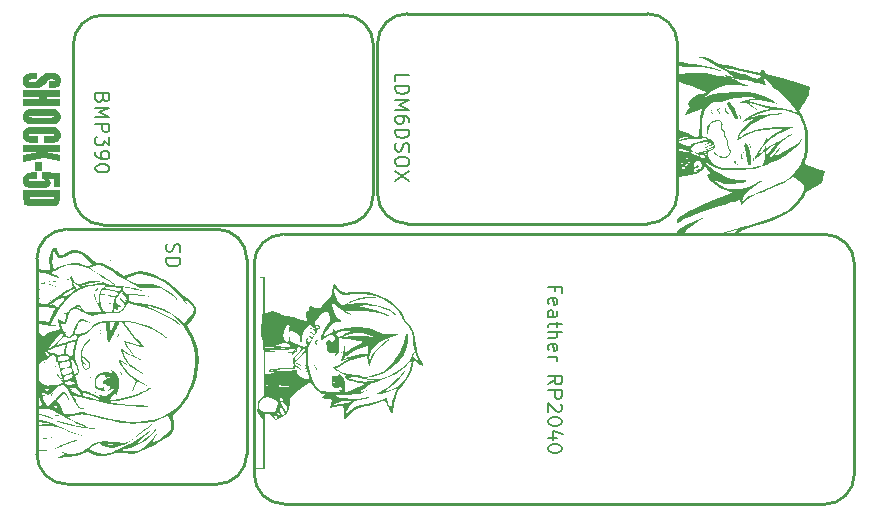
<source format=gbr>
%TF.GenerationSoftware,KiCad,Pcbnew,9.0.7*%
%TF.CreationDate,2026-02-04T09:14:49-08:00*%
%TF.ProjectId,BasicDatalogger,42617369-6344-4617-9461-6c6f67676572,rev?*%
%TF.SameCoordinates,Original*%
%TF.FileFunction,Legend,Top*%
%TF.FilePolarity,Positive*%
%FSLAX46Y46*%
G04 Gerber Fmt 4.6, Leading zero omitted, Abs format (unit mm)*
G04 Created by KiCad (PCBNEW 9.0.7) date 2026-02-04 09:14:49*
%MOMM*%
%LPD*%
G01*
G04 APERTURE LIST*
%ADD10C,0.300000*%
%ADD11C,0.200000*%
%ADD12C,0.000000*%
%ADD13C,0.250000*%
G04 APERTURE END LIST*
D10*
G36*
X77231589Y-36341259D02*
G01*
X77231589Y-35799284D01*
X77468212Y-35799284D01*
X77613415Y-35792786D01*
X77670640Y-35779623D01*
X77701743Y-35754598D01*
X77713041Y-35714410D01*
X77698744Y-35670400D01*
X77656450Y-35638817D01*
X77591038Y-35620492D01*
X77482231Y-35613049D01*
X77341031Y-35621574D01*
X77254157Y-35642602D01*
X77180488Y-35687524D01*
X77066090Y-35803803D01*
X76832602Y-36058886D01*
X76660574Y-36209945D01*
X76535741Y-36288625D01*
X76432276Y-36328183D01*
X76293426Y-36359767D01*
X76110324Y-36381152D01*
X75872720Y-36389131D01*
X75650099Y-36381436D01*
X75491631Y-36361528D01*
X75382378Y-36333321D01*
X75287697Y-36287832D01*
X75199403Y-36217991D01*
X75117203Y-36117899D01*
X75059170Y-36009095D01*
X75022982Y-35886313D01*
X75010347Y-35747138D01*
X75025075Y-35594654D01*
X75066807Y-35463755D01*
X75133103Y-35350976D01*
X75227210Y-35249959D01*
X75331163Y-35179984D01*
X75446150Y-35135676D01*
X75575515Y-35109557D01*
X75751194Y-35091552D01*
X75984534Y-35084752D01*
X76192092Y-35084752D01*
X76192092Y-35626727D01*
X75812538Y-35626727D01*
X75657166Y-35633803D01*
X75593868Y-35648342D01*
X75559402Y-35676786D01*
X75546509Y-35725279D01*
X75562071Y-35773862D01*
X75607545Y-35807588D01*
X75677551Y-35827010D01*
X75791338Y-35834822D01*
X75973634Y-35826923D01*
X76083627Y-35807818D01*
X76144904Y-35782554D01*
X76237622Y-35706313D01*
X76425466Y-35514009D01*
X76614867Y-35318895D01*
X76715602Y-35229221D01*
X76819314Y-35167020D01*
X76965902Y-35112962D01*
X77138051Y-35079557D01*
X77373494Y-35066922D01*
X77612568Y-35075965D01*
X77781257Y-35099303D01*
X77896491Y-35132379D01*
X77996753Y-35183432D01*
X78083007Y-35252817D01*
X78155853Y-35343649D01*
X78206009Y-35443034D01*
X78237891Y-35559244D01*
X78249203Y-35695237D01*
X78236762Y-35843885D01*
X78201718Y-35970689D01*
X78146621Y-36078942D01*
X78067021Y-36178356D01*
X77980959Y-36246400D01*
X77888114Y-36289480D01*
X77779889Y-36315078D01*
X77610914Y-36333825D01*
X77359988Y-36341259D01*
X77231589Y-36341259D01*
G37*
G36*
X78183550Y-37892934D02*
G01*
X75076000Y-37892934D01*
X75076000Y-37309926D01*
X76378107Y-37309926D01*
X76378107Y-37145673D01*
X75076000Y-37145673D01*
X75076000Y-36562665D01*
X78183550Y-36562665D01*
X78183550Y-37145673D01*
X77078400Y-37145673D01*
X77078400Y-37309926D01*
X78183550Y-37309926D01*
X78183550Y-37892934D01*
G37*
G36*
X77327908Y-38104491D02*
G01*
X77557116Y-38115439D01*
X77683446Y-38133438D01*
X77801899Y-38166256D01*
X77914101Y-38214480D01*
X78012691Y-38275748D01*
X78095287Y-38350129D01*
X78162521Y-38439305D01*
X78209458Y-38535552D01*
X78238892Y-38644722D01*
X78249203Y-38768911D01*
X78239626Y-38886638D01*
X78211962Y-38992994D01*
X78167308Y-39089480D01*
X78102846Y-39179106D01*
X78021230Y-39254913D01*
X77921624Y-39318457D01*
X77807999Y-39368980D01*
X77689872Y-39403075D01*
X77565665Y-39421650D01*
X77337633Y-39433065D01*
X76894778Y-39438136D01*
X76364771Y-39438136D01*
X75931641Y-39433330D01*
X75702434Y-39422383D01*
X75576104Y-39404384D01*
X75457650Y-39371566D01*
X75345448Y-39323342D01*
X75246845Y-39262077D01*
X75164191Y-39187696D01*
X75096858Y-39098517D01*
X75050015Y-39002276D01*
X75020638Y-38893105D01*
X75010347Y-38768911D01*
X75010466Y-38767445D01*
X75546509Y-38767445D01*
X75564390Y-38813682D01*
X75616778Y-38839253D01*
X75711851Y-38849803D01*
X75959743Y-38855129D01*
X77382043Y-38855129D01*
X77577847Y-38849647D01*
X77655082Y-38838642D01*
X77698020Y-38814243D01*
X77713041Y-38771598D01*
X77701152Y-38733339D01*
X77666195Y-38705530D01*
X77595859Y-38690573D01*
X77382043Y-38682571D01*
X75936833Y-38682571D01*
X75693182Y-38687774D01*
X75607203Y-38697714D01*
X75562457Y-38721846D01*
X75546509Y-38767445D01*
X75010466Y-38767445D01*
X75019904Y-38651178D01*
X75047512Y-38544821D01*
X75092071Y-38448342D01*
X75156613Y-38358697D01*
X75238233Y-38282847D01*
X75337755Y-38219242D01*
X75451474Y-38168775D01*
X75569663Y-38134678D01*
X75693885Y-38116050D01*
X75921916Y-38104719D01*
X76364771Y-38099685D01*
X76894778Y-38099685D01*
X77327908Y-38104491D01*
G37*
G36*
X76826732Y-40996772D02*
G01*
X76826732Y-40413764D01*
X77368536Y-40413764D01*
X77579650Y-40407713D01*
X77657133Y-40395935D01*
X77697745Y-40369349D01*
X77713041Y-40317899D01*
X77704386Y-40275592D01*
X77681452Y-40248015D01*
X77644482Y-40230949D01*
X77555664Y-40218549D01*
X77341865Y-40212508D01*
X75904349Y-40212508D01*
X75699189Y-40218529D01*
X75613016Y-40230949D01*
X75564271Y-40259581D01*
X75546509Y-40313869D01*
X75564161Y-40365832D01*
X75613700Y-40394591D01*
X75704139Y-40407361D01*
X75936833Y-40413764D01*
X76334339Y-40413764D01*
X76334339Y-40996772D01*
X76207650Y-40996772D01*
X75880293Y-40989724D01*
X75660051Y-40971966D01*
X75519838Y-40947923D01*
X75394935Y-40904687D01*
X75276620Y-40834555D01*
X75163365Y-40732135D01*
X75080477Y-40616142D01*
X75028640Y-40480449D01*
X75010347Y-40320708D01*
X75026253Y-40153485D01*
X75070505Y-40015603D01*
X75139429Y-39901953D01*
X75238828Y-39802484D01*
X75357019Y-39730729D01*
X75496586Y-39683234D01*
X75651956Y-39656159D01*
X75874077Y-39636995D01*
X76181150Y-39629623D01*
X77086094Y-39629623D01*
X77400317Y-39634425D01*
X77589600Y-39645987D01*
X77698270Y-39663755D01*
X77805945Y-39696100D01*
X77913930Y-39744417D01*
X78008908Y-39804691D01*
X78090720Y-39879633D01*
X78159614Y-39971318D01*
X78208306Y-40069891D01*
X78238638Y-40180264D01*
X78249203Y-40304344D01*
X78232254Y-40472140D01*
X78184958Y-40610947D01*
X78110888Y-40725907D01*
X78006813Y-40827596D01*
X77892479Y-40898885D01*
X77766383Y-40944504D01*
X77625352Y-40970721D01*
X77418329Y-40989486D01*
X77125930Y-40996772D01*
X76826732Y-40996772D01*
G37*
G36*
X78183550Y-42575069D02*
G01*
X76779886Y-42244609D01*
X75076000Y-42606332D01*
X75076000Y-42003785D01*
X76408882Y-41774563D01*
X75076000Y-41778471D01*
X75076000Y-41195464D01*
X78183550Y-41195464D01*
X78183550Y-41778471D01*
X76974963Y-41774563D01*
X78183550Y-42027110D01*
X78183550Y-42575069D01*
G37*
G36*
X76618833Y-43365683D02*
G01*
X76082671Y-43365683D01*
X76082671Y-42632466D01*
X76618833Y-42632466D01*
X76618833Y-43365683D01*
G37*
G36*
X78183550Y-44717079D02*
G01*
X77680214Y-44717079D01*
X77680214Y-44032588D01*
X77170895Y-44032588D01*
X77259535Y-44098892D01*
X77322147Y-44174097D01*
X77360487Y-44259993D01*
X77373836Y-44359263D01*
X77361051Y-44473814D01*
X77325436Y-44567503D01*
X77269533Y-44644271D01*
X77193634Y-44707065D01*
X77100885Y-44752375D01*
X76964730Y-44789373D01*
X76771302Y-44815156D01*
X76503941Y-44825034D01*
X76063009Y-44825034D01*
X75756027Y-44818268D01*
X75579677Y-44802320D01*
X75431919Y-44767129D01*
X75293302Y-44705233D01*
X75214161Y-44650744D01*
X75146842Y-44582444D01*
X75091387Y-44498115D01*
X75054023Y-44408310D01*
X75029921Y-44301505D01*
X75021289Y-44174860D01*
X75033600Y-44033779D01*
X75068914Y-43908669D01*
X75125581Y-43797260D01*
X75208462Y-43696821D01*
X75311543Y-43620381D01*
X75436575Y-43564741D01*
X75578829Y-43530019D01*
X75784971Y-43505474D01*
X76074122Y-43495987D01*
X76246802Y-43495987D01*
X76246802Y-44055792D01*
X76051554Y-44055792D01*
X75778477Y-44060275D01*
X75635242Y-44070446D01*
X75566264Y-44088848D01*
X75527592Y-44120965D01*
X75513683Y-44170708D01*
X75522578Y-44206894D01*
X75548048Y-44234333D01*
X75584779Y-44253242D01*
X75622933Y-44260467D01*
X75982824Y-44265230D01*
X76589939Y-44265230D01*
X76746204Y-44257374D01*
X76820919Y-44240073D01*
X76865691Y-44207664D01*
X76881443Y-44157152D01*
X76873470Y-44122850D01*
X76850326Y-44095237D01*
X76817055Y-44074264D01*
X76783306Y-44062997D01*
X76607891Y-44055792D01*
X76607891Y-43501360D01*
X78183550Y-43524808D01*
X78183550Y-44717079D01*
G37*
G36*
X78183550Y-45457501D02*
G01*
X78166547Y-45841250D01*
X78129695Y-46022435D01*
X78083527Y-46117104D01*
X78024083Y-46190870D01*
X77952228Y-46247383D01*
X77820579Y-46310558D01*
X77677479Y-46343859D01*
X77490452Y-46357026D01*
X77085923Y-46363154D01*
X76001460Y-46363154D01*
X75617944Y-46354132D01*
X75442046Y-46334822D01*
X75313609Y-46295120D01*
X75219785Y-46236025D01*
X75152625Y-46159006D01*
X75107629Y-46062369D01*
X75085306Y-45946360D01*
X75076000Y-45752669D01*
X75076000Y-45606245D01*
X75612161Y-45606245D01*
X75622165Y-45683536D01*
X75646423Y-45728396D01*
X75680207Y-45752180D01*
X75778089Y-45770542D01*
X76058222Y-45780146D01*
X77266638Y-45780146D01*
X77458615Y-45777030D01*
X77535403Y-45770743D01*
X77586315Y-45755236D01*
X77620375Y-45728489D01*
X77639033Y-45688126D01*
X77647388Y-45606245D01*
X75612161Y-45606245D01*
X75076000Y-45606245D01*
X75076000Y-45023237D01*
X78183550Y-45023237D01*
X78183550Y-45457501D01*
G37*
D11*
X87214400Y-49560149D02*
X87157257Y-49731578D01*
X87157257Y-49731578D02*
X87157257Y-50017292D01*
X87157257Y-50017292D02*
X87214400Y-50131578D01*
X87214400Y-50131578D02*
X87271542Y-50188720D01*
X87271542Y-50188720D02*
X87385828Y-50245863D01*
X87385828Y-50245863D02*
X87500114Y-50245863D01*
X87500114Y-50245863D02*
X87614400Y-50188720D01*
X87614400Y-50188720D02*
X87671542Y-50131578D01*
X87671542Y-50131578D02*
X87728685Y-50017292D01*
X87728685Y-50017292D02*
X87785828Y-49788720D01*
X87785828Y-49788720D02*
X87842971Y-49674435D01*
X87842971Y-49674435D02*
X87900114Y-49617292D01*
X87900114Y-49617292D02*
X88014400Y-49560149D01*
X88014400Y-49560149D02*
X88128685Y-49560149D01*
X88128685Y-49560149D02*
X88242971Y-49617292D01*
X88242971Y-49617292D02*
X88300114Y-49674435D01*
X88300114Y-49674435D02*
X88357257Y-49788720D01*
X88357257Y-49788720D02*
X88357257Y-50074435D01*
X88357257Y-50074435D02*
X88300114Y-50245863D01*
X87157257Y-50760149D02*
X88357257Y-50760149D01*
X88357257Y-50760149D02*
X88357257Y-51045863D01*
X88357257Y-51045863D02*
X88300114Y-51217292D01*
X88300114Y-51217292D02*
X88185828Y-51331577D01*
X88185828Y-51331577D02*
X88071542Y-51388720D01*
X88071542Y-51388720D02*
X87842971Y-51445863D01*
X87842971Y-51445863D02*
X87671542Y-51445863D01*
X87671542Y-51445863D02*
X87442971Y-51388720D01*
X87442971Y-51388720D02*
X87328685Y-51331577D01*
X87328685Y-51331577D02*
X87214400Y-51217292D01*
X87214400Y-51217292D02*
X87157257Y-51045863D01*
X87157257Y-51045863D02*
X87157257Y-50760149D01*
X81785828Y-37217292D02*
X81728685Y-37388720D01*
X81728685Y-37388720D02*
X81671542Y-37445863D01*
X81671542Y-37445863D02*
X81557257Y-37503006D01*
X81557257Y-37503006D02*
X81385828Y-37503006D01*
X81385828Y-37503006D02*
X81271542Y-37445863D01*
X81271542Y-37445863D02*
X81214400Y-37388720D01*
X81214400Y-37388720D02*
X81157257Y-37274435D01*
X81157257Y-37274435D02*
X81157257Y-36817292D01*
X81157257Y-36817292D02*
X82357257Y-36817292D01*
X82357257Y-36817292D02*
X82357257Y-37217292D01*
X82357257Y-37217292D02*
X82300114Y-37331578D01*
X82300114Y-37331578D02*
X82242971Y-37388720D01*
X82242971Y-37388720D02*
X82128685Y-37445863D01*
X82128685Y-37445863D02*
X82014400Y-37445863D01*
X82014400Y-37445863D02*
X81900114Y-37388720D01*
X81900114Y-37388720D02*
X81842971Y-37331578D01*
X81842971Y-37331578D02*
X81785828Y-37217292D01*
X81785828Y-37217292D02*
X81785828Y-36817292D01*
X81157257Y-38017292D02*
X82357257Y-38017292D01*
X82357257Y-38017292D02*
X81500114Y-38417292D01*
X81500114Y-38417292D02*
X82357257Y-38817292D01*
X82357257Y-38817292D02*
X81157257Y-38817292D01*
X81157257Y-39388721D02*
X82357257Y-39388721D01*
X82357257Y-39388721D02*
X82357257Y-39845864D01*
X82357257Y-39845864D02*
X82300114Y-39960149D01*
X82300114Y-39960149D02*
X82242971Y-40017292D01*
X82242971Y-40017292D02*
X82128685Y-40074435D01*
X82128685Y-40074435D02*
X81957257Y-40074435D01*
X81957257Y-40074435D02*
X81842971Y-40017292D01*
X81842971Y-40017292D02*
X81785828Y-39960149D01*
X81785828Y-39960149D02*
X81728685Y-39845864D01*
X81728685Y-39845864D02*
X81728685Y-39388721D01*
X82357257Y-40474435D02*
X82357257Y-41217292D01*
X82357257Y-41217292D02*
X81900114Y-40817292D01*
X81900114Y-40817292D02*
X81900114Y-40988721D01*
X81900114Y-40988721D02*
X81842971Y-41103007D01*
X81842971Y-41103007D02*
X81785828Y-41160149D01*
X81785828Y-41160149D02*
X81671542Y-41217292D01*
X81671542Y-41217292D02*
X81385828Y-41217292D01*
X81385828Y-41217292D02*
X81271542Y-41160149D01*
X81271542Y-41160149D02*
X81214400Y-41103007D01*
X81214400Y-41103007D02*
X81157257Y-40988721D01*
X81157257Y-40988721D02*
X81157257Y-40645864D01*
X81157257Y-40645864D02*
X81214400Y-40531578D01*
X81214400Y-40531578D02*
X81271542Y-40474435D01*
X81157257Y-41788721D02*
X81157257Y-42017292D01*
X81157257Y-42017292D02*
X81214400Y-42131578D01*
X81214400Y-42131578D02*
X81271542Y-42188721D01*
X81271542Y-42188721D02*
X81442971Y-42303006D01*
X81442971Y-42303006D02*
X81671542Y-42360149D01*
X81671542Y-42360149D02*
X82128685Y-42360149D01*
X82128685Y-42360149D02*
X82242971Y-42303006D01*
X82242971Y-42303006D02*
X82300114Y-42245864D01*
X82300114Y-42245864D02*
X82357257Y-42131578D01*
X82357257Y-42131578D02*
X82357257Y-41903006D01*
X82357257Y-41903006D02*
X82300114Y-41788721D01*
X82300114Y-41788721D02*
X82242971Y-41731578D01*
X82242971Y-41731578D02*
X82128685Y-41674435D01*
X82128685Y-41674435D02*
X81842971Y-41674435D01*
X81842971Y-41674435D02*
X81728685Y-41731578D01*
X81728685Y-41731578D02*
X81671542Y-41788721D01*
X81671542Y-41788721D02*
X81614400Y-41903006D01*
X81614400Y-41903006D02*
X81614400Y-42131578D01*
X81614400Y-42131578D02*
X81671542Y-42245864D01*
X81671542Y-42245864D02*
X81728685Y-42303006D01*
X81728685Y-42303006D02*
X81842971Y-42360149D01*
X82357257Y-43103006D02*
X82357257Y-43217292D01*
X82357257Y-43217292D02*
X82300114Y-43331578D01*
X82300114Y-43331578D02*
X82242971Y-43388721D01*
X82242971Y-43388721D02*
X82128685Y-43445863D01*
X82128685Y-43445863D02*
X81900114Y-43503006D01*
X81900114Y-43503006D02*
X81614400Y-43503006D01*
X81614400Y-43503006D02*
X81385828Y-43445863D01*
X81385828Y-43445863D02*
X81271542Y-43388721D01*
X81271542Y-43388721D02*
X81214400Y-43331578D01*
X81214400Y-43331578D02*
X81157257Y-43217292D01*
X81157257Y-43217292D02*
X81157257Y-43103006D01*
X81157257Y-43103006D02*
X81214400Y-42988721D01*
X81214400Y-42988721D02*
X81271542Y-42931578D01*
X81271542Y-42931578D02*
X81385828Y-42874435D01*
X81385828Y-42874435D02*
X81614400Y-42817292D01*
X81614400Y-42817292D02*
X81900114Y-42817292D01*
X81900114Y-42817292D02*
X82128685Y-42874435D01*
X82128685Y-42874435D02*
X82242971Y-42931578D01*
X82242971Y-42931578D02*
X82300114Y-42988721D01*
X82300114Y-42988721D02*
X82357257Y-43103006D01*
X106557257Y-35788720D02*
X106557257Y-35217292D01*
X106557257Y-35217292D02*
X107757257Y-35217292D01*
X106557257Y-36188721D02*
X107757257Y-36188721D01*
X107757257Y-36188721D02*
X107757257Y-36474435D01*
X107757257Y-36474435D02*
X107700114Y-36645864D01*
X107700114Y-36645864D02*
X107585828Y-36760149D01*
X107585828Y-36760149D02*
X107471542Y-36817292D01*
X107471542Y-36817292D02*
X107242971Y-36874435D01*
X107242971Y-36874435D02*
X107071542Y-36874435D01*
X107071542Y-36874435D02*
X106842971Y-36817292D01*
X106842971Y-36817292D02*
X106728685Y-36760149D01*
X106728685Y-36760149D02*
X106614400Y-36645864D01*
X106614400Y-36645864D02*
X106557257Y-36474435D01*
X106557257Y-36474435D02*
X106557257Y-36188721D01*
X106557257Y-37388721D02*
X107757257Y-37388721D01*
X107757257Y-37388721D02*
X106900114Y-37788721D01*
X106900114Y-37788721D02*
X107757257Y-38188721D01*
X107757257Y-38188721D02*
X106557257Y-38188721D01*
X107757257Y-39274436D02*
X107757257Y-39045864D01*
X107757257Y-39045864D02*
X107700114Y-38931578D01*
X107700114Y-38931578D02*
X107642971Y-38874436D01*
X107642971Y-38874436D02*
X107471542Y-38760150D01*
X107471542Y-38760150D02*
X107242971Y-38703007D01*
X107242971Y-38703007D02*
X106785828Y-38703007D01*
X106785828Y-38703007D02*
X106671542Y-38760150D01*
X106671542Y-38760150D02*
X106614400Y-38817293D01*
X106614400Y-38817293D02*
X106557257Y-38931578D01*
X106557257Y-38931578D02*
X106557257Y-39160150D01*
X106557257Y-39160150D02*
X106614400Y-39274436D01*
X106614400Y-39274436D02*
X106671542Y-39331578D01*
X106671542Y-39331578D02*
X106785828Y-39388721D01*
X106785828Y-39388721D02*
X107071542Y-39388721D01*
X107071542Y-39388721D02*
X107185828Y-39331578D01*
X107185828Y-39331578D02*
X107242971Y-39274436D01*
X107242971Y-39274436D02*
X107300114Y-39160150D01*
X107300114Y-39160150D02*
X107300114Y-38931578D01*
X107300114Y-38931578D02*
X107242971Y-38817293D01*
X107242971Y-38817293D02*
X107185828Y-38760150D01*
X107185828Y-38760150D02*
X107071542Y-38703007D01*
X106557257Y-39903007D02*
X107757257Y-39903007D01*
X107757257Y-39903007D02*
X107757257Y-40188721D01*
X107757257Y-40188721D02*
X107700114Y-40360150D01*
X107700114Y-40360150D02*
X107585828Y-40474435D01*
X107585828Y-40474435D02*
X107471542Y-40531578D01*
X107471542Y-40531578D02*
X107242971Y-40588721D01*
X107242971Y-40588721D02*
X107071542Y-40588721D01*
X107071542Y-40588721D02*
X106842971Y-40531578D01*
X106842971Y-40531578D02*
X106728685Y-40474435D01*
X106728685Y-40474435D02*
X106614400Y-40360150D01*
X106614400Y-40360150D02*
X106557257Y-40188721D01*
X106557257Y-40188721D02*
X106557257Y-39903007D01*
X106614400Y-41045864D02*
X106557257Y-41217293D01*
X106557257Y-41217293D02*
X106557257Y-41503007D01*
X106557257Y-41503007D02*
X106614400Y-41617293D01*
X106614400Y-41617293D02*
X106671542Y-41674435D01*
X106671542Y-41674435D02*
X106785828Y-41731578D01*
X106785828Y-41731578D02*
X106900114Y-41731578D01*
X106900114Y-41731578D02*
X107014400Y-41674435D01*
X107014400Y-41674435D02*
X107071542Y-41617293D01*
X107071542Y-41617293D02*
X107128685Y-41503007D01*
X107128685Y-41503007D02*
X107185828Y-41274435D01*
X107185828Y-41274435D02*
X107242971Y-41160150D01*
X107242971Y-41160150D02*
X107300114Y-41103007D01*
X107300114Y-41103007D02*
X107414400Y-41045864D01*
X107414400Y-41045864D02*
X107528685Y-41045864D01*
X107528685Y-41045864D02*
X107642971Y-41103007D01*
X107642971Y-41103007D02*
X107700114Y-41160150D01*
X107700114Y-41160150D02*
X107757257Y-41274435D01*
X107757257Y-41274435D02*
X107757257Y-41560150D01*
X107757257Y-41560150D02*
X107700114Y-41731578D01*
X107757257Y-42474435D02*
X107757257Y-42703007D01*
X107757257Y-42703007D02*
X107700114Y-42817292D01*
X107700114Y-42817292D02*
X107585828Y-42931578D01*
X107585828Y-42931578D02*
X107357257Y-42988721D01*
X107357257Y-42988721D02*
X106957257Y-42988721D01*
X106957257Y-42988721D02*
X106728685Y-42931578D01*
X106728685Y-42931578D02*
X106614400Y-42817292D01*
X106614400Y-42817292D02*
X106557257Y-42703007D01*
X106557257Y-42703007D02*
X106557257Y-42474435D01*
X106557257Y-42474435D02*
X106614400Y-42360150D01*
X106614400Y-42360150D02*
X106728685Y-42245864D01*
X106728685Y-42245864D02*
X106957257Y-42188721D01*
X106957257Y-42188721D02*
X107357257Y-42188721D01*
X107357257Y-42188721D02*
X107585828Y-42245864D01*
X107585828Y-42245864D02*
X107700114Y-42360150D01*
X107700114Y-42360150D02*
X107757257Y-42474435D01*
X107757257Y-43388721D02*
X106557257Y-44188721D01*
X107757257Y-44188721D02*
X106557257Y-43388721D01*
X120113828Y-53560001D02*
X120113828Y-53160001D01*
X119485257Y-53160001D02*
X120685257Y-53160001D01*
X120685257Y-53160001D02*
X120685257Y-53731429D01*
X119542400Y-54645715D02*
X119485257Y-54531429D01*
X119485257Y-54531429D02*
X119485257Y-54302858D01*
X119485257Y-54302858D02*
X119542400Y-54188572D01*
X119542400Y-54188572D02*
X119656685Y-54131429D01*
X119656685Y-54131429D02*
X120113828Y-54131429D01*
X120113828Y-54131429D02*
X120228114Y-54188572D01*
X120228114Y-54188572D02*
X120285257Y-54302858D01*
X120285257Y-54302858D02*
X120285257Y-54531429D01*
X120285257Y-54531429D02*
X120228114Y-54645715D01*
X120228114Y-54645715D02*
X120113828Y-54702858D01*
X120113828Y-54702858D02*
X119999542Y-54702858D01*
X119999542Y-54702858D02*
X119885257Y-54131429D01*
X119485257Y-55731429D02*
X120113828Y-55731429D01*
X120113828Y-55731429D02*
X120228114Y-55674286D01*
X120228114Y-55674286D02*
X120285257Y-55560000D01*
X120285257Y-55560000D02*
X120285257Y-55331429D01*
X120285257Y-55331429D02*
X120228114Y-55217143D01*
X119542400Y-55731429D02*
X119485257Y-55617143D01*
X119485257Y-55617143D02*
X119485257Y-55331429D01*
X119485257Y-55331429D02*
X119542400Y-55217143D01*
X119542400Y-55217143D02*
X119656685Y-55160000D01*
X119656685Y-55160000D02*
X119770971Y-55160000D01*
X119770971Y-55160000D02*
X119885257Y-55217143D01*
X119885257Y-55217143D02*
X119942400Y-55331429D01*
X119942400Y-55331429D02*
X119942400Y-55617143D01*
X119942400Y-55617143D02*
X119999542Y-55731429D01*
X120285257Y-56131428D02*
X120285257Y-56588571D01*
X120685257Y-56302857D02*
X119656685Y-56302857D01*
X119656685Y-56302857D02*
X119542400Y-56360000D01*
X119542400Y-56360000D02*
X119485257Y-56474285D01*
X119485257Y-56474285D02*
X119485257Y-56588571D01*
X119485257Y-56988571D02*
X120685257Y-56988571D01*
X119485257Y-57502857D02*
X120113828Y-57502857D01*
X120113828Y-57502857D02*
X120228114Y-57445714D01*
X120228114Y-57445714D02*
X120285257Y-57331428D01*
X120285257Y-57331428D02*
X120285257Y-57159999D01*
X120285257Y-57159999D02*
X120228114Y-57045714D01*
X120228114Y-57045714D02*
X120170971Y-56988571D01*
X119542400Y-58531428D02*
X119485257Y-58417142D01*
X119485257Y-58417142D02*
X119485257Y-58188571D01*
X119485257Y-58188571D02*
X119542400Y-58074285D01*
X119542400Y-58074285D02*
X119656685Y-58017142D01*
X119656685Y-58017142D02*
X120113828Y-58017142D01*
X120113828Y-58017142D02*
X120228114Y-58074285D01*
X120228114Y-58074285D02*
X120285257Y-58188571D01*
X120285257Y-58188571D02*
X120285257Y-58417142D01*
X120285257Y-58417142D02*
X120228114Y-58531428D01*
X120228114Y-58531428D02*
X120113828Y-58588571D01*
X120113828Y-58588571D02*
X119999542Y-58588571D01*
X119999542Y-58588571D02*
X119885257Y-58017142D01*
X119485257Y-59102856D02*
X120285257Y-59102856D01*
X120056685Y-59102856D02*
X120170971Y-59159999D01*
X120170971Y-59159999D02*
X120228114Y-59217142D01*
X120228114Y-59217142D02*
X120285257Y-59331427D01*
X120285257Y-59331427D02*
X120285257Y-59445713D01*
X119485257Y-61445713D02*
X120056685Y-61045713D01*
X119485257Y-60759999D02*
X120685257Y-60759999D01*
X120685257Y-60759999D02*
X120685257Y-61217142D01*
X120685257Y-61217142D02*
X120628114Y-61331427D01*
X120628114Y-61331427D02*
X120570971Y-61388570D01*
X120570971Y-61388570D02*
X120456685Y-61445713D01*
X120456685Y-61445713D02*
X120285257Y-61445713D01*
X120285257Y-61445713D02*
X120170971Y-61388570D01*
X120170971Y-61388570D02*
X120113828Y-61331427D01*
X120113828Y-61331427D02*
X120056685Y-61217142D01*
X120056685Y-61217142D02*
X120056685Y-60759999D01*
X119485257Y-61959999D02*
X120685257Y-61959999D01*
X120685257Y-61959999D02*
X120685257Y-62417142D01*
X120685257Y-62417142D02*
X120628114Y-62531427D01*
X120628114Y-62531427D02*
X120570971Y-62588570D01*
X120570971Y-62588570D02*
X120456685Y-62645713D01*
X120456685Y-62645713D02*
X120285257Y-62645713D01*
X120285257Y-62645713D02*
X120170971Y-62588570D01*
X120170971Y-62588570D02*
X120113828Y-62531427D01*
X120113828Y-62531427D02*
X120056685Y-62417142D01*
X120056685Y-62417142D02*
X120056685Y-61959999D01*
X120570971Y-63102856D02*
X120628114Y-63159999D01*
X120628114Y-63159999D02*
X120685257Y-63274285D01*
X120685257Y-63274285D02*
X120685257Y-63559999D01*
X120685257Y-63559999D02*
X120628114Y-63674285D01*
X120628114Y-63674285D02*
X120570971Y-63731427D01*
X120570971Y-63731427D02*
X120456685Y-63788570D01*
X120456685Y-63788570D02*
X120342400Y-63788570D01*
X120342400Y-63788570D02*
X120170971Y-63731427D01*
X120170971Y-63731427D02*
X119485257Y-63045713D01*
X119485257Y-63045713D02*
X119485257Y-63788570D01*
X120685257Y-64531427D02*
X120685257Y-64645713D01*
X120685257Y-64645713D02*
X120628114Y-64759999D01*
X120628114Y-64759999D02*
X120570971Y-64817142D01*
X120570971Y-64817142D02*
X120456685Y-64874284D01*
X120456685Y-64874284D02*
X120228114Y-64931427D01*
X120228114Y-64931427D02*
X119942400Y-64931427D01*
X119942400Y-64931427D02*
X119713828Y-64874284D01*
X119713828Y-64874284D02*
X119599542Y-64817142D01*
X119599542Y-64817142D02*
X119542400Y-64759999D01*
X119542400Y-64759999D02*
X119485257Y-64645713D01*
X119485257Y-64645713D02*
X119485257Y-64531427D01*
X119485257Y-64531427D02*
X119542400Y-64417142D01*
X119542400Y-64417142D02*
X119599542Y-64359999D01*
X119599542Y-64359999D02*
X119713828Y-64302856D01*
X119713828Y-64302856D02*
X119942400Y-64245713D01*
X119942400Y-64245713D02*
X120228114Y-64245713D01*
X120228114Y-64245713D02*
X120456685Y-64302856D01*
X120456685Y-64302856D02*
X120570971Y-64359999D01*
X120570971Y-64359999D02*
X120628114Y-64417142D01*
X120628114Y-64417142D02*
X120685257Y-64531427D01*
X120285257Y-65959999D02*
X119485257Y-65959999D01*
X120742400Y-65674284D02*
X119885257Y-65388570D01*
X119885257Y-65388570D02*
X119885257Y-66131427D01*
X120685257Y-66817141D02*
X120685257Y-66931427D01*
X120685257Y-66931427D02*
X120628114Y-67045713D01*
X120628114Y-67045713D02*
X120570971Y-67102856D01*
X120570971Y-67102856D02*
X120456685Y-67159998D01*
X120456685Y-67159998D02*
X120228114Y-67217141D01*
X120228114Y-67217141D02*
X119942400Y-67217141D01*
X119942400Y-67217141D02*
X119713828Y-67159998D01*
X119713828Y-67159998D02*
X119599542Y-67102856D01*
X119599542Y-67102856D02*
X119542400Y-67045713D01*
X119542400Y-67045713D02*
X119485257Y-66931427D01*
X119485257Y-66931427D02*
X119485257Y-66817141D01*
X119485257Y-66817141D02*
X119542400Y-66702856D01*
X119542400Y-66702856D02*
X119599542Y-66645713D01*
X119599542Y-66645713D02*
X119713828Y-66588570D01*
X119713828Y-66588570D02*
X119942400Y-66531427D01*
X119942400Y-66531427D02*
X120228114Y-66531427D01*
X120228114Y-66531427D02*
X120456685Y-66588570D01*
X120456685Y-66588570D02*
X120570971Y-66645713D01*
X120570971Y-66645713D02*
X120628114Y-66702856D01*
X120628114Y-66702856D02*
X120685257Y-66817141D01*
D12*
%TO.C,G\u002A\u002A\u002A*%
G36*
X95562060Y-53920852D02*
G01*
X95562060Y-55520822D01*
X95713297Y-55438395D01*
X95859081Y-55358940D01*
X96156103Y-55197058D01*
X96475405Y-55354790D01*
X96686274Y-55437740D01*
X96995268Y-55533276D01*
X97353542Y-55627088D01*
X97480846Y-55655896D01*
X97579118Y-55678134D01*
X97782510Y-55726149D01*
X97956050Y-55767117D01*
X98326195Y-55870527D01*
X98635062Y-55972450D01*
X98763508Y-56024092D01*
X98984297Y-56119244D01*
X99096891Y-56151568D01*
X99126891Y-56124740D01*
X99113056Y-56074277D01*
X99073977Y-55923416D01*
X99034192Y-55694593D01*
X99020172Y-55589264D01*
X99009114Y-55346879D01*
X99051770Y-55242028D01*
X99149901Y-55272158D01*
X99204994Y-55321346D01*
X99257684Y-55346239D01*
X99264221Y-55254678D01*
X99249055Y-55144079D01*
X99244795Y-55047646D01*
X100417942Y-55047646D01*
X100455295Y-55084999D01*
X100492648Y-55047646D01*
X100455295Y-55010293D01*
X100417942Y-55047646D01*
X99244795Y-55047646D01*
X99239603Y-54930122D01*
X99310258Y-54833563D01*
X99346550Y-54836070D01*
X99475272Y-54844964D01*
X99620948Y-54897792D01*
X99884231Y-54965064D01*
X100129517Y-54956080D01*
X100312901Y-54877598D01*
X100382348Y-54780633D01*
X100455295Y-54666452D01*
X100458400Y-54661592D01*
X100613854Y-54486416D01*
X100795441Y-54311206D01*
X100815204Y-54292000D01*
X101007162Y-54105449D01*
X101122019Y-53944615D01*
X101165878Y-53788411D01*
X101169217Y-53728881D01*
X101193809Y-53496364D01*
X101250355Y-53263093D01*
X101324009Y-53073357D01*
X101399925Y-52971443D01*
X101421287Y-52965885D01*
X101425351Y-52964828D01*
X101509452Y-53030386D01*
X101611267Y-53176505D01*
X101614863Y-53182934D01*
X101836028Y-53473498D01*
X102114228Y-53631698D01*
X102470965Y-53668854D01*
X102530484Y-53664865D01*
X102777276Y-53650436D01*
X103118385Y-53638918D01*
X103498723Y-53631920D01*
X103705001Y-53630580D01*
X104078989Y-53634289D01*
X104356881Y-53653060D01*
X104591885Y-53696244D01*
X104837209Y-53773196D01*
X105104833Y-53876656D01*
X105458834Y-54033931D01*
X105826316Y-54221236D01*
X106135145Y-54401484D01*
X106169996Y-54424312D01*
X106472533Y-54663890D01*
X106764108Y-54960033D01*
X107014901Y-55276012D01*
X107195097Y-55575096D01*
X107268355Y-55777358D01*
X107355899Y-55956657D01*
X107527334Y-56151790D01*
X107595021Y-56209796D01*
X107805229Y-56426076D01*
X107976451Y-56720122D01*
X108116404Y-57111644D01*
X108232808Y-57620350D01*
X108295973Y-57999458D01*
X108390822Y-58506945D01*
X108516771Y-58928674D01*
X108671488Y-59286154D01*
X108794276Y-59538097D01*
X108886431Y-59732322D01*
X108932105Y-59835268D01*
X108934413Y-59843016D01*
X108879631Y-59870001D01*
X108730380Y-59813518D01*
X108509300Y-59682883D01*
X108452864Y-59644837D01*
X108131159Y-59423499D01*
X108084439Y-59775573D01*
X107966942Y-60229489D01*
X107739209Y-60721886D01*
X107420184Y-61216171D01*
X107191856Y-61499541D01*
X106830533Y-61994563D01*
X106586473Y-62531831D01*
X106445639Y-63145703D01*
X106417156Y-63396029D01*
X106388827Y-63648287D01*
X106356872Y-63828965D01*
X106328106Y-63899751D01*
X106327548Y-63899783D01*
X106251253Y-63838258D01*
X106135074Y-63680501D01*
X106003512Y-63465106D01*
X105881069Y-63230670D01*
X105829893Y-63115882D01*
X105751414Y-62930116D01*
X105699868Y-62815660D01*
X105691501Y-62800577D01*
X105620685Y-62818906D01*
X105445745Y-62882212D01*
X105200507Y-62978074D01*
X105124671Y-63008723D01*
X104767897Y-63134756D01*
X104373882Y-63245013D01*
X104045467Y-63312514D01*
X103529638Y-63423768D01*
X103120091Y-63597460D01*
X102779322Y-63855411D01*
X102469829Y-64219442D01*
X102457702Y-64236333D01*
X102339949Y-64365903D01*
X102249133Y-64405523D01*
X102235648Y-64398049D01*
X102206950Y-64297619D01*
X102188748Y-64090312D01*
X102184516Y-63818497D01*
X102185147Y-63781862D01*
X102189118Y-63499543D01*
X102168726Y-63326815D01*
X102097097Y-63246124D01*
X101947352Y-63239916D01*
X101692616Y-63290639D01*
X101501793Y-63335557D01*
X101263092Y-63386552D01*
X101090188Y-63413818D01*
X101026244Y-63412909D01*
X101031429Y-63322250D01*
X101075611Y-63179889D01*
X101239707Y-63179889D01*
X101295943Y-63210648D01*
X101370442Y-63193280D01*
X101508264Y-63159237D01*
X101743637Y-63118766D01*
X102024118Y-63080817D01*
X102317313Y-63038338D01*
X102574602Y-62987469D01*
X102733824Y-62941441D01*
X102848344Y-62889380D01*
X102841318Y-62864948D01*
X102700028Y-62852670D01*
X102659118Y-62850544D01*
X102434234Y-62843954D01*
X102252360Y-62846468D01*
X102248236Y-62846720D01*
X102070875Y-62875459D01*
X101840384Y-62934776D01*
X101600049Y-63010371D01*
X101393156Y-63087946D01*
X101262990Y-63153200D01*
X101239707Y-63179889D01*
X101075611Y-63179889D01*
X101095897Y-63114524D01*
X101202705Y-62835735D01*
X101215282Y-62750532D01*
X101139054Y-62712491D01*
X100967552Y-62703979D01*
X100641905Y-62682049D01*
X100428573Y-62622182D01*
X100343982Y-62529265D01*
X100343236Y-62518235D01*
X100406075Y-62426500D01*
X100511324Y-62375221D01*
X100521108Y-62371417D01*
X101518670Y-62371417D01*
X101537642Y-62416095D01*
X101699450Y-62486192D01*
X101949413Y-62563250D01*
X102239307Y-62616012D01*
X102434234Y-62632066D01*
X102622268Y-62647552D01*
X103047619Y-62657638D01*
X103464681Y-62646038D01*
X103822776Y-62612519D01*
X104022501Y-62572760D01*
X104198918Y-62535923D01*
X104296083Y-62541750D01*
X104302648Y-62552741D01*
X104236057Y-62606871D01*
X104066424Y-62668104D01*
X103838955Y-62724949D01*
X103598857Y-62765913D01*
X103409802Y-62779705D01*
X103154202Y-62849328D01*
X102887399Y-63045696D01*
X102632172Y-63350059D01*
X102539522Y-63495975D01*
X102425914Y-63715705D01*
X102365345Y-63884697D01*
X102359529Y-63981017D01*
X102410184Y-63982733D01*
X102509466Y-63880215D01*
X102804283Y-63598805D01*
X103184470Y-63365791D01*
X103586500Y-63217152D01*
X103726485Y-63190947D01*
X104488946Y-63044633D01*
X105204435Y-62815297D01*
X105376733Y-62743230D01*
X105602354Y-62645214D01*
X105766285Y-62577311D01*
X105827934Y-62555588D01*
X105857699Y-62620652D01*
X105896859Y-62781274D01*
X105904916Y-62822497D01*
X105980330Y-63077451D01*
X106089315Y-63310289D01*
X106223643Y-63531173D01*
X106266742Y-63113579D01*
X106323778Y-62820369D01*
X106428708Y-62478224D01*
X106537693Y-62209078D01*
X106640803Y-61977627D01*
X106703541Y-61814216D01*
X106714263Y-61749708D01*
X106710714Y-61750445D01*
X106121341Y-62023403D01*
X105606962Y-62197473D01*
X105311177Y-62255989D01*
X105070901Y-62282542D01*
X104899200Y-62294970D01*
X104839481Y-62292052D01*
X104888803Y-62253569D01*
X105040660Y-62172954D01*
X105238104Y-62078861D01*
X105532420Y-61927046D01*
X105826584Y-61748656D01*
X105971270Y-61646883D01*
X106210209Y-61447546D01*
X106488864Y-61191196D01*
X106771224Y-60913559D01*
X107021277Y-60650362D01*
X107203010Y-60437332D01*
X107237005Y-60391171D01*
X107324918Y-60287703D01*
X107365303Y-60285186D01*
X107365589Y-60290386D01*
X107310282Y-60444415D01*
X107159750Y-60665970D01*
X106937075Y-60931325D01*
X106665339Y-61216753D01*
X106367625Y-61498528D01*
X106067014Y-61752923D01*
X105786589Y-61956211D01*
X105684707Y-62018204D01*
X105580763Y-62087920D01*
X105594142Y-62108299D01*
X105703129Y-62084710D01*
X105886010Y-62022521D01*
X106121070Y-61927100D01*
X106206432Y-61889215D01*
X106666138Y-61654297D01*
X107017800Y-61406249D01*
X107301593Y-61113102D01*
X107466431Y-60886645D01*
X107646899Y-60565774D01*
X107802792Y-60200166D01*
X107914565Y-59843513D01*
X107962669Y-59549507D01*
X107963236Y-59521986D01*
X107948916Y-59454407D01*
X107893899Y-59461429D01*
X107780098Y-59554837D01*
X107589424Y-59746416D01*
X107540774Y-59797234D01*
X107256383Y-60062355D01*
X106921052Y-60327428D01*
X106615575Y-60529991D01*
X106239004Y-60728041D01*
X105808730Y-60924268D01*
X105370592Y-61100246D01*
X104970432Y-61237546D01*
X104657501Y-61317136D01*
X104477795Y-61361461D01*
X104381793Y-61409088D01*
X104376843Y-61419708D01*
X104319708Y-61488869D01*
X104176112Y-61602118D01*
X104096696Y-61656606D01*
X103878561Y-61803850D01*
X103683119Y-61941362D01*
X103643801Y-61970249D01*
X103538816Y-62053128D01*
X103540915Y-62082755D01*
X103667189Y-62073012D01*
X103755860Y-62061259D01*
X103925969Y-62045461D01*
X103963799Y-62065038D01*
X103920018Y-62100823D01*
X103742218Y-62172012D01*
X103455376Y-62240628D01*
X103099834Y-62301208D01*
X102715933Y-62348291D01*
X102344016Y-62376412D01*
X102024423Y-62380110D01*
X101912060Y-62372722D01*
X101643241Y-62355759D01*
X101518670Y-62371417D01*
X100521108Y-62371417D01*
X100602466Y-62339786D01*
X100584748Y-62301719D01*
X100443122Y-62242011D01*
X100390843Y-62223004D01*
X100025896Y-62021617D01*
X99691521Y-61704059D01*
X99510007Y-61453451D01*
X99377593Y-61288430D01*
X99267545Y-61262777D01*
X99256493Y-61268132D01*
X99162323Y-61336039D01*
X98979315Y-61479992D01*
X98732814Y-61679677D01*
X98448168Y-61914780D01*
X98412917Y-61944186D01*
X97672445Y-62562541D01*
X97620218Y-63092555D01*
X97544268Y-63523210D01*
X97404314Y-63838366D01*
X97185288Y-64063692D01*
X96982498Y-64179159D01*
X96772774Y-64288029D01*
X96605479Y-64396691D01*
X96590667Y-64408716D01*
X96470117Y-64479213D01*
X96359772Y-64433778D01*
X96340090Y-64417939D01*
X96215573Y-64266488D01*
X96153773Y-64146158D01*
X96123573Y-64102314D01*
X96314097Y-64102314D01*
X96367512Y-64246062D01*
X96384968Y-64273823D01*
X96455388Y-64347835D01*
X96521360Y-64287965D01*
X96529293Y-64275795D01*
X96552558Y-64152898D01*
X96510616Y-64108850D01*
X96366154Y-64050857D01*
X96314097Y-64102314D01*
X96123573Y-64102314D01*
X96069395Y-64023657D01*
X95911121Y-63977863D01*
X95825379Y-63974999D01*
X95562060Y-63974999D01*
X95562060Y-66290882D01*
X95560324Y-66862193D01*
X95555407Y-67382544D01*
X95547744Y-67833930D01*
X95537769Y-68198346D01*
X95525917Y-68457787D01*
X95512623Y-68594249D01*
X95506030Y-68610780D01*
X95202136Y-68626082D01*
X94915961Y-68629451D01*
X94683919Y-68621720D01*
X94542424Y-68603726D01*
X94516132Y-68588088D01*
X94583727Y-68557399D01*
X94758041Y-68537048D01*
X94927060Y-68532058D01*
X95337942Y-68532058D01*
X95337942Y-66448194D01*
X95337942Y-64364330D01*
X95106296Y-64116352D01*
X94984248Y-63975667D01*
X94917743Y-63850547D01*
X94893605Y-63691151D01*
X94898660Y-63447635D01*
X94903903Y-63350659D01*
X94908621Y-63289711D01*
X94979822Y-63289711D01*
X95048809Y-63480847D01*
X95219242Y-63682662D01*
X95496427Y-63791813D01*
X95866073Y-63803231D01*
X95935185Y-63795340D01*
X96152560Y-63771845D01*
X96253853Y-63782138D01*
X96270056Y-63833663D01*
X96257640Y-63872812D01*
X96244858Y-63958759D01*
X96301516Y-63942345D01*
X96336058Y-63882865D01*
X96541267Y-63882865D01*
X96600540Y-64003138D01*
X96647100Y-64051204D01*
X96762229Y-64106501D01*
X96812546Y-64094121D01*
X96820263Y-63998163D01*
X96750797Y-63870796D01*
X96641777Y-63776224D01*
X96621281Y-63767779D01*
X96546580Y-63786838D01*
X96541267Y-63882865D01*
X96336058Y-63882865D01*
X96363634Y-63835380D01*
X96356602Y-63787697D01*
X96366154Y-63732172D01*
X96377140Y-63668312D01*
X96428810Y-63601470D01*
X96607942Y-63601470D01*
X96621281Y-63631478D01*
X96635276Y-63662961D01*
X96657746Y-63651274D01*
X96666687Y-63562615D01*
X96657746Y-63551666D01*
X96613333Y-63561921D01*
X96607942Y-63601470D01*
X96428810Y-63601470D01*
X96455714Y-63566666D01*
X96496752Y-63505803D01*
X96805397Y-63505803D01*
X96819545Y-63673486D01*
X96868204Y-63850505D01*
X96922253Y-63951882D01*
X97036770Y-64006335D01*
X97156417Y-63965687D01*
X97205589Y-63865023D01*
X97164447Y-63744611D01*
X97066786Y-63596900D01*
X96951255Y-63469255D01*
X96856503Y-63409038D01*
X96836096Y-63412210D01*
X96805397Y-63505803D01*
X96496752Y-63505803D01*
X96585450Y-63374254D01*
X96641448Y-63137013D01*
X96637975Y-63115882D01*
X96757354Y-63115882D01*
X96779401Y-63256329D01*
X96821700Y-63302646D01*
X96856503Y-63242467D01*
X96857646Y-63240491D01*
X96850344Y-63115882D01*
X96813856Y-62975911D01*
X96799622Y-62952001D01*
X96917634Y-62952001D01*
X96923964Y-63037379D01*
X96995634Y-63210341D01*
X97080269Y-63381877D01*
X97212781Y-63593397D01*
X97324861Y-63681743D01*
X97401997Y-63642856D01*
X97429707Y-63479618D01*
X97380123Y-63324578D01*
X97259978Y-63146929D01*
X97112179Y-62998118D01*
X96979636Y-62929591D01*
X96970563Y-62929117D01*
X96917634Y-62952001D01*
X96799622Y-62952001D01*
X96785998Y-62929117D01*
X96764439Y-62993246D01*
X96757354Y-63115882D01*
X96637975Y-63115882D01*
X96607048Y-62927686D01*
X96603584Y-62920973D01*
X96467962Y-62785866D01*
X96241387Y-62662883D01*
X96152897Y-62634035D01*
X96767902Y-62634035D01*
X96785998Y-62687187D01*
X96802699Y-62736242D01*
X96898444Y-62839343D01*
X96957589Y-62854411D01*
X96970563Y-62846734D01*
X97037282Y-62807255D01*
X97034567Y-62704726D01*
X96963874Y-62605232D01*
X96887231Y-62569644D01*
X96779754Y-62564239D01*
X96767902Y-62634035D01*
X96152897Y-62634035D01*
X95981654Y-62578209D01*
X95797079Y-62555588D01*
X95447125Y-62617623D01*
X95180112Y-62800168D01*
X95092318Y-62916118D01*
X94988869Y-63119664D01*
X94979822Y-63289711D01*
X94908621Y-63289711D01*
X94925725Y-63068748D01*
X94963650Y-62888742D01*
X95035477Y-62763145D01*
X95159002Y-62644460D01*
X95172902Y-62632796D01*
X95412648Y-62432648D01*
X95412648Y-62294117D01*
X97579118Y-62294117D01*
X97616471Y-62331470D01*
X97653824Y-62294117D01*
X97616471Y-62256764D01*
X97579118Y-62294117D01*
X95412648Y-62294117D01*
X95412648Y-62199845D01*
X97728530Y-62199845D01*
X97741554Y-62256208D01*
X97748003Y-62250539D01*
X97805322Y-62176711D01*
X97908993Y-62051323D01*
X97995569Y-61933577D01*
X98007651Y-61883260D01*
X98006915Y-61883235D01*
X97910961Y-61937698D01*
X97800193Y-62057475D01*
X97732133Y-62177145D01*
X97728530Y-62199845D01*
X95412648Y-62199845D01*
X95412648Y-61552706D01*
X95562060Y-61552706D01*
X95613876Y-61620430D01*
X95674118Y-61611427D01*
X95710528Y-61577405D01*
X96572169Y-61577405D01*
X96572218Y-61577454D01*
X96657746Y-61607631D01*
X96675487Y-61613890D01*
X96779754Y-61631637D01*
X96889753Y-61650360D01*
X97176717Y-61681019D01*
X97317648Y-61691255D01*
X97616471Y-61703567D01*
X97617118Y-61703594D01*
X97777263Y-61697187D01*
X97806382Y-61676325D01*
X97712777Y-61645298D01*
X97504745Y-61608396D01*
X97190588Y-61569911D01*
X97057807Y-61556927D01*
X96762251Y-61537322D01*
X96597678Y-61544262D01*
X96572169Y-61577405D01*
X95710528Y-61577405D01*
X95773382Y-61518674D01*
X95786177Y-61466704D01*
X95734361Y-61398980D01*
X95674118Y-61407984D01*
X95574855Y-61500736D01*
X95562060Y-61552706D01*
X95412648Y-61552706D01*
X95412648Y-60119325D01*
X95412038Y-59463985D01*
X95409572Y-58940613D01*
X95406572Y-58708235D01*
X95561845Y-58708235D01*
X95561952Y-59661617D01*
X95562060Y-60615000D01*
X95734361Y-60588827D01*
X95797079Y-60579300D01*
X95879560Y-60566771D01*
X96133657Y-60517665D01*
X96288953Y-60467041D01*
X96331956Y-60423680D01*
X96310048Y-60416451D01*
X97965862Y-60416451D01*
X97977550Y-60438921D01*
X98006915Y-60441882D01*
X98066208Y-60447862D01*
X98077158Y-60438921D01*
X98066903Y-60394508D01*
X98027354Y-60389117D01*
X97965862Y-60416451D01*
X96310048Y-60416451D01*
X96249172Y-60396364D01*
X96149023Y-60391389D01*
X95943396Y-60361768D01*
X95837855Y-60287220D01*
X95836874Y-60284840D01*
X96030528Y-60284840D01*
X96130513Y-60302674D01*
X96173714Y-60290738D01*
X96185384Y-60277058D01*
X96383824Y-60277058D01*
X96421177Y-60314411D01*
X96458530Y-60277058D01*
X96426304Y-60244832D01*
X96533236Y-60244832D01*
X96601708Y-60278046D01*
X96762251Y-60298744D01*
X96782383Y-60301339D01*
X97038154Y-60310238D01*
X97074854Y-60310106D01*
X97390800Y-60300322D01*
X97681488Y-60278643D01*
X97919983Y-60248951D01*
X98027354Y-60226164D01*
X98079347Y-60215130D01*
X98132646Y-60181066D01*
X98102060Y-60161983D01*
X97965248Y-60143822D01*
X97737667Y-60138356D01*
X97456691Y-60143610D01*
X97159694Y-60157610D01*
X96884052Y-60178383D01*
X96667139Y-60203955D01*
X96546330Y-60232352D01*
X96533236Y-60244832D01*
X96426304Y-60244832D01*
X96421177Y-60239705D01*
X96383824Y-60277058D01*
X96185384Y-60277058D01*
X96202011Y-60257566D01*
X96128579Y-60245603D01*
X96031685Y-60259338D01*
X96030528Y-60284840D01*
X95836874Y-60284840D01*
X95836582Y-60284132D01*
X95883446Y-60220408D01*
X96065176Y-60163130D01*
X96128579Y-60152939D01*
X96367284Y-60114573D01*
X96421177Y-60109612D01*
X96775285Y-60077014D01*
X97274689Y-60052728D01*
X97317648Y-60051442D01*
X97575778Y-60042682D01*
X97737667Y-60035255D01*
X97780667Y-60033282D01*
X97868244Y-60027093D01*
X97925780Y-59982021D01*
X97927354Y-59972493D01*
X98027354Y-59972493D01*
X98087781Y-60084666D01*
X98144564Y-60119286D01*
X98226790Y-60216488D01*
X98217902Y-60302489D01*
X98239945Y-60462110D01*
X98378437Y-60641478D01*
X98607326Y-60815417D01*
X98894622Y-60956494D01*
X99097644Y-61022338D01*
X99238309Y-61046366D01*
X99270085Y-61038935D01*
X99285381Y-60936480D01*
X99256745Y-60746034D01*
X99197941Y-60517432D01*
X99122731Y-60300505D01*
X99044876Y-60145087D01*
X99013255Y-60108970D01*
X98939034Y-60035603D01*
X98988347Y-60013717D01*
X99002928Y-60013212D01*
X99053031Y-59987718D01*
X98974360Y-59907856D01*
X98965575Y-59901153D01*
X98887708Y-59820339D01*
X98909546Y-59791470D01*
X98959193Y-59730044D01*
X98988385Y-59539525D01*
X98998500Y-59210548D01*
X98998530Y-59186755D01*
X98998530Y-58807412D01*
X99171058Y-58807412D01*
X99177084Y-59268529D01*
X99199430Y-59731182D01*
X99241361Y-60101577D01*
X99311510Y-60436468D01*
X99400677Y-60738383D01*
X99554967Y-61147691D01*
X99728809Y-61462538D01*
X99915667Y-61698726D01*
X100232187Y-62048333D01*
X101128153Y-62073283D01*
X101519308Y-62079727D01*
X101769965Y-62073538D01*
X101877137Y-62054888D01*
X101856030Y-62030494D01*
X101713110Y-61954304D01*
X101706989Y-61910185D01*
X101834092Y-61917886D01*
X101874707Y-61927263D01*
X102013797Y-61940930D01*
X102059710Y-61867204D01*
X102061471Y-61827594D01*
X102045167Y-61741909D01*
X101971577Y-61705323D01*
X101803687Y-61706819D01*
X101689198Y-61716820D01*
X101460759Y-61725622D01*
X101318462Y-61681205D01*
X101275472Y-61611745D01*
X101477039Y-61611745D01*
X101488726Y-61634215D01*
X101577385Y-61643156D01*
X101588334Y-61634215D01*
X101578079Y-61589802D01*
X101538530Y-61584411D01*
X101477039Y-61611745D01*
X101275472Y-61611745D01*
X101241933Y-61557556D01*
X101210801Y-61328664D01*
X101208827Y-61248235D01*
X101314413Y-61248235D01*
X101337649Y-61378061D01*
X101389118Y-61397646D01*
X101613236Y-61397646D01*
X101650589Y-61434999D01*
X101687942Y-61397646D01*
X101650589Y-61360293D01*
X101613236Y-61397646D01*
X101389118Y-61397646D01*
X101458613Y-61289243D01*
X101463824Y-61248235D01*
X101416462Y-61122924D01*
X101389118Y-61098823D01*
X101334044Y-61125618D01*
X101314413Y-61248235D01*
X101208827Y-61248235D01*
X101205159Y-61098823D01*
X101209311Y-60876602D01*
X101240760Y-60762564D01*
X101321459Y-60715574D01*
X101389118Y-60705114D01*
X101417634Y-60700705D01*
X101538530Y-60698326D01*
X101567369Y-60697759D01*
X101609985Y-60761553D01*
X101597386Y-60861973D01*
X101591262Y-60993956D01*
X101650589Y-61010036D01*
X101655611Y-61011397D01*
X101669169Y-61006650D01*
X101746118Y-60902182D01*
X101746266Y-60759606D01*
X101738700Y-60617420D01*
X101795333Y-60586946D01*
X101870085Y-60608118D01*
X102043314Y-60742260D01*
X102181723Y-60991222D01*
X102271842Y-61321946D01*
X102300530Y-61664539D01*
X102300161Y-61860825D01*
X102313458Y-61990944D01*
X102362029Y-62057005D01*
X102467483Y-62061118D01*
X102651426Y-62005394D01*
X102935467Y-61891943D01*
X103256765Y-61757928D01*
X103619329Y-61602689D01*
X103849505Y-61491741D01*
X103955474Y-61418738D01*
X103945417Y-61377330D01*
X103827514Y-61361170D01*
X103769168Y-61360293D01*
X103529153Y-61337626D01*
X103248191Y-61280912D01*
X103160530Y-61256735D01*
X102954128Y-61202068D01*
X102815557Y-61179320D01*
X102786116Y-61183492D01*
X102719292Y-61155102D01*
X102580967Y-61049460D01*
X102473596Y-60955320D01*
X102416774Y-60900710D01*
X102659118Y-60900710D01*
X102723994Y-60956872D01*
X102890828Y-61033757D01*
X103041227Y-61087474D01*
X103366903Y-61160071D01*
X103772732Y-61202376D01*
X104031080Y-61209738D01*
X104376035Y-61200478D01*
X104612246Y-61177209D01*
X104731423Y-61144454D01*
X104725280Y-61106738D01*
X104696289Y-61098823D01*
X104900295Y-61098823D01*
X104937648Y-61136176D01*
X104975001Y-61098823D01*
X104937648Y-61061470D01*
X104900295Y-61098823D01*
X104696289Y-61098823D01*
X104585528Y-61068584D01*
X104345284Y-61038224D01*
X104067894Y-61002833D01*
X103834643Y-60956345D01*
X103710325Y-60914908D01*
X103570955Y-60875126D01*
X103357391Y-60849632D01*
X103114536Y-60839032D01*
X102887293Y-60843934D01*
X102720564Y-60864943D01*
X102659118Y-60900710D01*
X102416774Y-60900710D01*
X102320430Y-60808116D01*
X102274306Y-60739483D01*
X102326775Y-60733202D01*
X102362231Y-60741507D01*
X102481073Y-60753983D01*
X102480042Y-60715274D01*
X102597627Y-60715274D01*
X102609315Y-60737744D01*
X102697973Y-60746685D01*
X102708922Y-60737744D01*
X102698668Y-60693332D01*
X102659118Y-60687941D01*
X102597627Y-60715274D01*
X102480042Y-60715274D01*
X102479627Y-60699708D01*
X102365705Y-60623125D01*
X102299857Y-60612534D01*
X102156868Y-60572617D01*
X101940855Y-60471863D01*
X101699668Y-60337263D01*
X101481157Y-60195806D01*
X101333170Y-60074482D01*
X101320271Y-60060000D01*
X101266218Y-59970800D01*
X101333358Y-59942373D01*
X101394302Y-59940882D01*
X101539038Y-59903793D01*
X101765331Y-59805620D01*
X102029011Y-59666003D01*
X102081520Y-59635325D01*
X102338584Y-59473622D01*
X102497069Y-59356333D01*
X102551383Y-59292510D01*
X102495933Y-59291203D01*
X102325127Y-59361463D01*
X102218123Y-59414247D01*
X102013864Y-59499665D01*
X101922991Y-59488211D01*
X101944263Y-59378338D01*
X101988515Y-59306165D01*
X102136177Y-59306165D01*
X102191328Y-59308553D01*
X102296201Y-59262849D01*
X102372474Y-59231176D01*
X102659118Y-59231176D01*
X102696471Y-59268529D01*
X102733824Y-59231176D01*
X102696471Y-59193823D01*
X102659118Y-59231176D01*
X102372474Y-59231176D01*
X102560943Y-59152913D01*
X102696471Y-59112354D01*
X102914565Y-59047086D01*
X103296893Y-58959842D01*
X103647755Y-58905653D01*
X103825662Y-58894999D01*
X104208269Y-58894999D01*
X104250663Y-58578929D01*
X104270253Y-58378219D01*
X104268970Y-58250547D01*
X104262642Y-58232444D01*
X104156044Y-58219793D01*
X103952087Y-58266457D01*
X103683601Y-58358448D01*
X103383418Y-58481774D01*
X103084371Y-58622446D01*
X102819291Y-58766474D01*
X102621011Y-58899866D01*
X102555752Y-58959775D01*
X102430048Y-59057900D01*
X102338768Y-59068460D01*
X102297396Y-59069674D01*
X102310970Y-59099746D01*
X102297541Y-59188522D01*
X102247807Y-59221003D01*
X102149568Y-59280988D01*
X102136177Y-59306165D01*
X101988515Y-59306165D01*
X102050326Y-59205355D01*
X102154419Y-58953860D01*
X102169624Y-58761350D01*
X102176642Y-58517872D01*
X102216326Y-58313115D01*
X102253841Y-58215921D01*
X102269680Y-58239055D01*
X102267801Y-58395011D01*
X102264577Y-58465441D01*
X102262637Y-58672153D01*
X102277240Y-58800068D01*
X102290705Y-58820293D01*
X102365246Y-58770736D01*
X102491901Y-58648953D01*
X102515361Y-58623899D01*
X102666779Y-58500035D01*
X102909575Y-58343974D01*
X103198541Y-58184082D01*
X103286355Y-58140154D01*
X103538140Y-58008471D01*
X103710662Y-57900122D01*
X103780870Y-57830518D01*
X103771943Y-57815563D01*
X103491566Y-57739291D01*
X103105252Y-57667423D01*
X102656445Y-57607292D01*
X102376789Y-57580029D01*
X101766292Y-57529116D01*
X101812306Y-58021866D01*
X101820318Y-58417908D01*
X101767605Y-58729869D01*
X101659694Y-58935538D01*
X101569043Y-58999346D01*
X101478387Y-59013517D01*
X101481862Y-58937344D01*
X101535116Y-58826672D01*
X101567183Y-58746032D01*
X101523046Y-58724841D01*
X101373236Y-58755927D01*
X101311387Y-58772208D01*
X101109803Y-58812362D01*
X100976743Y-58787036D01*
X100910146Y-58701616D01*
X101096343Y-58701616D01*
X101112795Y-58744860D01*
X101123239Y-58745588D01*
X101186426Y-58692526D01*
X101209488Y-58659339D01*
X101218293Y-58608218D01*
X101176543Y-58626395D01*
X101096343Y-58701616D01*
X100910146Y-58701616D01*
X100887776Y-58672924D01*
X100818469Y-58446718D01*
X100779656Y-58264981D01*
X100772014Y-58222646D01*
X100869697Y-58222646D01*
X100907283Y-58386537D01*
X100932689Y-58436063D01*
X101008945Y-58489557D01*
X101016317Y-58484117D01*
X101165001Y-58484117D01*
X101202354Y-58521470D01*
X101218293Y-58505531D01*
X101239707Y-58484117D01*
X101202354Y-58446764D01*
X101165001Y-58484117D01*
X101016317Y-58484117D01*
X101041211Y-58465746D01*
X101035803Y-58357610D01*
X100978219Y-58252329D01*
X100897472Y-58165812D01*
X100870376Y-58204170D01*
X100869697Y-58222646D01*
X100772014Y-58222646D01*
X100751785Y-58110588D01*
X101165001Y-58110588D01*
X101202354Y-58147941D01*
X101239707Y-58110588D01*
X101202354Y-58073235D01*
X101165001Y-58110588D01*
X100751785Y-58110588D01*
X100734787Y-58016424D01*
X100729022Y-57870074D01*
X100766436Y-57782889D01*
X100830664Y-57726475D01*
X100897472Y-57687167D01*
X100982605Y-57637078D01*
X101067137Y-57661866D01*
X101111941Y-57774411D01*
X101179886Y-57894056D01*
X101202354Y-57900412D01*
X101263869Y-57917813D01*
X101313139Y-57836317D01*
X101314413Y-57811764D01*
X101359027Y-57712417D01*
X101397217Y-57699705D01*
X101437187Y-57640326D01*
X101431063Y-57502006D01*
X101388389Y-57344473D01*
X101322353Y-57231079D01*
X101221289Y-57221880D01*
X101034551Y-57274526D01*
X100803788Y-57372677D01*
X100570649Y-57499993D01*
X100473971Y-57563926D01*
X100334368Y-57652081D01*
X100276861Y-57648142D01*
X100268530Y-57595536D01*
X100294301Y-57457848D01*
X100421073Y-57457848D01*
X100476057Y-57435643D01*
X100618617Y-57356824D01*
X100700919Y-57308436D01*
X100909981Y-57184429D01*
X101581851Y-57184429D01*
X101620349Y-57269440D01*
X101692391Y-57404039D01*
X101724440Y-57458388D01*
X101772691Y-57443435D01*
X102094580Y-57443435D01*
X102209275Y-57436143D01*
X102399745Y-57396796D01*
X102685166Y-57354084D01*
X103066412Y-57330516D01*
X103491138Y-57326007D01*
X103906999Y-57340473D01*
X104156044Y-57363897D01*
X104261651Y-57373830D01*
X104410879Y-57400024D01*
X104664598Y-57449058D01*
X104777583Y-57452517D01*
X104750537Y-57412983D01*
X104584167Y-57333039D01*
X104369568Y-57248558D01*
X103780937Y-57107639D01*
X103155599Y-57110322D01*
X102497507Y-57256435D01*
X102264517Y-57339726D01*
X102110528Y-57410255D01*
X102094580Y-57443435D01*
X101772691Y-57443435D01*
X101793610Y-57436952D01*
X101962306Y-57362003D01*
X102197260Y-57248517D01*
X102255939Y-57219160D01*
X102771177Y-56959779D01*
X102346482Y-56956213D01*
X102072104Y-56967242D01*
X101830229Y-56999370D01*
X101727152Y-57026646D01*
X101594390Y-57094889D01*
X101581851Y-57184429D01*
X100909981Y-57184429D01*
X100913149Y-57182550D01*
X101093811Y-57076833D01*
X101130478Y-57055738D01*
X101245429Y-56915801D01*
X101251106Y-56794267D01*
X101225153Y-56616470D01*
X101363321Y-56774634D01*
X101501488Y-56932798D01*
X101949568Y-56790180D01*
X102346482Y-56696768D01*
X102466733Y-56668468D01*
X103038153Y-56604197D01*
X103596308Y-56602235D01*
X103780937Y-56623437D01*
X103966471Y-56644743D01*
X104270962Y-56710175D01*
X104594233Y-56794775D01*
X104903684Y-56888007D01*
X105166716Y-56979330D01*
X105350729Y-57058205D01*
X105423123Y-57114095D01*
X105423236Y-57115683D01*
X105492734Y-57141823D01*
X105680401Y-57164160D01*
X105954999Y-57179849D01*
X106188971Y-57185430D01*
X106487676Y-57191871D01*
X106703022Y-57202594D01*
X106811417Y-57215987D01*
X106805295Y-57227536D01*
X106170726Y-57409403D01*
X105603883Y-57650683D01*
X105125796Y-57938993D01*
X104757500Y-58261951D01*
X104544156Y-58558823D01*
X104480747Y-58715115D01*
X104418630Y-58924501D01*
X104368114Y-59141162D01*
X104339511Y-59319279D01*
X104343130Y-59413034D01*
X104350842Y-59417941D01*
X104392343Y-59356553D01*
X104464128Y-59204610D01*
X104482713Y-59160981D01*
X104598337Y-58961746D01*
X104788752Y-58714578D01*
X105028430Y-58444693D01*
X105291844Y-58177306D01*
X105553469Y-57937633D01*
X105787777Y-57750887D01*
X105969242Y-57642286D01*
X106037666Y-57624999D01*
X106037483Y-57663084D01*
X105939845Y-57757680D01*
X105900223Y-57788901D01*
X105407036Y-58190210D01*
X105032259Y-58561948D01*
X104756051Y-58931207D01*
X104558573Y-59325079D01*
X104419983Y-59770657D01*
X104406382Y-59828823D01*
X104376172Y-59938094D01*
X104348640Y-59947506D01*
X104313607Y-59841394D01*
X104261148Y-59605296D01*
X104216613Y-59360239D01*
X104196224Y-59175653D01*
X104201767Y-59101031D01*
X104183930Y-59050271D01*
X104041590Y-59054752D01*
X103788175Y-59112290D01*
X103437115Y-59220700D01*
X103410016Y-59229870D01*
X103140602Y-59312515D01*
X102923132Y-59362695D01*
X102797835Y-59371497D01*
X102787741Y-59367739D01*
X102746683Y-59368331D01*
X102764043Y-59406398D01*
X102759609Y-59483018D01*
X102719557Y-59493107D01*
X102635029Y-59507775D01*
X102507175Y-59559794D01*
X102308719Y-59662198D01*
X102012383Y-59828025D01*
X101979473Y-59846795D01*
X101772566Y-59952943D01*
X101597789Y-60023032D01*
X101568590Y-60030803D01*
X101498358Y-60062188D01*
X101533428Y-60119950D01*
X101687104Y-60225893D01*
X101687942Y-60226423D01*
X102156992Y-60450213D01*
X102659118Y-60583708D01*
X102731584Y-60602974D01*
X103114536Y-60651912D01*
X103236490Y-60667497D01*
X103491970Y-60694729D01*
X103670455Y-60729998D01*
X103738352Y-60766326D01*
X103736902Y-60771467D01*
X103763433Y-60814668D01*
X103903107Y-60819647D01*
X104126502Y-60792891D01*
X104404197Y-60740888D01*
X104706768Y-60670126D01*
X105004794Y-60587094D01*
X105268854Y-60498278D01*
X105469524Y-60410167D01*
X105524386Y-60377303D01*
X105799866Y-60151558D01*
X106114233Y-59833360D01*
X106433297Y-59460576D01*
X106722870Y-59071073D01*
X106777846Y-58989001D01*
X106955744Y-58679127D01*
X107133632Y-58303864D01*
X107295172Y-57905487D01*
X107424028Y-57526273D01*
X107503865Y-57208497D01*
X107521448Y-57064705D01*
X107529887Y-56915623D01*
X107548312Y-56907772D01*
X107589707Y-57027352D01*
X107642536Y-57373635D01*
X107619067Y-57800125D01*
X107526552Y-58263162D01*
X107372240Y-58719085D01*
X107273345Y-58932352D01*
X106991088Y-59350487D01*
X106595344Y-59758333D01*
X106121328Y-60131805D01*
X105604255Y-60446817D01*
X105079340Y-60679284D01*
X104581800Y-60805118D01*
X104525257Y-60811945D01*
X104263861Y-60849991D01*
X104140556Y-60890813D01*
X104144236Y-60929209D01*
X104263793Y-60959979D01*
X104488120Y-60977921D01*
X104806110Y-60977834D01*
X104874381Y-60975424D01*
X104937648Y-60971308D01*
X105242856Y-60951450D01*
X105526066Y-60904791D01*
X105787937Y-60820848D01*
X106043184Y-60708479D01*
X106604634Y-60406714D01*
X107097765Y-60069986D01*
X107504232Y-59714770D01*
X107805687Y-59357538D01*
X107948916Y-59081875D01*
X107983784Y-59014767D01*
X108003219Y-58948469D01*
X108061920Y-58801196D01*
X108123375Y-58745588D01*
X108147083Y-58799649D01*
X108110092Y-58899775D01*
X108070762Y-59037684D01*
X108124414Y-59170206D01*
X108287619Y-59325642D01*
X108414942Y-59420411D01*
X108618446Y-59565320D01*
X108483303Y-59300244D01*
X108309778Y-58927476D01*
X108194109Y-58610002D01*
X108151400Y-58409411D01*
X108095382Y-57840976D01*
X108029021Y-57395729D01*
X107943826Y-57047458D01*
X107831306Y-56769949D01*
X107682970Y-56536990D01*
X107490326Y-56322370D01*
X107468404Y-56301010D01*
X107293531Y-56111387D01*
X107174897Y-55942779D01*
X107141471Y-55851777D01*
X107101482Y-55720911D01*
X106997808Y-55518425D01*
X106884807Y-55336880D01*
X106523785Y-54900841D01*
X106067508Y-54532970D01*
X105498073Y-54220960D01*
X104940354Y-54000305D01*
X104447757Y-53851451D01*
X104005338Y-53772352D01*
X103552906Y-53757384D01*
X103030269Y-53800925D01*
X102935596Y-53813013D01*
X102513695Y-53855080D01*
X102201649Y-53846428D01*
X101965986Y-53778542D01*
X101773232Y-53642908D01*
X101627757Y-53480315D01*
X101494458Y-53331008D01*
X101421287Y-53315752D01*
X101392177Y-53440077D01*
X101389118Y-53562433D01*
X101449094Y-53855671D01*
X101625421Y-54221067D01*
X101651311Y-54264423D01*
X101849595Y-54557665D01*
X102012480Y-54718632D01*
X102152553Y-54756546D01*
X102254432Y-54706327D01*
X102375808Y-54657198D01*
X102425485Y-54668236D01*
X102535559Y-54680377D01*
X102734984Y-54661463D01*
X102858316Y-54639985D01*
X103251749Y-54567151D01*
X103560369Y-54530825D01*
X103843845Y-54529447D01*
X104161845Y-54561461D01*
X104414707Y-54599339D01*
X105254452Y-54792728D01*
X105989842Y-55088756D01*
X106381423Y-55315156D01*
X106612560Y-55475468D01*
X106717181Y-55566565D01*
X106702226Y-55586411D01*
X106574635Y-55532971D01*
X106341348Y-55404212D01*
X106254640Y-55352326D01*
X105948642Y-55183674D01*
X105616859Y-55026746D01*
X105393178Y-54938097D01*
X105017243Y-54837069D01*
X104598247Y-54769158D01*
X104188582Y-54739354D01*
X103840643Y-54752648D01*
X103705001Y-54777325D01*
X103570698Y-54822408D01*
X103563728Y-54850281D01*
X103592942Y-54854117D01*
X103818150Y-54887023D01*
X104137709Y-54959444D01*
X104515452Y-55060361D01*
X104915213Y-55178754D01*
X105300825Y-55303603D01*
X105636123Y-55423888D01*
X105884940Y-55528588D01*
X105981476Y-55581905D01*
X106082214Y-55661926D01*
X106050176Y-55673470D01*
X105885378Y-55616539D01*
X105695973Y-55538064D01*
X105262912Y-55401740D01*
X104704841Y-55306457D01*
X104041047Y-55254502D01*
X103290819Y-55248160D01*
X103256765Y-55248949D01*
X102322942Y-55271764D01*
X102603089Y-55403502D01*
X102793374Y-55502683D01*
X102875045Y-55564554D01*
X102840939Y-55577291D01*
X102683889Y-55529069D01*
X102677795Y-55526780D01*
X102361041Y-55381018D01*
X102047329Y-55191761D01*
X101765514Y-54981920D01*
X101544448Y-54774401D01*
X101412985Y-54592114D01*
X101389118Y-54503647D01*
X101348149Y-54439976D01*
X101314413Y-54449999D01*
X101256237Y-54563052D01*
X101243140Y-54768992D01*
X101273034Y-55018933D01*
X101343833Y-55263991D01*
X101349778Y-55278530D01*
X101532199Y-55619090D01*
X101756676Y-55894969D01*
X101937011Y-56034852D01*
X102034337Y-56096231D01*
X102013201Y-56121725D01*
X101858333Y-56128169D01*
X101852320Y-56128234D01*
X101532185Y-56184321D01*
X101237783Y-56355694D01*
X100942211Y-56658040D01*
X100940883Y-56659665D01*
X100782953Y-56866505D01*
X100626456Y-57092897D01*
X100498773Y-57296795D01*
X100427285Y-57436156D01*
X100421073Y-57457848D01*
X100294301Y-57457848D01*
X100307699Y-57386268D01*
X100409988Y-57105067D01*
X100552571Y-56802221D01*
X100712624Y-56528015D01*
X100817360Y-56386425D01*
X100965304Y-56196725D01*
X101030815Y-56042636D01*
X101035813Y-55852841D01*
X101022204Y-55719999D01*
X100984291Y-55490439D01*
X100927310Y-55371866D01*
X100831214Y-55325858D01*
X100815204Y-55323260D01*
X100570904Y-55356220D01*
X100310241Y-55498061D01*
X100068245Y-55717372D01*
X99879947Y-55982739D01*
X99782655Y-56249179D01*
X99787429Y-56436866D01*
X99850899Y-56601124D01*
X99947834Y-56698227D01*
X100039442Y-56694248D01*
X100116355Y-56599379D01*
X100055140Y-56516668D01*
X99951030Y-56482428D01*
X99852502Y-56458764D01*
X99891811Y-56445942D01*
X99988383Y-56439879D01*
X100142150Y-56457996D01*
X100192747Y-56551056D01*
X100193824Y-56579117D01*
X100163262Y-56700523D01*
X100120862Y-56728529D01*
X100045688Y-56789555D01*
X99945422Y-56942335D01*
X99910899Y-57008676D01*
X99717012Y-57383962D01*
X99550124Y-57656003D01*
X99424239Y-57820677D01*
X99309280Y-57987484D01*
X99232035Y-58188379D01*
X99187596Y-58452107D01*
X99171058Y-58807412D01*
X98998530Y-58807412D01*
X98998530Y-58582039D01*
X98727871Y-58906608D01*
X98532479Y-59129202D01*
X98336115Y-59334826D01*
X98248900Y-59417941D01*
X98110195Y-59564440D01*
X98036930Y-59684647D01*
X98033971Y-59699733D01*
X98088730Y-59789113D01*
X98236802Y-59919056D01*
X98378156Y-60017233D01*
X98554106Y-60136697D01*
X98649257Y-60217449D01*
X98650052Y-60239705D01*
X98544018Y-60200612D01*
X98371483Y-60102422D01*
X98299249Y-60055192D01*
X98118624Y-59948869D01*
X98035522Y-59943655D01*
X98027354Y-59972493D01*
X97927354Y-59972493D01*
X97948265Y-59845868D01*
X97939899Y-59591449D01*
X97938527Y-59572103D01*
X97930504Y-59368137D01*
X98028410Y-59368137D01*
X98055574Y-59470306D01*
X98091465Y-59480195D01*
X98165186Y-59415894D01*
X98310440Y-59263687D01*
X98502543Y-59049978D01*
X98621043Y-58913676D01*
X98834172Y-58659270D01*
X98954737Y-58496028D01*
X98992858Y-58406582D01*
X98958657Y-58373560D01*
X98936650Y-58372058D01*
X98812908Y-58427899D01*
X98636230Y-58572344D01*
X98438181Y-58770775D01*
X98250326Y-58988574D01*
X98104230Y-59191124D01*
X98031457Y-59343807D01*
X98028410Y-59368137D01*
X97930504Y-59368137D01*
X97929412Y-59340364D01*
X97938062Y-59185148D01*
X97957987Y-59142544D01*
X98030201Y-59098206D01*
X98167840Y-58968759D01*
X98325052Y-58799981D01*
X98496237Y-58594998D01*
X98574307Y-58462681D01*
X98574000Y-58372293D01*
X98548937Y-58333069D01*
X98406099Y-58230015D01*
X98285461Y-58253074D01*
X98216053Y-58379103D01*
X98226905Y-58584958D01*
X98227941Y-58588970D01*
X98229009Y-58711989D01*
X98123103Y-58745587D01*
X98122189Y-58745588D01*
X97978165Y-58806398D01*
X97888964Y-58913676D01*
X97826852Y-59030316D01*
X97820221Y-59015145D01*
X97844058Y-58917367D01*
X97855703Y-58855150D01*
X97840044Y-58810535D01*
X97776006Y-58780007D01*
X97642509Y-58760053D01*
X97418479Y-58747159D01*
X97082837Y-58737812D01*
X96723756Y-58730603D01*
X95561845Y-58708235D01*
X95406572Y-58708235D01*
X95404643Y-58558823D01*
X95711471Y-58558823D01*
X95748824Y-58596176D01*
X95898236Y-58596176D01*
X95989068Y-58625188D01*
X96209021Y-58648142D01*
X96537881Y-58663733D01*
X96955434Y-58670653D01*
X97053592Y-58670882D01*
X97481275Y-58669876D01*
X97781029Y-58664958D01*
X97974332Y-58653279D01*
X98082665Y-58631988D01*
X98127507Y-58598235D01*
X98130335Y-58549171D01*
X98125582Y-58528646D01*
X98077864Y-58436180D01*
X97973788Y-58424580D01*
X97852922Y-58453940D01*
X97684672Y-58480945D01*
X97407421Y-58502812D01*
X97061557Y-58517101D01*
X96734762Y-58521470D01*
X96326941Y-58527419D01*
X96050327Y-58544859D01*
X95911729Y-58573184D01*
X95898236Y-58596176D01*
X95748824Y-58596176D01*
X95786177Y-58558823D01*
X95748824Y-58521470D01*
X95711471Y-58558823D01*
X95404643Y-58558823D01*
X95404294Y-58531771D01*
X95400873Y-58413840D01*
X96825390Y-58413840D01*
X96849865Y-58423387D01*
X97029266Y-58437302D01*
X97148689Y-58424895D01*
X97190093Y-58405215D01*
X97100301Y-58392836D01*
X97018824Y-58390898D01*
X96865073Y-58396911D01*
X96825390Y-58413840D01*
X95400873Y-58413840D01*
X95397961Y-58313456D01*
X95561958Y-58313456D01*
X95609423Y-58369640D01*
X95748824Y-58387872D01*
X95765970Y-58390114D01*
X95978074Y-58383517D01*
X96233330Y-58364220D01*
X96342537Y-58344636D01*
X96304925Y-58321007D01*
X96119721Y-58289574D01*
X95954265Y-58267547D01*
X95713297Y-58246489D01*
X95591393Y-58264247D01*
X95561958Y-58313456D01*
X95397961Y-58313456D01*
X95395251Y-58220017D01*
X95393192Y-58185293D01*
X96348232Y-58185293D01*
X96720881Y-58234778D01*
X97018824Y-58266371D01*
X97025011Y-58267027D01*
X97335622Y-58287916D01*
X97422609Y-58290808D01*
X97622479Y-58291186D01*
X97697119Y-58269970D01*
X97670649Y-58209775D01*
X97618197Y-58149848D01*
X97454413Y-58011022D01*
X97267749Y-57957317D01*
X97018516Y-57984018D01*
X96778834Y-58050134D01*
X96348232Y-58185293D01*
X95393192Y-58185293D01*
X95381486Y-57987913D01*
X95362045Y-57818017D01*
X95335973Y-57692891D01*
X95302315Y-57595093D01*
X95270735Y-57527650D01*
X95203128Y-57307732D01*
X97092697Y-57307732D01*
X97142151Y-57552823D01*
X97239353Y-57732692D01*
X97264206Y-57755735D01*
X97267749Y-57757943D01*
X97392190Y-57835509D01*
X97474681Y-57823420D01*
X97520903Y-57703366D01*
X97540081Y-57459248D01*
X97542440Y-57270146D01*
X97543506Y-57231856D01*
X97583768Y-57231856D01*
X97625706Y-57560574D01*
X97655413Y-57695345D01*
X97710992Y-57792306D01*
X97822252Y-57874903D01*
X97973788Y-57945515D01*
X98019001Y-57966583D01*
X98268904Y-58066500D01*
X98406099Y-58115362D01*
X98620489Y-58191717D01*
X98857335Y-58239822D01*
X98936650Y-58220396D01*
X98995462Y-58205992D01*
X98998530Y-58199318D01*
X99050892Y-58085407D01*
X99039644Y-57873244D01*
X99033720Y-57836315D01*
X99012180Y-57649643D01*
X99041050Y-57567920D01*
X99122699Y-57551437D01*
X99212959Y-57563822D01*
X99162926Y-57613821D01*
X99148566Y-57623032D01*
X99078317Y-57703443D01*
X99128125Y-57784476D01*
X99221590Y-57829256D01*
X99341239Y-57763779D01*
X99376211Y-57733301D01*
X99533304Y-57591134D01*
X99369700Y-57458655D01*
X99271178Y-57363241D01*
X99294942Y-57327683D01*
X99322022Y-57326176D01*
X99455356Y-57372570D01*
X99488141Y-57407391D01*
X99568808Y-57445340D01*
X99613041Y-57413900D01*
X99649685Y-57297563D01*
X99552647Y-57178185D01*
X99391795Y-57095360D01*
X99267299Y-57030573D01*
X99242698Y-56982401D01*
X99328834Y-56986205D01*
X99488302Y-57048142D01*
X99521471Y-57064705D01*
X99719572Y-57145254D01*
X99810453Y-57124660D01*
X99797759Y-57001945D01*
X99793865Y-56991527D01*
X99747330Y-56912641D01*
X99653493Y-56851755D01*
X99470790Y-56785308D01*
X99380044Y-56756956D01*
X99309419Y-56707508D01*
X99315940Y-56685041D01*
X99403313Y-56685523D01*
X99574049Y-56734820D01*
X99644132Y-56761499D01*
X99932354Y-56877927D01*
X99688381Y-56653816D01*
X99518273Y-56516524D01*
X99380207Y-56437361D01*
X99346550Y-56429705D01*
X99198212Y-56495295D01*
X99032343Y-56666524D01*
X98871446Y-56905086D01*
X98738026Y-57172673D01*
X98654586Y-57430976D01*
X98641625Y-57629690D01*
X98648391Y-57799120D01*
X98618260Y-57890632D01*
X98617924Y-57890844D01*
X98554515Y-57866232D01*
X98507248Y-57743997D01*
X98489341Y-57575897D01*
X98504317Y-57446002D01*
X98510129Y-57344457D01*
X98449945Y-57259234D01*
X98296504Y-57164162D01*
X98122373Y-57079309D01*
X97854301Y-56969310D01*
X97684313Y-56949214D01*
X97598704Y-57032303D01*
X97583768Y-57231856D01*
X97543506Y-57231856D01*
X97550661Y-56974794D01*
X97571758Y-56726432D01*
X97591421Y-56624536D01*
X97768427Y-56624536D01*
X97841004Y-56728987D01*
X97951453Y-56826917D01*
X98012639Y-56842851D01*
X98003877Y-56765685D01*
X97922482Y-56661276D01*
X97818768Y-56587282D01*
X97782510Y-56579117D01*
X97768427Y-56624536D01*
X97591421Y-56624536D01*
X97601440Y-56572615D01*
X97606463Y-56560441D01*
X97627080Y-56463689D01*
X97536642Y-56431183D01*
X97480846Y-56429705D01*
X97361162Y-56455355D01*
X97269725Y-56549739D01*
X97191112Y-56739011D01*
X97109900Y-57049323D01*
X97106360Y-57064705D01*
X97092697Y-57307732D01*
X95203128Y-57307732D01*
X95185948Y-57251848D01*
X95151431Y-56894673D01*
X95167677Y-56515631D01*
X95235181Y-56174226D01*
X95258904Y-56104924D01*
X95284660Y-55960370D01*
X95306137Y-55683790D01*
X95322632Y-55292526D01*
X95333444Y-54803922D01*
X95337871Y-54235321D01*
X95337942Y-54150041D01*
X95337942Y-52403044D01*
X94908383Y-52376088D01*
X94697352Y-52362146D01*
X94613174Y-52352956D01*
X94662171Y-52346200D01*
X94850662Y-52339561D01*
X95020442Y-52335007D01*
X95562060Y-52320882D01*
X95562060Y-53920852D01*
G37*
G36*
X98027354Y-58558823D02*
G01*
X97990001Y-58596176D01*
X97952648Y-58558823D01*
X97990001Y-58521470D01*
X98027354Y-58558823D01*
G37*
G36*
X98366862Y-59704158D02*
G01*
X98448661Y-59756368D01*
X98631681Y-59869549D01*
X98768443Y-59934677D01*
X98797289Y-59940882D01*
X98840972Y-59969959D01*
X98831456Y-59983446D01*
X98744169Y-59979752D01*
X98584375Y-59918069D01*
X98402849Y-59824815D01*
X98250369Y-59726413D01*
X98177710Y-59649282D01*
X98176765Y-59642791D01*
X98230602Y-59637080D01*
X98366862Y-59704158D01*
G37*
G36*
X98849118Y-60277058D02*
G01*
X98811765Y-60314411D01*
X98774413Y-60277058D01*
X98811765Y-60239705D01*
X98849118Y-60277058D01*
G37*
G36*
X99060022Y-60341745D02*
G01*
X99048334Y-60364215D01*
X98959676Y-60373156D01*
X98948726Y-60364215D01*
X98958981Y-60319802D01*
X98998530Y-60314411D01*
X99060022Y-60341745D01*
G37*
G36*
X100019216Y-57720672D02*
G01*
X99975219Y-57744614D01*
X99951030Y-57751202D01*
X99833278Y-57816781D01*
X99856650Y-57922509D01*
X99909942Y-57983588D01*
X99954652Y-58060251D01*
X99919089Y-58073235D01*
X99794315Y-58011449D01*
X99720836Y-57877735D01*
X99724493Y-57793088D01*
X99816435Y-57721840D01*
X99919903Y-57708371D01*
X100019216Y-57720672D01*
G37*
G36*
X99724816Y-59830196D02*
G01*
X99756192Y-59853550D01*
X99855788Y-59967151D01*
X99918705Y-60104156D01*
X99926720Y-60211181D01*
X99888007Y-60239705D01*
X99831064Y-60177772D01*
X99820295Y-60105235D01*
X99772277Y-59933962D01*
X99726913Y-59866043D01*
X99672783Y-59799041D01*
X99724816Y-59830196D01*
G37*
G36*
X101912060Y-58932352D02*
G01*
X101874707Y-58969705D01*
X101837354Y-58932352D01*
X101874707Y-58894999D01*
X101912060Y-58932352D01*
G37*
G36*
X102036569Y-58695784D02*
G01*
X102045510Y-58784442D01*
X102036569Y-58795391D01*
X101992157Y-58785137D01*
X101986765Y-58745588D01*
X102014099Y-58684096D01*
X102036569Y-58695784D01*
G37*
G36*
X102335393Y-57948725D02*
G01*
X102344334Y-58037383D01*
X102335393Y-58048333D01*
X102290980Y-58038078D01*
X102285589Y-57998529D01*
X102312923Y-57937037D01*
X102335393Y-57948725D01*
G37*
G36*
X102435001Y-60277058D02*
G01*
X102397648Y-60314411D01*
X102360295Y-60277058D01*
X102397648Y-60239705D01*
X102435001Y-60277058D01*
G37*
G36*
X104751013Y-54052615D02*
G01*
X104903449Y-54083819D01*
X104931882Y-54104493D01*
X104891160Y-54135681D01*
X104741971Y-54140729D01*
X104637454Y-54132129D01*
X104249123Y-54132074D01*
X103782333Y-54200725D01*
X103286055Y-54328780D01*
X102926691Y-54457098D01*
X102652847Y-54559040D01*
X102495722Y-54600064D01*
X102461786Y-54584769D01*
X102557512Y-54517753D01*
X102789371Y-54403614D01*
X102827468Y-54386606D01*
X103135946Y-54266421D01*
X103466248Y-54161758D01*
X103624843Y-54121971D01*
X103905206Y-54076558D01*
X104212569Y-54049510D01*
X104507612Y-54041354D01*
X104751013Y-54052615D01*
G37*
G36*
X104227942Y-60202352D02*
G01*
X104190589Y-60239705D01*
X104153236Y-60202352D01*
X104190589Y-60164999D01*
X104227942Y-60202352D01*
G37*
G36*
X104214727Y-61985274D02*
G01*
X104203040Y-62007744D01*
X104114382Y-62016685D01*
X104103432Y-62007744D01*
X104113687Y-61963332D01*
X104153236Y-61957941D01*
X104214727Y-61985274D01*
G37*
G36*
X77902666Y-49901763D02*
G01*
X77952403Y-49976945D01*
X77957594Y-50063209D01*
X77994478Y-50253872D01*
X78057443Y-50383916D01*
X78178165Y-50489634D01*
X78316641Y-50526897D01*
X78423450Y-50484341D01*
X78433660Y-50470411D01*
X78506201Y-50415276D01*
X78660249Y-50327980D01*
X78832203Y-50242054D01*
X79208420Y-50103280D01*
X79556035Y-50065085D01*
X79892147Y-50131865D01*
X80233857Y-50308012D01*
X80598264Y-50597921D01*
X80739492Y-50732159D01*
X80937201Y-50922000D01*
X81080869Y-51038469D01*
X81205164Y-51100858D01*
X81344755Y-51128461D01*
X81467472Y-51137279D01*
X81608783Y-51149173D01*
X81740872Y-51175021D01*
X81882749Y-51224016D01*
X82053427Y-51305351D01*
X82271919Y-51428218D01*
X82557237Y-51601809D01*
X82928393Y-51835317D01*
X82983582Y-51870326D01*
X83615883Y-52271650D01*
X84036232Y-52092999D01*
X84506855Y-51940862D01*
X84981172Y-51888663D01*
X85475129Y-51938244D01*
X86004671Y-52091447D01*
X86585746Y-52350114D01*
X86678507Y-52398213D01*
X87031154Y-52590502D01*
X87321149Y-52767245D01*
X87582566Y-52953491D01*
X87849479Y-53174288D01*
X88155963Y-53454685D01*
X88293031Y-53585082D01*
X88501563Y-53778599D01*
X88680702Y-53933302D01*
X88807965Y-54030444D01*
X88855702Y-54054248D01*
X88949933Y-54098764D01*
X89096856Y-54213486D01*
X89266912Y-54370173D01*
X89430542Y-54540587D01*
X89558186Y-54696488D01*
X89604185Y-54769327D01*
X89662592Y-54948016D01*
X89693834Y-55171673D01*
X89695473Y-55228056D01*
X89681254Y-55393372D01*
X89629608Y-55554582D01*
X89527049Y-55735796D01*
X89360093Y-55961124D01*
X89132599Y-56234452D01*
X88940846Y-56458342D01*
X89129719Y-56732859D01*
X89458639Y-57312628D01*
X89705054Y-57978728D01*
X89834078Y-58519892D01*
X89894627Y-58856273D01*
X89928031Y-59119706D01*
X89936644Y-59362088D01*
X89922818Y-59635316D01*
X89897161Y-59911194D01*
X89755433Y-60726417D01*
X89498272Y-61553725D01*
X89211141Y-62214200D01*
X88996442Y-62618444D01*
X88775915Y-62956312D01*
X88516440Y-63272659D01*
X88184894Y-63612343D01*
X88163576Y-63632915D01*
X87708043Y-64071430D01*
X87779395Y-64354798D01*
X87814920Y-64583992D01*
X87828102Y-64861910D01*
X87822880Y-65023436D01*
X87795551Y-65260779D01*
X87741114Y-65424620D01*
X87637457Y-65569641D01*
X87574662Y-65637328D01*
X87319632Y-65864121D01*
X86981195Y-66111124D01*
X86596239Y-66353998D01*
X86201657Y-66568405D01*
X86063352Y-66634395D01*
X85774558Y-66767557D01*
X85465134Y-66912004D01*
X85237645Y-67019557D01*
X84729696Y-67215045D01*
X84233756Y-67301397D01*
X83706168Y-67285055D01*
X83566849Y-67266085D01*
X83299402Y-67228701D01*
X83119865Y-67217387D01*
X82990230Y-67233688D01*
X82872493Y-67279149D01*
X82839727Y-67295631D01*
X82387117Y-67462057D01*
X81890811Y-67528415D01*
X81387458Y-67494649D01*
X80913703Y-67360699D01*
X80778752Y-67298911D01*
X80468241Y-67141563D01*
X80030721Y-67346971D01*
X79784640Y-67454067D01*
X79576853Y-67516943D01*
X79352355Y-67547364D01*
X79056144Y-67557096D01*
X79047998Y-67557171D01*
X78778926Y-67568265D01*
X78545547Y-67593518D01*
X78388281Y-67628093D01*
X78362695Y-67639166D01*
X78188920Y-67700802D01*
X78074058Y-67714943D01*
X77925524Y-67713517D01*
X78085877Y-67586470D01*
X78248695Y-67481460D01*
X78390549Y-67420589D01*
X78502660Y-67371926D01*
X78534867Y-67332049D01*
X78481510Y-67277312D01*
X78390549Y-67238473D01*
X78308174Y-67195221D01*
X78322059Y-67162955D01*
X78425508Y-67168998D01*
X78579101Y-67225420D01*
X78601301Y-67236495D01*
X78905823Y-67329219D01*
X79269881Y-67338655D01*
X79661478Y-67271390D01*
X80048617Y-67134015D01*
X80399299Y-66933118D01*
X80515332Y-66842358D01*
X80722312Y-66690036D01*
X80979226Y-66533979D01*
X81144989Y-66448812D01*
X81362159Y-66357870D01*
X81560454Y-66305518D01*
X81790663Y-66282332D01*
X82062645Y-66278590D01*
X82406084Y-66291730D01*
X82447493Y-66295165D01*
X82785024Y-66323167D01*
X83118138Y-66366133D01*
X83121768Y-66366731D01*
X83382767Y-66406976D01*
X83557776Y-66421110D01*
X83686892Y-66406648D01*
X83810213Y-66361106D01*
X83896318Y-66318741D01*
X84070862Y-66213626D01*
X84317481Y-66043660D01*
X84611073Y-65827734D01*
X84926533Y-65584740D01*
X85238760Y-65333571D01*
X85508759Y-65105255D01*
X85712430Y-64935234D01*
X85863088Y-64824518D01*
X85947388Y-64781612D01*
X85951982Y-64815020D01*
X85944855Y-64827329D01*
X85881158Y-64890582D01*
X85733511Y-65018890D01*
X85518865Y-65198086D01*
X85254169Y-65414006D01*
X84978206Y-65635143D01*
X84599593Y-65930966D01*
X84289637Y-66157387D01*
X84020522Y-66329561D01*
X83764432Y-66462640D01*
X83493551Y-66571777D01*
X83180063Y-66672125D01*
X82960625Y-66734233D01*
X82535371Y-66806488D01*
X82148208Y-66784849D01*
X81822194Y-66671752D01*
X81715736Y-66602720D01*
X81622014Y-66531235D01*
X82229793Y-66531235D01*
X82271104Y-66543624D01*
X82478288Y-66554361D01*
X82623882Y-66543624D01*
X82663675Y-66529642D01*
X82590828Y-66519969D01*
X82447493Y-66516904D01*
X82289141Y-66520881D01*
X82229793Y-66531235D01*
X81622014Y-66531235D01*
X81487855Y-66428907D01*
X81170480Y-66565438D01*
X80967972Y-66665822D01*
X80803112Y-66770590D01*
X80746174Y-66820127D01*
X80694432Y-66889408D01*
X80702745Y-66945207D01*
X80789440Y-67010266D01*
X80972844Y-67107330D01*
X80980881Y-67111405D01*
X81407421Y-67266365D01*
X81859588Y-67323528D01*
X82295612Y-67279102D01*
X82425667Y-67242559D01*
X82631849Y-67160140D01*
X82898386Y-67034600D01*
X83176036Y-66889489D01*
X83247012Y-66849728D01*
X83472356Y-66726364D01*
X83653279Y-66636799D01*
X83763281Y-66593701D01*
X83783257Y-66593379D01*
X83858735Y-66585739D01*
X84017534Y-66519184D01*
X84236943Y-66407009D01*
X84494253Y-66262510D01*
X84766754Y-66098980D01*
X85031736Y-65929716D01*
X85266491Y-65768011D01*
X85448308Y-65627162D01*
X85477789Y-65601342D01*
X85644992Y-65457383D01*
X85759431Y-65372611D01*
X85804216Y-65358853D01*
X85798328Y-65376847D01*
X85677366Y-65539443D01*
X85466278Y-65741107D01*
X85155795Y-65990222D01*
X84957988Y-66136936D01*
X84756093Y-66295129D01*
X84663999Y-66392529D01*
X84677276Y-66426720D01*
X84791497Y-66395286D01*
X85002231Y-66295813D01*
X85126369Y-66228766D01*
X85472666Y-66024185D01*
X85728998Y-65840473D01*
X85925193Y-65652601D01*
X86091079Y-65435539D01*
X86115045Y-65399140D01*
X86226514Y-65231462D01*
X86307325Y-65118015D01*
X86335515Y-65086572D01*
X86329039Y-65139580D01*
X86289776Y-65269707D01*
X86281122Y-65295031D01*
X86157546Y-65516804D01*
X85943229Y-65766324D01*
X85664766Y-66019485D01*
X85348752Y-66252176D01*
X85021780Y-66440291D01*
X85013150Y-66444478D01*
X84653638Y-66615449D01*
X84380502Y-66737473D01*
X84166168Y-66820521D01*
X83983061Y-66874565D01*
X83803606Y-66909576D01*
X83680887Y-66926243D01*
X83313402Y-66970763D01*
X83698251Y-67050824D01*
X84020055Y-67090903D01*
X84355489Y-67088119D01*
X84667074Y-67046728D01*
X84917330Y-66970987D01*
X85037136Y-66898773D01*
X85174502Y-66791597D01*
X85362224Y-66660355D01*
X85444485Y-66606587D01*
X85666644Y-66428313D01*
X85913421Y-66171131D01*
X86152265Y-65870973D01*
X86276171Y-65688449D01*
X86335668Y-65620473D01*
X86356347Y-65635547D01*
X86327194Y-65721927D01*
X86247298Y-65881352D01*
X86140980Y-66067379D01*
X85921840Y-66431297D01*
X86124944Y-66333193D01*
X86332766Y-66228911D01*
X86520473Y-66129720D01*
X86659342Y-66040055D01*
X86850373Y-65899813D01*
X87063006Y-65733573D01*
X87266681Y-65565918D01*
X87430839Y-65421426D01*
X87524918Y-65324680D01*
X87529718Y-65317946D01*
X87571364Y-65167964D01*
X87570436Y-64934142D01*
X87529095Y-64652870D01*
X87478227Y-64450460D01*
X87435378Y-64302819D01*
X87395562Y-64206822D01*
X87336999Y-64161351D01*
X87237914Y-64165293D01*
X87076527Y-64217530D01*
X86831063Y-64316946D01*
X86616230Y-64406288D01*
X86325411Y-64517433D01*
X86054780Y-64596131D01*
X85757961Y-64653005D01*
X85388580Y-64698676D01*
X85301331Y-64707458D01*
X84794390Y-64748240D01*
X84335113Y-64762772D01*
X83895445Y-64748129D01*
X83447328Y-64701389D01*
X82962706Y-64619629D01*
X82413524Y-64499925D01*
X81774008Y-64339951D01*
X81261953Y-64208518D01*
X80851100Y-64110274D01*
X80519295Y-64043205D01*
X80244381Y-64005296D01*
X80004204Y-63994530D01*
X79776608Y-64008894D01*
X79539439Y-64046371D01*
X79270540Y-64104946D01*
X79248170Y-64110206D01*
X78774857Y-64221858D01*
X79376453Y-64521991D01*
X79821788Y-64741395D01*
X80171374Y-64906426D01*
X80442179Y-65023958D01*
X80651170Y-65100865D01*
X80815316Y-65144020D01*
X80951586Y-65160298D01*
X80952233Y-65160324D01*
X81093034Y-65168307D01*
X81112411Y-65179037D01*
X81017214Y-65196715D01*
X81012671Y-65197395D01*
X80819070Y-65201246D01*
X80528925Y-65175667D01*
X80169174Y-65125987D01*
X79766758Y-65057537D01*
X79348614Y-64975646D01*
X78941682Y-64885643D01*
X78572902Y-64792858D01*
X78269213Y-64702621D01*
X78057553Y-64620261D01*
X78033839Y-64608067D01*
X77937890Y-64552339D01*
X77911033Y-64524025D01*
X77964275Y-64524856D01*
X78108620Y-64556562D01*
X78355075Y-64620876D01*
X78678115Y-64709405D01*
X79129540Y-64830941D01*
X79518961Y-64929067D01*
X79838248Y-65002564D01*
X80079273Y-65050214D01*
X80233906Y-65070797D01*
X80294017Y-65063096D01*
X80251479Y-65025890D01*
X80098160Y-64957962D01*
X79940604Y-64898689D01*
X79622973Y-64768296D01*
X79238090Y-64586555D01*
X78825036Y-64373879D01*
X78422892Y-64150685D01*
X78070738Y-63937387D01*
X77957594Y-63862794D01*
X77632974Y-63692461D01*
X77249560Y-63568145D01*
X76856485Y-63501199D01*
X76502880Y-63502973D01*
X76441537Y-63512514D01*
X76293019Y-63532976D01*
X76235637Y-63505801D01*
X76235876Y-63413662D01*
X76236847Y-63406697D01*
X76278492Y-63309911D01*
X77649354Y-63309911D01*
X77670697Y-63361681D01*
X77800786Y-63420239D01*
X77806136Y-63422277D01*
X77959374Y-63461320D01*
X78010231Y-63427115D01*
X77954518Y-63324241D01*
X77926084Y-63291232D01*
X77820494Y-63206912D01*
X77732247Y-63227514D01*
X77723363Y-63234551D01*
X77649354Y-63309911D01*
X76278492Y-63309911D01*
X76284577Y-63295770D01*
X76409966Y-63245559D01*
X76466306Y-63238442D01*
X76627758Y-63205702D01*
X76669380Y-63144930D01*
X76611507Y-63060585D01*
X76550162Y-62945992D01*
X76481731Y-62733067D01*
X76412583Y-62451053D01*
X76349087Y-62129192D01*
X76338774Y-62062584D01*
X76626132Y-62062584D01*
X76635954Y-62103996D01*
X76667329Y-62250826D01*
X76703828Y-62448929D01*
X76710585Y-62488844D01*
X76762886Y-62683049D01*
X76849767Y-62895204D01*
X76952791Y-63090434D01*
X77053520Y-63233858D01*
X77133514Y-63290599D01*
X77134434Y-63290612D01*
X77202649Y-63246889D01*
X77340294Y-63127220D01*
X77528651Y-62948858D01*
X77748997Y-62729056D01*
X77795620Y-62681269D01*
X77820494Y-62656436D01*
X78022569Y-62454697D01*
X78224431Y-62266314D01*
X78381595Y-62133496D01*
X78474451Y-62073621D01*
X78483260Y-62071925D01*
X78621289Y-62133780D01*
X78772372Y-62313641D01*
X78879910Y-62501694D01*
X78959441Y-62682533D01*
X78980178Y-62786170D01*
X78941697Y-62798790D01*
X78887645Y-62754573D01*
X78808170Y-62635837D01*
X78791433Y-62568748D01*
X78747948Y-62464455D01*
X78644248Y-62340863D01*
X78497064Y-62202590D01*
X78258966Y-62398851D01*
X78053287Y-62584768D01*
X77950740Y-62729382D01*
X77943414Y-62855625D01*
X78023402Y-62986433D01*
X78047184Y-63013013D01*
X78167007Y-63173297D01*
X78242080Y-63329617D01*
X78244335Y-63337967D01*
X78332190Y-63558507D01*
X78468197Y-63766221D01*
X78621743Y-63920642D01*
X78727291Y-63976454D01*
X78864248Y-63983452D01*
X79083967Y-63964552D01*
X79344466Y-63923784D01*
X79409229Y-63911021D01*
X79670351Y-63860705D01*
X79897223Y-63823041D01*
X80049379Y-63804587D01*
X80071042Y-63803743D01*
X80170349Y-63818868D01*
X80375239Y-63861381D01*
X80666985Y-63926995D01*
X81026860Y-64011421D01*
X81436137Y-64110371D01*
X81762096Y-64190997D01*
X82441664Y-64354229D01*
X83022010Y-64477754D01*
X83525065Y-64564037D01*
X83972759Y-64615546D01*
X84387023Y-64634746D01*
X84789787Y-64624102D01*
X85202981Y-64586082D01*
X85237847Y-64581845D01*
X86054306Y-64437095D01*
X86772818Y-64213245D01*
X87400668Y-63904353D01*
X87945139Y-63504478D01*
X88413518Y-63007676D01*
X88813087Y-62408008D01*
X89151133Y-61699529D01*
X89315328Y-61255852D01*
X89530013Y-60443120D01*
X89622637Y-59642828D01*
X89594441Y-58862960D01*
X89446663Y-58111505D01*
X89180542Y-57396448D01*
X88797319Y-56725777D01*
X88563664Y-56411421D01*
X88103318Y-55922183D01*
X87580741Y-55526148D01*
X86979758Y-55213280D01*
X86284199Y-54973545D01*
X86216980Y-54955365D01*
X85966723Y-54892928D01*
X85765111Y-54849747D01*
X85630369Y-54828555D01*
X85580723Y-54832084D01*
X85634399Y-54863067D01*
X85654564Y-54871051D01*
X85914383Y-54980196D01*
X86223218Y-55124706D01*
X86563811Y-55294872D01*
X86918904Y-55480985D01*
X87271235Y-55673336D01*
X87603548Y-55862216D01*
X87898583Y-56037916D01*
X88139080Y-56190728D01*
X88307781Y-56310941D01*
X88387428Y-56388848D01*
X88388409Y-56408956D01*
X88324700Y-56390836D01*
X88185276Y-56314931D01*
X87999340Y-56197264D01*
X87984633Y-56187404D01*
X87565957Y-55928401D01*
X87072494Y-55659561D01*
X86543458Y-55399622D01*
X86018060Y-55167319D01*
X85535514Y-54981390D01*
X85301509Y-54905364D01*
X84880313Y-54785349D01*
X84515581Y-54691069D01*
X84223649Y-54626157D01*
X84020854Y-54594245D01*
X83923551Y-54598953D01*
X83856447Y-54678591D01*
X83773933Y-54822864D01*
X83764310Y-54842705D01*
X83616279Y-55061633D01*
X83411427Y-55249491D01*
X83188182Y-55377473D01*
X82997506Y-55417507D01*
X82780672Y-55410652D01*
X82622427Y-55410047D01*
X82458195Y-55416752D01*
X82255069Y-55429700D01*
X81803324Y-55464148D01*
X81443989Y-55500276D01*
X81186319Y-55536804D01*
X81039569Y-55572454D01*
X81009357Y-55601806D01*
X81013946Y-55649951D01*
X80931413Y-55645446D01*
X80754007Y-55586073D01*
X80473980Y-55469615D01*
X80339298Y-55410042D01*
X80063131Y-55289766D01*
X79800668Y-55181123D01*
X79594747Y-55101650D01*
X79537874Y-55081978D01*
X79371558Y-55036972D01*
X79267398Y-55049247D01*
X79168147Y-55129192D01*
X79144696Y-55153331D01*
X79052928Y-55291202D01*
X78952092Y-55506907D01*
X78864004Y-55753770D01*
X78863936Y-55753996D01*
X78774666Y-56040599D01*
X78704715Y-56222386D01*
X78638690Y-56318038D01*
X78561201Y-56346236D01*
X78456856Y-56325661D01*
X78406770Y-56308874D01*
X78269310Y-56266394D01*
X78222927Y-56285697D01*
X78237975Y-56385178D01*
X78244112Y-56409806D01*
X78317412Y-56625549D01*
X78344523Y-56684929D01*
X78428345Y-56868519D01*
X78555993Y-57100225D01*
X78679438Y-57282176D01*
X78765313Y-57368883D01*
X78920357Y-57404545D01*
X79077745Y-57313489D01*
X79235912Y-57097220D01*
X79388683Y-56769019D01*
X79542348Y-56403692D01*
X79674492Y-56149670D01*
X79794130Y-55993662D01*
X79910281Y-55922377D01*
X79968553Y-55914349D01*
X80105418Y-55936564D01*
X80291508Y-55993000D01*
X80488680Y-56068347D01*
X80658790Y-56147293D01*
X80763695Y-56214527D01*
X80779816Y-56240001D01*
X80727783Y-56246560D01*
X80594662Y-56206503D01*
X80488844Y-56163273D01*
X80218463Y-56074874D01*
X79995820Y-56062902D01*
X79844379Y-56127094D01*
X79810643Y-56170915D01*
X79686753Y-56411889D01*
X79571965Y-56656005D01*
X79478346Y-56874859D01*
X79417965Y-57040044D01*
X79402888Y-57123157D01*
X79404759Y-57126329D01*
X79485299Y-57147396D01*
X79530295Y-57151174D01*
X79653051Y-57161480D01*
X79811705Y-57165107D01*
X80115189Y-57133852D01*
X80375000Y-57028881D01*
X80620960Y-56833384D01*
X80839604Y-56585752D01*
X80965959Y-56443401D01*
X81100800Y-56338287D01*
X81272271Y-56257983D01*
X81508517Y-56190062D01*
X81601251Y-56170915D01*
X82383352Y-56170915D01*
X82383352Y-56555764D01*
X82388069Y-56758769D01*
X82400331Y-56898223D01*
X82414499Y-56940612D01*
X82456779Y-56887923D01*
X82537702Y-56749781D01*
X82639761Y-56556074D01*
X82639917Y-56555764D01*
X82834188Y-56170915D01*
X82608770Y-56170915D01*
X82383352Y-56170915D01*
X81601251Y-56170915D01*
X81837683Y-56122098D01*
X81927081Y-56105593D01*
X82341134Y-56058429D01*
X82608770Y-56051839D01*
X82841671Y-56046105D01*
X83392407Y-56066264D01*
X83957056Y-56116548D01*
X84499329Y-56194601D01*
X84982942Y-56298065D01*
X85013150Y-56306061D01*
X85435093Y-56442811D01*
X85888664Y-56629151D01*
X86332962Y-56845418D01*
X86727083Y-57071950D01*
X86990636Y-57256730D01*
X87183957Y-57421176D01*
X87281381Y-57524509D01*
X87284449Y-57559366D01*
X87194707Y-57518384D01*
X87013695Y-57394199D01*
X86968902Y-57360429D01*
X86578659Y-57104226D01*
X86095883Y-56852782D01*
X85555909Y-56621131D01*
X84994076Y-56424307D01*
X84445718Y-56277344D01*
X84399758Y-56267399D01*
X84050724Y-56201176D01*
X83816961Y-56175455D01*
X83692143Y-56189870D01*
X83666180Y-56225032D01*
X83708021Y-56338523D01*
X83823291Y-56524765D01*
X83996607Y-56763942D01*
X84212588Y-57036234D01*
X84455853Y-57321824D01*
X84711020Y-57600892D01*
X84826125Y-57719565D01*
X85070623Y-57967299D01*
X85233519Y-58137436D01*
X85323626Y-58243381D01*
X85349757Y-58298540D01*
X85320724Y-58316318D01*
X85245342Y-58310122D01*
X85210974Y-58304975D01*
X85040571Y-58269991D01*
X84789529Y-58208239D01*
X84499678Y-58131128D01*
X84212848Y-58050067D01*
X83970872Y-57976465D01*
X83836087Y-57929999D01*
X83763062Y-57908020D01*
X83752481Y-57940518D01*
X83803003Y-58053548D01*
X83827242Y-58101843D01*
X83929757Y-58271837D01*
X84079670Y-58483252D01*
X84198821Y-58634405D01*
X84315840Y-58784047D01*
X84373129Y-58876303D01*
X84358629Y-58891659D01*
X84357388Y-58890971D01*
X84233735Y-58786346D01*
X84079462Y-58608043D01*
X83916942Y-58388651D01*
X83768546Y-58160758D01*
X83656646Y-57956955D01*
X83603614Y-57809830D01*
X83602039Y-57790656D01*
X83658362Y-57787415D01*
X83810528Y-57820408D01*
X84033327Y-57883407D01*
X84227417Y-57945205D01*
X84501749Y-58033061D01*
X84739062Y-58103190D01*
X84907627Y-58146529D01*
X84965589Y-58156050D01*
X84984811Y-58118566D01*
X84904252Y-58002992D01*
X84724884Y-57810646D01*
X84672520Y-57758415D01*
X84361154Y-57429273D01*
X84075420Y-57086914D01*
X83837040Y-56759771D01*
X83667734Y-56476279D01*
X83628349Y-56391516D01*
X83543548Y-56238592D01*
X83436107Y-56177700D01*
X83351566Y-56170915D01*
X83204082Y-56199738D01*
X83133612Y-56305536D01*
X83128220Y-56325251D01*
X83083623Y-56439691D01*
X82992514Y-56633873D01*
X82869951Y-56879161D01*
X82730993Y-57146923D01*
X82590699Y-57408525D01*
X82464129Y-57635331D01*
X82366340Y-57798709D01*
X82318425Y-57865034D01*
X82269465Y-57899446D01*
X82231541Y-57880662D01*
X82200785Y-57792957D01*
X82173327Y-57620604D01*
X82145300Y-57347877D01*
X82121198Y-57063306D01*
X82094738Y-56759136D01*
X82069158Y-56504793D01*
X82047262Y-56325711D01*
X82031855Y-56247324D01*
X82031084Y-56246256D01*
X81959245Y-56242769D01*
X81798713Y-56259944D01*
X81620069Y-56288009D01*
X81426701Y-56328357D01*
X81277970Y-56383725D01*
X81138282Y-56475851D01*
X80972042Y-56626473D01*
X80826323Y-56772733D01*
X80592463Y-56998029D01*
X80404455Y-57143315D01*
X80230553Y-57230734D01*
X80121972Y-57264072D01*
X79928918Y-57326658D01*
X79815909Y-57414590D01*
X79735365Y-57566176D01*
X79729869Y-57579772D01*
X79605803Y-57944082D01*
X79511841Y-58328304D01*
X79451879Y-58702704D01*
X79429812Y-59037548D01*
X79449536Y-59303102D01*
X79487829Y-59426962D01*
X79555286Y-59560484D01*
X79643578Y-59731767D01*
X79648391Y-59741012D01*
X79709920Y-59902741D01*
X79720311Y-60029264D01*
X79717318Y-60039195D01*
X79721033Y-60145338D01*
X79749181Y-60177051D01*
X79820806Y-60284177D01*
X79805248Y-60428777D01*
X79714101Y-60566476D01*
X79632096Y-60625214D01*
X79446498Y-60721191D01*
X79496988Y-60894273D01*
X79579717Y-61177871D01*
X79724571Y-61562725D01*
X79899269Y-61830630D01*
X80100972Y-61978089D01*
X80140471Y-61985759D01*
X80253897Y-62007784D01*
X80394738Y-62037689D01*
X80609656Y-62117732D01*
X80861925Y-62233404D01*
X80981825Y-62295348D01*
X81299767Y-62459372D01*
X81512985Y-62553308D01*
X81623863Y-62577668D01*
X81634786Y-62532961D01*
X81548138Y-62419700D01*
X81544659Y-62415904D01*
X81456854Y-62315022D01*
X81449122Y-62280623D01*
X81533037Y-62310472D01*
X81690941Y-62387634D01*
X81840399Y-62440509D01*
X81985525Y-62421482D01*
X82068276Y-62390300D01*
X82189141Y-62323570D01*
X82314605Y-62254300D01*
X82541827Y-62071466D01*
X82701677Y-61881570D01*
X82716006Y-61856547D01*
X82759076Y-61764558D01*
X82731262Y-61768208D01*
X82696423Y-61795614D01*
X82569550Y-61873856D01*
X82416390Y-61943274D01*
X82229138Y-62014468D01*
X82351655Y-61879088D01*
X82430380Y-61731899D01*
X82394606Y-61614119D01*
X82257778Y-61545828D01*
X82122852Y-61537392D01*
X81993029Y-61534437D01*
X81983612Y-61504705D01*
X82003401Y-61490268D01*
X82059696Y-61443235D01*
X81998376Y-61431528D01*
X81995296Y-61431493D01*
X81848435Y-61378410D01*
X81782194Y-61249044D01*
X81788909Y-61168536D01*
X81874704Y-61065664D01*
X81973914Y-61045663D01*
X82085563Y-61033414D01*
X82117173Y-60980690D01*
X82070679Y-60863524D01*
X82042845Y-60815822D01*
X82190928Y-60815822D01*
X82242571Y-60904180D01*
X82292485Y-60917380D01*
X82367292Y-60880085D01*
X82368653Y-60841212D01*
X82304810Y-60756509D01*
X82227951Y-60745739D01*
X82190928Y-60815822D01*
X82042845Y-60815822D01*
X81998598Y-60739990D01*
X81870889Y-60530530D01*
X81630025Y-60631089D01*
X81451220Y-60711372D01*
X81351419Y-60788995D01*
X81293411Y-60908074D01*
X81246517Y-61085779D01*
X81214895Y-61331286D01*
X81260638Y-61536515D01*
X81262593Y-61541205D01*
X81379934Y-61721529D01*
X81534953Y-61780290D01*
X81737849Y-61721229D01*
X81744278Y-61717937D01*
X81868484Y-61658831D01*
X81907208Y-61664414D01*
X81890147Y-61727667D01*
X81902978Y-61852637D01*
X81959849Y-61914689D01*
X82026680Y-61988574D01*
X82018377Y-62023073D01*
X81903472Y-62031616D01*
X81721163Y-61996810D01*
X81519034Y-61932173D01*
X81344671Y-61851224D01*
X81292948Y-61816989D01*
X81202945Y-61733420D01*
X81156987Y-61633250D01*
X81143364Y-61475500D01*
X81146912Y-61305816D01*
X81170852Y-61060629D01*
X81217364Y-60839764D01*
X81257211Y-60732045D01*
X81411146Y-60562876D01*
X81646083Y-60451189D01*
X81924916Y-60404394D01*
X82210539Y-60429903D01*
X82227951Y-60436231D01*
X82408930Y-60502003D01*
X82563555Y-60568234D01*
X82620858Y-60551401D01*
X82584157Y-60447985D01*
X82535192Y-60368187D01*
X82461670Y-60251159D01*
X82461313Y-60220252D01*
X82536206Y-60254796D01*
X82546103Y-60260085D01*
X82674440Y-60312894D01*
X82736130Y-60323403D01*
X82802605Y-60371374D01*
X82906201Y-60499261D01*
X82987655Y-60621217D01*
X83148519Y-60968551D01*
X83203236Y-61334514D01*
X83152969Y-61740853D01*
X83063510Y-62039854D01*
X82988107Y-62237607D01*
X82930885Y-62360212D01*
X82901893Y-62386940D01*
X82900246Y-62376597D01*
X82876594Y-62283818D01*
X82806439Y-62283921D01*
X82677098Y-62380474D01*
X82587953Y-62464385D01*
X82452698Y-62603891D01*
X82387467Y-62698763D01*
X82402649Y-62752776D01*
X82508633Y-62769706D01*
X82715809Y-62753327D01*
X83034565Y-62707416D01*
X83188813Y-62682736D01*
X83519212Y-62621262D01*
X83867203Y-62543945D01*
X84166950Y-62465636D01*
X84215075Y-62451236D01*
X84464623Y-62365422D01*
X84751099Y-62253109D01*
X85047675Y-62126552D01*
X85327522Y-61998005D01*
X85563812Y-61879724D01*
X85729716Y-61783962D01*
X85795395Y-61729364D01*
X85859543Y-61688167D01*
X85879264Y-61697972D01*
X85865153Y-61761510D01*
X85750819Y-61860136D01*
X85556075Y-61983682D01*
X85300734Y-62121979D01*
X85004606Y-62264859D01*
X84687506Y-62402154D01*
X84369245Y-62523695D01*
X84102122Y-62610073D01*
X83782849Y-62690105D01*
X83398869Y-62768168D01*
X83013342Y-62831975D01*
X82851365Y-62853336D01*
X82158857Y-62935081D01*
X82832342Y-63046859D01*
X83127934Y-63087017D01*
X83513485Y-63126396D01*
X83950694Y-63161775D01*
X84401261Y-63189937D01*
X84692443Y-63203198D01*
X85113633Y-63220617D01*
X85417001Y-63237312D01*
X85612993Y-63254424D01*
X85712056Y-63273092D01*
X85724638Y-63294459D01*
X85687180Y-63311765D01*
X85507123Y-63341025D01*
X85221177Y-63349819D01*
X84849769Y-63340056D01*
X84413326Y-63313643D01*
X83932275Y-63272491D01*
X83427043Y-63218507D01*
X82918057Y-63153600D01*
X82425745Y-63079680D01*
X81970534Y-62998655D01*
X81677796Y-62937120D01*
X81380831Y-62870530D01*
X81044032Y-62796410D01*
X80811887Y-62746185D01*
X80527867Y-62681686D01*
X80186541Y-62598818D01*
X79854155Y-62513738D01*
X79801660Y-62499777D01*
X79555490Y-62436394D01*
X79364245Y-62392001D01*
X79255381Y-62372732D01*
X79240422Y-62374450D01*
X79273152Y-62437700D01*
X79355711Y-62568090D01*
X79400776Y-62635420D01*
X79498287Y-62789703D01*
X79555153Y-62900535D01*
X79561130Y-62923360D01*
X79597748Y-63013859D01*
X79625969Y-63052789D01*
X79708424Y-63156504D01*
X79818584Y-63300695D01*
X79823084Y-63306692D01*
X79939933Y-63427586D01*
X80060268Y-63452940D01*
X80120589Y-63441656D01*
X80234748Y-63427192D01*
X80242069Y-63470907D01*
X80240396Y-63473682D01*
X80148600Y-63527735D01*
X80014868Y-63547178D01*
X79911302Y-63530371D01*
X79813365Y-63465667D01*
X79697886Y-63331644D01*
X79546579Y-63114223D01*
X79372326Y-62835848D01*
X79195934Y-62527435D01*
X79059862Y-62264349D01*
X78865462Y-61903417D01*
X78769731Y-61775546D01*
X79005329Y-61775546D01*
X79077284Y-61833159D01*
X79101814Y-61832164D01*
X79148184Y-61862668D01*
X79142576Y-61896306D01*
X79141395Y-62006852D01*
X79234333Y-62106490D01*
X79434603Y-62206196D01*
X79580354Y-62259930D01*
X79772507Y-62322917D01*
X79904932Y-62360356D01*
X79945978Y-62364940D01*
X79910500Y-62238387D01*
X79881685Y-62181374D01*
X80077754Y-62181374D01*
X80119788Y-62298308D01*
X80155861Y-62351426D01*
X80240123Y-62404221D01*
X80412114Y-62474554D01*
X80640433Y-62553137D01*
X80893679Y-62630683D01*
X81140450Y-62697907D01*
X81349345Y-62745521D01*
X81488964Y-62764239D01*
X81527238Y-62756995D01*
X81502944Y-62735776D01*
X82069612Y-62735776D01*
X82117919Y-62763835D01*
X82218052Y-62764315D01*
X82237697Y-62752091D01*
X82252643Y-62690405D01*
X82189141Y-62664792D01*
X82118177Y-62686589D01*
X82069612Y-62735776D01*
X81502944Y-62735776D01*
X81484749Y-62719884D01*
X81348976Y-62640314D01*
X81142497Y-62530893D01*
X80947345Y-62433159D01*
X80576245Y-62262487D01*
X80306960Y-62163564D01*
X80140471Y-62136493D01*
X80077754Y-62181374D01*
X79881685Y-62181374D01*
X79824930Y-62069079D01*
X79720567Y-61910779D01*
X79628708Y-61817246D01*
X79626375Y-61815951D01*
X79484636Y-61764379D01*
X79312132Y-61732453D01*
X79148618Y-61722759D01*
X79033845Y-61737883D01*
X79005329Y-61775546D01*
X78769731Y-61775546D01*
X78682576Y-61659131D01*
X78578456Y-61582262D01*
X79444193Y-61582262D01*
X79454227Y-61601555D01*
X79530348Y-61609231D01*
X79539749Y-61601555D01*
X79530944Y-61563423D01*
X79496988Y-61558794D01*
X79444193Y-61582262D01*
X78578456Y-61582262D01*
X78514394Y-61534967D01*
X78382877Y-61527245D01*
X78211958Y-61573247D01*
X78069057Y-61604256D01*
X77884834Y-61678264D01*
X77801110Y-61802942D01*
X77798223Y-61831395D01*
X77761542Y-61864540D01*
X77758622Y-61863466D01*
X77740617Y-61871983D01*
X77765170Y-61847430D01*
X77733099Y-61815360D01*
X77701029Y-61847430D01*
X77730410Y-61876811D01*
X77693971Y-61894049D01*
X77567548Y-61989768D01*
X77453766Y-62087961D01*
X77295630Y-62220555D01*
X77169641Y-62307915D01*
X77119354Y-62328491D01*
X76981237Y-62288324D01*
X76815951Y-62191806D01*
X76687480Y-62077484D01*
X76627153Y-62014263D01*
X76626132Y-62062584D01*
X76338774Y-62062584D01*
X76304636Y-61842098D01*
X76874688Y-61842098D01*
X76956031Y-61937394D01*
X76966621Y-61946314D01*
X77063277Y-61994331D01*
X77157500Y-61937298D01*
X77164683Y-61930204D01*
X77218793Y-61860282D01*
X77179065Y-61823926D01*
X77065252Y-61802505D01*
X76911246Y-61796914D01*
X76874688Y-61842098D01*
X76304636Y-61842098D01*
X76297612Y-61796729D01*
X76264528Y-61482907D01*
X76262898Y-61459947D01*
X76223775Y-60885309D01*
X76401165Y-61084679D01*
X76576307Y-61256986D01*
X76768087Y-61412620D01*
X76787580Y-61426193D01*
X76898289Y-61493595D01*
X76911246Y-61498109D01*
X77008298Y-61531922D01*
X77152155Y-61545407D01*
X77364404Y-61538286D01*
X77576756Y-61522951D01*
X77931432Y-61483664D01*
X78170135Y-61429283D01*
X78293106Y-61367279D01*
X78370608Y-61304522D01*
X78520483Y-61304522D01*
X78692569Y-61439885D01*
X78831529Y-61527929D01*
X78948654Y-61531367D01*
X79023486Y-61502879D01*
X79148618Y-61461383D01*
X79191924Y-61447022D01*
X79307582Y-61430511D01*
X79411458Y-61394793D01*
X79423684Y-61316227D01*
X79348042Y-61237697D01*
X79288529Y-61214373D01*
X78948136Y-61180070D01*
X78692204Y-61239234D01*
X78520483Y-61304522D01*
X78370608Y-61304522D01*
X78429305Y-61256992D01*
X78270663Y-61085903D01*
X78156032Y-60948089D01*
X78044407Y-60791935D01*
X77956413Y-60649877D01*
X77912674Y-60554354D01*
X77918816Y-60532531D01*
X77969977Y-60580890D01*
X78067624Y-60705595D01*
X78153120Y-60825675D01*
X78268132Y-60980099D01*
X78354796Y-61073159D01*
X78386795Y-61086832D01*
X78384226Y-61015274D01*
X78359287Y-60892540D01*
X78470726Y-60892540D01*
X78494035Y-61022523D01*
X78529895Y-61074661D01*
X78619365Y-61074886D01*
X78783231Y-61035360D01*
X78898708Y-60996527D01*
X78948136Y-60973856D01*
X79105448Y-60901701D01*
X79208156Y-60802524D01*
X79228848Y-60739249D01*
X79234008Y-60652312D01*
X79201139Y-60609923D01*
X79105381Y-60608208D01*
X78921871Y-60643291D01*
X78796326Y-60671830D01*
X78600997Y-60725832D01*
X78502801Y-60784225D01*
X78471596Y-60867440D01*
X78470726Y-60892540D01*
X78359287Y-60892540D01*
X78350669Y-60850126D01*
X78292510Y-60620517D01*
X78255732Y-60489016D01*
X78195483Y-60278507D01*
X78278301Y-60278507D01*
X78302753Y-60373255D01*
X78352738Y-60497442D01*
X78409071Y-60600565D01*
X78479123Y-60647208D01*
X78596316Y-60642395D01*
X78794074Y-60591147D01*
X78855574Y-60572991D01*
X79040658Y-60504615D01*
X79105381Y-60448885D01*
X79132662Y-60425394D01*
X79164348Y-60319035D01*
X79169495Y-60139574D01*
X79119337Y-60043182D01*
X78995891Y-60021646D01*
X78781178Y-60066749D01*
X78679185Y-60097369D01*
X78474917Y-60169161D01*
X78330512Y-60234818D01*
X78278301Y-60278507D01*
X78195483Y-60278507D01*
X78171772Y-60195663D01*
X78091420Y-59911525D01*
X78028565Y-59685816D01*
X78014574Y-59634551D01*
X78004024Y-59595566D01*
X78136502Y-59595566D01*
X78169938Y-59844851D01*
X78197115Y-60009795D01*
X78223084Y-60109798D01*
X78228565Y-60119327D01*
X78299332Y-60118984D01*
X78448103Y-60087455D01*
X78636746Y-60036157D01*
X78827126Y-59976502D01*
X78981112Y-59919906D01*
X78995891Y-59912071D01*
X79060570Y-59877784D01*
X79064034Y-59869241D01*
X79049532Y-59774700D01*
X79047016Y-59714728D01*
X79028903Y-59573835D01*
X78962060Y-59499027D01*
X78823088Y-59481309D01*
X78588587Y-59511687D01*
X78541253Y-59520295D01*
X78136502Y-59595566D01*
X78004024Y-59595566D01*
X77936467Y-59345915D01*
X77853891Y-59730764D01*
X77771316Y-60115612D01*
X77803716Y-59769876D01*
X77828873Y-59537537D01*
X77856786Y-59331667D01*
X77870245Y-59253493D01*
X77870716Y-59218684D01*
X78021736Y-59218684D01*
X78035899Y-59376395D01*
X78055633Y-59455829D01*
X78132316Y-59495302D01*
X78287983Y-59494208D01*
X78483393Y-59461772D01*
X78679305Y-59407222D01*
X78823088Y-59345530D01*
X78836479Y-59339784D01*
X78915673Y-59268684D01*
X78918733Y-59252891D01*
X78916126Y-59237212D01*
X79061728Y-59237212D01*
X79071851Y-59329880D01*
X79103142Y-59459850D01*
X79151010Y-59673932D01*
X79206212Y-59930581D01*
X79218150Y-59987329D01*
X79273595Y-60232465D01*
X79325582Y-60428702D01*
X79364915Y-60542217D01*
X79372355Y-60554509D01*
X79459724Y-60575093D01*
X79572385Y-60521091D01*
X79663465Y-60423975D01*
X79689412Y-60341636D01*
X79662395Y-60221803D01*
X79631293Y-60183475D01*
X79596489Y-60099963D01*
X79603681Y-60030891D01*
X79584552Y-59897459D01*
X79533518Y-59830677D01*
X79449398Y-59718120D01*
X79432847Y-59652635D01*
X79396742Y-59535369D01*
X79310041Y-59388499D01*
X79205164Y-59257559D01*
X79114531Y-59188081D01*
X79100291Y-59185562D01*
X79061728Y-59237212D01*
X78916126Y-59237212D01*
X78894890Y-59109509D01*
X78812104Y-59030989D01*
X78648181Y-59007273D01*
X78414382Y-59024303D01*
X78197392Y-59054225D01*
X78079132Y-59089549D01*
X78030372Y-59144746D01*
X78021736Y-59218684D01*
X77870716Y-59218684D01*
X77872084Y-59117655D01*
X77786776Y-59031780D01*
X77731190Y-59003938D01*
X77541753Y-58953816D01*
X77376053Y-59002175D01*
X77206739Y-59159479D01*
X77155044Y-59224360D01*
X77044955Y-59353066D01*
X76966249Y-59416754D01*
X76948793Y-59416827D01*
X76871263Y-59419385D01*
X76729033Y-59478742D01*
X76560283Y-59575071D01*
X76403193Y-59688542D01*
X76370094Y-59717376D01*
X76225776Y-59849337D01*
X76225776Y-59337853D01*
X76234093Y-59086825D01*
X76256187Y-58884794D01*
X76287774Y-58767471D01*
X76295506Y-58756639D01*
X76327111Y-58686809D01*
X76939312Y-58686809D01*
X76945815Y-58751488D01*
X77005769Y-58893907D01*
X77093469Y-59031626D01*
X77175057Y-59042760D01*
X77222466Y-58989096D01*
X77213665Y-58900891D01*
X77141714Y-58785570D01*
X77044993Y-58694428D01*
X76985532Y-58672430D01*
X76939312Y-58686809D01*
X76327111Y-58686809D01*
X76330548Y-58679216D01*
X76295506Y-58643814D01*
X76282177Y-58600296D01*
X77126582Y-58600296D01*
X77132616Y-58642177D01*
X77147489Y-58659512D01*
X77274760Y-58732127D01*
X77449796Y-58776424D01*
X77645986Y-58823154D01*
X77801866Y-58894057D01*
X77961559Y-58946897D01*
X78162866Y-58951196D01*
X78349210Y-58911561D01*
X78458539Y-58840593D01*
X78492775Y-58760294D01*
X78676353Y-58760294D01*
X78722532Y-58857574D01*
X78751508Y-58864854D01*
X78863918Y-58910105D01*
X78919715Y-58961067D01*
X79051952Y-59058937D01*
X79100291Y-59049770D01*
X79168874Y-59036765D01*
X79250693Y-58902717D01*
X79269579Y-58816748D01*
X79304657Y-58614621D01*
X79356311Y-58359532D01*
X79390162Y-58207405D01*
X79435261Y-57988613D01*
X79429465Y-57871042D01*
X79352758Y-57837394D01*
X79185127Y-57870368D01*
X79046846Y-57910656D01*
X78885559Y-57975807D01*
X78797568Y-58075786D01*
X78742436Y-58247399D01*
X78682956Y-58554756D01*
X78676353Y-58760294D01*
X78492775Y-58760294D01*
X78496261Y-58752118D01*
X78544601Y-58591818D01*
X78593382Y-58401391D01*
X78632430Y-58222535D01*
X78648181Y-58119171D01*
X78651567Y-58096951D01*
X78648202Y-58063386D01*
X78584450Y-58077478D01*
X78422280Y-58124957D01*
X78184997Y-58198718D01*
X77895905Y-58291652D01*
X77843043Y-58308925D01*
X77520319Y-58416736D01*
X77304174Y-58495771D01*
X77178348Y-58554225D01*
X77126582Y-58600296D01*
X76282177Y-58600296D01*
X76273507Y-58571989D01*
X76254420Y-58404677D01*
X76251637Y-58362599D01*
X77191273Y-58362599D01*
X77241533Y-58368444D01*
X77371733Y-58331971D01*
X77433939Y-58308897D01*
X77620654Y-58202285D01*
X77675808Y-58149482D01*
X77841041Y-58149482D01*
X77920848Y-58137898D01*
X78017471Y-58105462D01*
X78207028Y-58045273D01*
X78459665Y-57966720D01*
X78648202Y-57908886D01*
X78674510Y-57900816D01*
X79030126Y-57791495D01*
X79281942Y-57710197D01*
X79352758Y-57683927D01*
X79449068Y-57648199D01*
X79550611Y-57596777D01*
X79605678Y-57547208D01*
X79633379Y-57490769D01*
X79642506Y-57458907D01*
X79627149Y-57340760D01*
X79530295Y-57279510D01*
X79388817Y-57282617D01*
X79239594Y-57357542D01*
X79220836Y-57373593D01*
X79042459Y-57504538D01*
X78886506Y-57531964D01*
X78710767Y-57463162D01*
X78708825Y-57462046D01*
X78615641Y-57413528D01*
X78540210Y-57405364D01*
X78454143Y-57450979D01*
X78329053Y-57563796D01*
X78182180Y-57711079D01*
X77968753Y-57937396D01*
X77855086Y-58083456D01*
X77841041Y-58149482D01*
X77675808Y-58149482D01*
X77765967Y-58063165D01*
X77784084Y-58036016D01*
X77888537Y-57896100D01*
X78050011Y-57718104D01*
X78184151Y-57586974D01*
X78352127Y-57406883D01*
X78436390Y-57260618D01*
X78431303Y-57164131D01*
X78344523Y-57133036D01*
X78261883Y-57178718D01*
X78118976Y-57300578D01*
X77937166Y-57475837D01*
X77737820Y-57681715D01*
X77542304Y-57895433D01*
X77371981Y-58094211D01*
X77248219Y-58255271D01*
X77192383Y-58355833D01*
X77191273Y-58362599D01*
X76251637Y-58362599D01*
X76238972Y-58171076D01*
X76227885Y-57900388D01*
X76221886Y-57621812D01*
X76221699Y-57364547D01*
X76228047Y-57157795D01*
X76241658Y-57030754D01*
X76254829Y-57004753D01*
X76393060Y-57049323D01*
X76550403Y-57156028D01*
X76669017Y-57284364D01*
X76679432Y-57302108D01*
X76762333Y-57457011D01*
X76879066Y-57272644D01*
X76985532Y-57171970D01*
X77037933Y-57122420D01*
X77301253Y-56990345D01*
X77645467Y-56886241D01*
X77931382Y-56833951D01*
X78193806Y-56797682D01*
X78073164Y-56347862D01*
X78018444Y-56124591D01*
X77986239Y-55953762D01*
X77982719Y-55868870D01*
X77984419Y-55866144D01*
X78047945Y-55883274D01*
X78168942Y-55964453D01*
X78219526Y-56005234D01*
X78362741Y-56107108D01*
X78473462Y-56153724D01*
X78494836Y-56152848D01*
X78558101Y-56082761D01*
X78633350Y-55933357D01*
X78662993Y-55856273D01*
X78717897Y-55684394D01*
X78722634Y-55587794D01*
X78673768Y-55522287D01*
X78634698Y-55492145D01*
X78552249Y-55424539D01*
X78582758Y-55402810D01*
X78666926Y-55400813D01*
X78829203Y-55340433D01*
X78928837Y-55215236D01*
X79040040Y-55092510D01*
X79224842Y-54952942D01*
X79328514Y-54890285D01*
X79582430Y-54890285D01*
X79617929Y-54932012D01*
X79721483Y-54980396D01*
X79860997Y-55029815D01*
X79939989Y-55039201D01*
X79942160Y-55037814D01*
X79942507Y-54976870D01*
X79864336Y-54906907D01*
X79752015Y-54855722D01*
X79649911Y-54851113D01*
X79646280Y-54852441D01*
X79582430Y-54890285D01*
X79328514Y-54890285D01*
X79440156Y-54822811D01*
X79642892Y-54728394D01*
X79649911Y-54726728D01*
X79780794Y-54695663D01*
X79860801Y-54747272D01*
X79957042Y-54875069D01*
X79978381Y-54912445D01*
X80157190Y-55139498D01*
X80411464Y-55285621D01*
X80752446Y-55355030D01*
X81157467Y-55354410D01*
X81395748Y-55332990D01*
X81572757Y-55307308D01*
X81659905Y-55281894D01*
X81664000Y-55274154D01*
X81629111Y-55200703D01*
X81550647Y-55040331D01*
X81442290Y-54820914D01*
X81377393Y-54690165D01*
X81227641Y-54373352D01*
X81121060Y-54115360D01*
X81062147Y-53930063D01*
X81055401Y-53831340D01*
X81097953Y-53828165D01*
X81153716Y-53919962D01*
X81164665Y-53996025D01*
X81188429Y-54095531D01*
X81248329Y-54257382D01*
X81327276Y-54442935D01*
X81408180Y-54613545D01*
X81473954Y-54730569D01*
X81502488Y-54759954D01*
X81507386Y-54700910D01*
X81507393Y-54543530D01*
X81502652Y-54317659D01*
X81499990Y-54230787D01*
X81500836Y-53990353D01*
X81559075Y-53990353D01*
X81571920Y-54165687D01*
X81585439Y-54294779D01*
X81621419Y-54564793D01*
X81667800Y-54824568D01*
X81705569Y-54984150D01*
X81772869Y-55146472D01*
X81879576Y-55247850D01*
X82054159Y-55303390D01*
X82325091Y-55328195D01*
X82356510Y-55329488D01*
X82477616Y-55323933D01*
X82547834Y-55273919D01*
X82570806Y-55213618D01*
X82715705Y-55213618D01*
X82763177Y-55278253D01*
X82866287Y-55311208D01*
X83039618Y-55298676D01*
X83242755Y-55206268D01*
X83439042Y-55061858D01*
X83591823Y-54893319D01*
X83664443Y-54728524D01*
X83666180Y-54702967D01*
X83623487Y-54624087D01*
X83514450Y-54494579D01*
X83431414Y-54409695D01*
X83304757Y-54274644D01*
X83235301Y-54176336D01*
X83231272Y-54147069D01*
X83292833Y-54167328D01*
X83413421Y-54256649D01*
X83507965Y-54340747D01*
X83649176Y-54463824D01*
X83750334Y-54533308D01*
X83779924Y-54539158D01*
X83761514Y-54475784D01*
X83684198Y-54339275D01*
X83571775Y-54169510D01*
X83333736Y-53829753D01*
X83596170Y-54110604D01*
X83755193Y-54269381D01*
X83838004Y-54327229D01*
X83842988Y-54287584D01*
X83768531Y-54153881D01*
X83654411Y-53986708D01*
X83450218Y-53701471D01*
X83662725Y-53893895D01*
X83785509Y-53996826D01*
X83827081Y-54007942D01*
X83808666Y-53958036D01*
X83715876Y-53825836D01*
X83581083Y-53679226D01*
X83571570Y-53670227D01*
X83401039Y-53510700D01*
X83274862Y-53670227D01*
X83152941Y-53845108D01*
X83034764Y-54047580D01*
X82942354Y-54236076D01*
X82897740Y-54369031D01*
X82896483Y-54384302D01*
X82942752Y-54494692D01*
X83051436Y-54624786D01*
X83177348Y-54727966D01*
X83260442Y-54759804D01*
X83338326Y-54800696D01*
X83345473Y-54827977D01*
X83292296Y-54873341D01*
X83201155Y-54876083D01*
X83094001Y-54883886D01*
X83070315Y-54972943D01*
X83073075Y-55005747D01*
X83058784Y-55113295D01*
X83001742Y-55125152D01*
X82932310Y-55051035D01*
X82891046Y-54947473D01*
X82861611Y-54858783D01*
X82831780Y-54858741D01*
X82787422Y-54960333D01*
X82746275Y-55080511D01*
X82715705Y-55213618D01*
X82570806Y-55213618D01*
X82596026Y-55147416D01*
X82623771Y-55032890D01*
X82659898Y-54829311D01*
X82649567Y-54717428D01*
X82618542Y-54681095D01*
X82598143Y-54654989D01*
X82843687Y-54654989D01*
X82853722Y-54674282D01*
X82929843Y-54681959D01*
X82939244Y-54674282D01*
X82930439Y-54636150D01*
X82896483Y-54631521D01*
X82843687Y-54654989D01*
X82598143Y-54654989D01*
X82585498Y-54638806D01*
X82610631Y-54632503D01*
X82657339Y-54577663D01*
X82717303Y-54446175D01*
X82773600Y-54286076D01*
X82809306Y-54145401D01*
X82807910Y-54072578D01*
X82734641Y-54047664D01*
X82571223Y-54009586D01*
X82354204Y-53965298D01*
X82120130Y-53921759D01*
X81905549Y-53885921D01*
X81747008Y-53864743D01*
X81700568Y-53861824D01*
X81615884Y-53866684D01*
X81571224Y-53900106D01*
X81559075Y-53990353D01*
X81500836Y-53990353D01*
X81501206Y-53885388D01*
X81530935Y-53686786D01*
X81620025Y-53686786D01*
X81662651Y-53776518D01*
X81700568Y-53784007D01*
X81769815Y-53797683D01*
X81909404Y-53810693D01*
X82127813Y-53844871D01*
X82378777Y-53892940D01*
X82388862Y-53895054D01*
X82631269Y-53943022D01*
X82782922Y-53960688D01*
X82877861Y-53947472D01*
X82950127Y-53902792D01*
X82970328Y-53885113D01*
X83064830Y-53776381D01*
X83067116Y-53691716D01*
X82967001Y-53620883D01*
X82754304Y-53553647D01*
X82606024Y-53518940D01*
X82245504Y-53447909D01*
X81988399Y-53418680D01*
X81816801Y-53431372D01*
X81712802Y-53486104D01*
X81682934Y-53525082D01*
X81620025Y-53686786D01*
X81530935Y-53686786D01*
X81538407Y-53636874D01*
X81622011Y-53456423D01*
X81762435Y-53315208D01*
X81822974Y-53273612D01*
X81934573Y-53273612D01*
X81988399Y-53302344D01*
X81992926Y-53304761D01*
X82148310Y-53350556D01*
X82371518Y-53402816D01*
X82463739Y-53421814D01*
X82721551Y-53475700D01*
X82939264Y-53525948D01*
X83079331Y-53563748D01*
X83100024Y-53571107D01*
X83212179Y-53562816D01*
X83281609Y-53476457D01*
X83328687Y-53361239D01*
X83329038Y-53310878D01*
X83257155Y-53290741D01*
X83090246Y-53261193D01*
X82860694Y-53227790D01*
X82794675Y-53219151D01*
X82473150Y-53189409D01*
X82208978Y-53187029D01*
X82023456Y-53210662D01*
X81937878Y-53258961D01*
X81934573Y-53273612D01*
X81822974Y-53273612D01*
X81853546Y-53252606D01*
X81986655Y-53157969D01*
X82057014Y-53086725D01*
X82060174Y-53077314D01*
X82005363Y-53020906D01*
X81847164Y-52994797D01*
X81606347Y-52997012D01*
X81303679Y-53025576D01*
X80959930Y-53078512D01*
X80595869Y-53153847D01*
X80232263Y-53249603D01*
X80224409Y-53251930D01*
X79799744Y-53430493D01*
X79354983Y-53712647D01*
X78912332Y-54080874D01*
X78494001Y-54517660D01*
X78276869Y-54788027D01*
X78155929Y-54968206D01*
X77998126Y-55229890D01*
X77822394Y-55539069D01*
X77647664Y-55861736D01*
X77492868Y-56163880D01*
X77391012Y-56379375D01*
X77431833Y-56411780D01*
X77559914Y-56428060D01*
X77583436Y-56428463D01*
X77761426Y-56448927D01*
X77892241Y-56496866D01*
X77893453Y-56497714D01*
X77926583Y-56522756D01*
X77933474Y-56538833D01*
X77898523Y-56544747D01*
X77806129Y-56539304D01*
X77640692Y-56521308D01*
X77386610Y-56489564D01*
X77028282Y-56442875D01*
X76819084Y-56415385D01*
X76537140Y-56374964D01*
X76360052Y-56338540D01*
X76264920Y-56298488D01*
X76228845Y-56247179D01*
X76225776Y-56217777D01*
X76237832Y-56157452D01*
X76291469Y-56123789D01*
X76412896Y-56111458D01*
X76628318Y-56115132D01*
X76713962Y-56118507D01*
X77202148Y-56138844D01*
X77483659Y-55598878D01*
X77604912Y-55364963D01*
X77699958Y-55179055D01*
X77755826Y-55066662D01*
X77765170Y-55045255D01*
X77707259Y-55012889D01*
X77557429Y-54975145D01*
X77351532Y-54938078D01*
X77125420Y-54907744D01*
X76914947Y-54890197D01*
X76834570Y-54888087D01*
X76532446Y-54869202D01*
X76339957Y-54808130D01*
X76243484Y-54698247D01*
X76238956Y-54671069D01*
X77316180Y-54671069D01*
X77369803Y-54690271D01*
X77476534Y-54679964D01*
X77595746Y-54675022D01*
X77636887Y-54702910D01*
X77687958Y-54766412D01*
X77811646Y-54846833D01*
X77819412Y-54850897D01*
X77925740Y-54899275D01*
X78003022Y-54896467D01*
X78085020Y-54825499D01*
X78205492Y-54669398D01*
X78220295Y-54649346D01*
X78355938Y-54466003D01*
X78470692Y-54311741D01*
X78519302Y-54246974D01*
X78555528Y-54182578D01*
X78518367Y-54154670D01*
X78384619Y-54153086D01*
X78313299Y-54156721D01*
X78079311Y-54198740D01*
X77854353Y-54311117D01*
X77726332Y-54402212D01*
X77556159Y-54525525D01*
X77424678Y-54608767D01*
X77371098Y-54631521D01*
X77316597Y-54666202D01*
X77316180Y-54671069D01*
X76238956Y-54671069D01*
X76225776Y-54591962D01*
X76225776Y-54428634D01*
X76450110Y-54567280D01*
X76644716Y-54654032D01*
X76850172Y-54670077D01*
X77082679Y-54609873D01*
X77358433Y-54467878D01*
X77693635Y-54238549D01*
X77920673Y-54064129D01*
X78043782Y-53973022D01*
X78278301Y-53973022D01*
X78335043Y-53983878D01*
X78384619Y-53985811D01*
X78475713Y-53989362D01*
X78518832Y-53989537D01*
X78671657Y-53971684D01*
X78821857Y-53906571D01*
X79005221Y-53775689D01*
X79124798Y-53676143D01*
X79334365Y-53487689D01*
X79439049Y-53371423D01*
X79439923Y-53327215D01*
X79338058Y-53354935D01*
X79134526Y-53454451D01*
X78830399Y-53625634D01*
X78647114Y-53734353D01*
X78461477Y-53848222D01*
X78329001Y-53933943D01*
X78278302Y-53972998D01*
X78278301Y-53973022D01*
X78043782Y-53973022D01*
X78198571Y-53858470D01*
X78511048Y-53648482D01*
X78796836Y-53475059D01*
X78834010Y-53454512D01*
X79288568Y-53207554D01*
X79224047Y-53005523D01*
X79184268Y-52891764D01*
X79295854Y-52891764D01*
X79367818Y-53024636D01*
X79439923Y-53124831D01*
X79444782Y-53131583D01*
X79540871Y-53258865D01*
X79596347Y-53333246D01*
X79599642Y-53337854D01*
X79659404Y-53328003D01*
X79751803Y-53285488D01*
X79826871Y-53237561D01*
X79831390Y-53189643D01*
X79752896Y-53115043D01*
X79629569Y-53023726D01*
X79428061Y-52890532D01*
X79316379Y-52846804D01*
X79295854Y-52891764D01*
X79184268Y-52891764D01*
X79150952Y-52796489D01*
X79070629Y-52590626D01*
X79020944Y-52433982D01*
X79014825Y-52326847D01*
X79018650Y-52318025D01*
X79105765Y-52258026D01*
X79190268Y-52299870D01*
X79223327Y-52393749D01*
X79275892Y-52541343D01*
X79316379Y-52596198D01*
X79393736Y-52701007D01*
X79547144Y-52847076D01*
X79706398Y-52953882D01*
X79841781Y-52995758D01*
X79900133Y-52978309D01*
X80082290Y-52882251D01*
X80352507Y-52796111D01*
X80670592Y-52726954D01*
X80996354Y-52681844D01*
X81289601Y-52667844D01*
X81510141Y-52692020D01*
X81517443Y-52694042D01*
X81598288Y-52723092D01*
X81594393Y-52745222D01*
X81492099Y-52765047D01*
X81277750Y-52787177D01*
X81228806Y-52791534D01*
X80958187Y-52824378D01*
X80680663Y-52873093D01*
X80420532Y-52931259D01*
X80202090Y-52992457D01*
X80049634Y-53050269D01*
X79987460Y-53098276D01*
X79997974Y-53116692D01*
X80100437Y-53140230D01*
X80126864Y-53131329D01*
X80209062Y-53107767D01*
X80388228Y-53070421D01*
X80634564Y-53025207D01*
X80816384Y-52994435D01*
X81114332Y-52942490D01*
X81387833Y-52889305D01*
X81596602Y-52842959D01*
X81668389Y-52823574D01*
X81840183Y-52790043D01*
X81975083Y-52830362D01*
X82054462Y-52883511D01*
X82140490Y-52933175D01*
X82208978Y-52957360D01*
X82264249Y-52976877D01*
X82441402Y-53017233D01*
X82687614Y-53056856D01*
X83018547Y-53098360D01*
X83401039Y-53139152D01*
X83449865Y-53144359D01*
X83854689Y-53183958D01*
X84039211Y-53211012D01*
X84270758Y-53258127D01*
X84520267Y-53317537D01*
X84758679Y-53381475D01*
X84956932Y-53442175D01*
X85085967Y-53491870D01*
X85118172Y-53521617D01*
X85048607Y-53518684D01*
X84887497Y-53487920D01*
X84666952Y-53435645D01*
X84620038Y-53423557D01*
X84330791Y-53354004D01*
X84035867Y-53292557D01*
X83810498Y-53254266D01*
X83614502Y-53232139D01*
X83513826Y-53239668D01*
X83477519Y-53283874D01*
X83473756Y-53330674D01*
X83517803Y-53452207D01*
X83626733Y-53597863D01*
X83656929Y-53628467D01*
X83743670Y-53704772D01*
X83832933Y-53756123D01*
X83952613Y-53788571D01*
X84130602Y-53808169D01*
X84394790Y-53820971D01*
X84570945Y-53826808D01*
X84953866Y-53848237D01*
X85286413Y-53885002D01*
X85534983Y-53933048D01*
X85590422Y-53949837D01*
X85734798Y-54004724D01*
X85756165Y-54026368D01*
X85686635Y-54019892D01*
X85503123Y-53995904D01*
X85246475Y-53968310D01*
X84952323Y-53940236D01*
X84656298Y-53914803D01*
X84394030Y-53895136D01*
X84201153Y-53884358D01*
X84131205Y-53883542D01*
X84034885Y-53906951D01*
X83994099Y-53991189D01*
X83986887Y-54128349D01*
X83998776Y-54291586D01*
X84020854Y-54365584D01*
X84028130Y-54389971D01*
X84035718Y-54397564D01*
X84134862Y-54428588D01*
X84337933Y-54470381D01*
X84621424Y-54518973D01*
X84961829Y-54570394D01*
X85335641Y-54620673D01*
X85416154Y-54630711D01*
X86201799Y-54791572D01*
X86961886Y-55076779D01*
X87691150Y-55484012D01*
X88204473Y-55859807D01*
X88669786Y-56237168D01*
X88963541Y-55966394D01*
X89214400Y-55695069D01*
X89396588Y-55415726D01*
X89492607Y-55157793D01*
X89503049Y-55059058D01*
X89453455Y-54908442D01*
X89322706Y-54721055D01*
X89137852Y-54529033D01*
X88925944Y-54364512D01*
X88909741Y-54354194D01*
X88780059Y-54283070D01*
X88740964Y-54295023D01*
X88788494Y-54396773D01*
X88838252Y-54475426D01*
X88904151Y-54596774D01*
X88915191Y-54663486D01*
X88867132Y-54628851D01*
X88763035Y-54512348D01*
X88622066Y-54336034D01*
X88562884Y-54258030D01*
X88101443Y-53725114D01*
X87558818Y-53239603D01*
X86960525Y-52818327D01*
X86332074Y-52478113D01*
X85698981Y-52235791D01*
X85371634Y-52153080D01*
X85110180Y-52103540D01*
X84927294Y-52084055D01*
X84776762Y-52094917D01*
X84612369Y-52136416D01*
X84542811Y-52158295D01*
X84303948Y-52244036D01*
X84076854Y-52339617D01*
X83992815Y-52380737D01*
X83774247Y-52496532D01*
X84281022Y-52762083D01*
X84529808Y-52888908D01*
X84699057Y-52961466D01*
X84821030Y-52988392D01*
X84927993Y-52978324D01*
X85005107Y-52955914D01*
X85180711Y-52923540D01*
X85432506Y-52907978D01*
X85709132Y-52912373D01*
X85712634Y-52912574D01*
X86017280Y-52942430D01*
X86274783Y-53002978D01*
X86548568Y-53111355D01*
X86682369Y-53174625D01*
X86973165Y-53331025D01*
X87276752Y-53518959D01*
X87567449Y-53719789D01*
X87819573Y-53914875D01*
X88007442Y-54085576D01*
X88101047Y-54204271D01*
X88136264Y-54282967D01*
X88110225Y-54280769D01*
X88008261Y-54193966D01*
X87988004Y-54175676D01*
X87772682Y-53996108D01*
X87500286Y-53790015D01*
X87215532Y-53589514D01*
X86963136Y-53426724D01*
X86873251Y-53374991D01*
X86756250Y-53322684D01*
X86615378Y-53287268D01*
X86424073Y-53265639D01*
X86155772Y-53254697D01*
X85814917Y-53251393D01*
X84981079Y-53249553D01*
X84371736Y-52933329D01*
X83729605Y-52585800D01*
X83123123Y-52230046D01*
X82589364Y-51888089D01*
X82447493Y-51790454D01*
X82094059Y-51563828D01*
X81799071Y-51425402D01*
X81538698Y-51364958D01*
X81444458Y-51360309D01*
X81269187Y-51376019D01*
X81069004Y-51415799D01*
X80883820Y-51468621D01*
X80753545Y-51523460D01*
X80715675Y-51561664D01*
X80765798Y-51614819D01*
X80896277Y-51711340D01*
X81052417Y-51813524D01*
X81446575Y-52060436D01*
X81821900Y-52297559D01*
X82163543Y-52515321D01*
X82456652Y-52704151D01*
X82686376Y-52854477D01*
X82837863Y-52956728D01*
X82896263Y-53001333D01*
X82896483Y-53001999D01*
X82845717Y-53005113D01*
X82700666Y-52941131D01*
X82472200Y-52816436D01*
X82171190Y-52637407D01*
X81808507Y-52410425D01*
X81395021Y-52141870D01*
X81126604Y-51963127D01*
X80554148Y-51624817D01*
X80017038Y-51405077D01*
X79507037Y-51301827D01*
X79015908Y-51312984D01*
X78759362Y-51364858D01*
X78599863Y-51417763D01*
X78382023Y-51503825D01*
X78133590Y-51610303D01*
X77882314Y-51724454D01*
X77655945Y-51833536D01*
X77482232Y-51924807D01*
X77388926Y-51985526D01*
X77380321Y-51998087D01*
X77434590Y-52041008D01*
X77577477Y-52117255D01*
X77779109Y-52211009D01*
X77797983Y-52219272D01*
X78049400Y-52335704D01*
X78197599Y-52417915D01*
X78240324Y-52460324D01*
X78175320Y-52457356D01*
X78000332Y-52403432D01*
X77849836Y-52347495D01*
X77588215Y-52246455D01*
X77334383Y-52149102D01*
X77155827Y-52081255D01*
X76931815Y-52021312D01*
X76666858Y-51983084D01*
X76562905Y-51977151D01*
X76358965Y-51963998D01*
X76255742Y-51930233D01*
X76226193Y-51866793D01*
X76226162Y-51864267D01*
X76277027Y-51751745D01*
X76322603Y-51721726D01*
X76438417Y-51711778D01*
X76626975Y-51727462D01*
X76748277Y-51746934D01*
X77039929Y-51794857D01*
X77225240Y-51797081D01*
X77321858Y-51740825D01*
X77347431Y-51613305D01*
X77319605Y-51401738D01*
X77307860Y-51341599D01*
X77272691Y-51075031D01*
X77535238Y-51075031D01*
X77549384Y-51327537D01*
X77580232Y-51525844D01*
X77624755Y-51630399D01*
X77726898Y-51664555D01*
X77778487Y-51637054D01*
X77982078Y-51520304D01*
X78273734Y-51404630D01*
X78613702Y-51302053D01*
X78962232Y-51224594D01*
X79274607Y-51184589D01*
X79562364Y-51172806D01*
X79777089Y-51186296D01*
X79972783Y-51232448D01*
X80177747Y-51308217D01*
X80445905Y-51399347D01*
X80646578Y-51418920D01*
X80818301Y-51367609D01*
X80897644Y-51320744D01*
X80865843Y-51271573D01*
X80762754Y-51150822D01*
X80606369Y-50979032D01*
X80489580Y-50854892D01*
X80182825Y-50561121D01*
X79909755Y-50375784D01*
X79643436Y-50294467D01*
X79356934Y-50312755D01*
X79023317Y-50426235D01*
X78733660Y-50567115D01*
X78515808Y-50674202D01*
X78331485Y-50751458D01*
X78218914Y-50782949D01*
X78215674Y-50783036D01*
X78078724Y-50728099D01*
X77930039Y-50585327D01*
X77800796Y-50387776D01*
X77761980Y-50301976D01*
X77686103Y-50109551D01*
X77600258Y-50366117D01*
X77559950Y-50556942D01*
X77538518Y-50805706D01*
X77535238Y-51075031D01*
X77272691Y-51075031D01*
X77268588Y-51043934D01*
X77283036Y-50753905D01*
X77312596Y-50575859D01*
X77389965Y-50253102D01*
X77480969Y-50041704D01*
X77596717Y-49924763D01*
X77686103Y-49901542D01*
X77748316Y-49885380D01*
X77766649Y-49885057D01*
X77902666Y-49901763D01*
G37*
G36*
X76873556Y-52889312D02*
G01*
X76899261Y-52892540D01*
X77018326Y-52912115D01*
X77042981Y-52927389D01*
X76962808Y-52942340D01*
X76767385Y-52960946D01*
X76706837Y-52966012D01*
X76434102Y-52985940D01*
X76283423Y-52989561D01*
X76249492Y-52975896D01*
X76327003Y-52943968D01*
X76428221Y-52914702D01*
X76639970Y-52884843D01*
X76873556Y-52889312D01*
G37*
G36*
X76576761Y-53380909D02*
G01*
X76528432Y-53412306D01*
X76384068Y-53460358D01*
X76303938Y-53456660D01*
X76229537Y-53432485D01*
X76278921Y-53421877D01*
X76300707Y-53420275D01*
X76456674Y-53394305D01*
X76525202Y-53375921D01*
X76606230Y-53353601D01*
X76576761Y-53380909D01*
G37*
G36*
X76331059Y-54042553D02*
G01*
X76362724Y-54058886D01*
X76451001Y-54123969D01*
X76426249Y-54177052D01*
X76413893Y-54185193D01*
X76294203Y-54210544D01*
X76230038Y-54126165D01*
X76225776Y-54080277D01*
X76246740Y-54020010D01*
X76331059Y-54042553D01*
G37*
G36*
X76580981Y-63956604D02*
G01*
X76855138Y-64020608D01*
X77144603Y-64109438D01*
X77398852Y-64208498D01*
X77495409Y-64256425D01*
X77610130Y-64325024D01*
X77633541Y-64350309D01*
X77604816Y-64342572D01*
X77355982Y-64262864D01*
X77069167Y-64185068D01*
X76787090Y-64119352D01*
X76552473Y-64075881D01*
X76434236Y-64064007D01*
X76289933Y-64040198D01*
X76227950Y-63992783D01*
X76260588Y-63948125D01*
X76372654Y-63932026D01*
X76580981Y-63956604D01*
G37*
G36*
X76487237Y-64463640D02*
G01*
X76547178Y-64471266D01*
X76977584Y-64556423D01*
X77460882Y-64707148D01*
X78014128Y-64929348D01*
X78455497Y-65132181D01*
X78794124Y-65287441D01*
X79144790Y-65436522D01*
X79463983Y-65561550D01*
X79689412Y-65639049D01*
X79894664Y-65706307D01*
X80022431Y-65758129D01*
X80053125Y-65786103D01*
X80037797Y-65788690D01*
X79826282Y-65761426D01*
X79532101Y-65677545D01*
X79182591Y-65546430D01*
X78805085Y-65377466D01*
X78724153Y-65337725D01*
X78296522Y-65148500D01*
X77897037Y-65031057D01*
X77480319Y-64976881D01*
X77000992Y-64977452D01*
X76851155Y-64986143D01*
X76564027Y-64999803D01*
X76353344Y-64998215D01*
X76239752Y-64981938D01*
X76225776Y-64969243D01*
X76287097Y-64912153D01*
X76460341Y-64866517D01*
X76729428Y-64835309D01*
X77019526Y-64822386D01*
X77412392Y-64814767D01*
X77091685Y-64732332D01*
X76838439Y-64680653D01*
X76581128Y-64648248D01*
X76498377Y-64643739D01*
X76317178Y-64626586D01*
X76236639Y-64578927D01*
X76225776Y-64533106D01*
X76244843Y-64473054D01*
X76322013Y-64451820D01*
X76487237Y-64463640D01*
G37*
G36*
X76722872Y-67018403D02*
G01*
X76960382Y-67025352D01*
X77077359Y-67037980D01*
X77081483Y-67057711D01*
X77027544Y-67074955D01*
X76830597Y-67110486D01*
X76614864Y-67127925D01*
X76417461Y-67127272D01*
X76275504Y-67108528D01*
X76225776Y-67074955D01*
X76285910Y-67043222D01*
X76450953Y-67023392D01*
X76697870Y-67018085D01*
X76722872Y-67018403D01*
G37*
G36*
X77070060Y-66007025D02*
G01*
X77108143Y-66019818D01*
X77075650Y-66029818D01*
X76888743Y-66040430D01*
X76787013Y-66029818D01*
X76756618Y-66013956D01*
X76837204Y-66003892D01*
X76931332Y-66002021D01*
X77070060Y-66007025D01*
G37*
G36*
X76803049Y-53380764D02*
G01*
X76770978Y-53412834D01*
X76738907Y-53380764D01*
X76770978Y-53348693D01*
X76803049Y-53380764D01*
G37*
G36*
X76973047Y-52792149D02*
G01*
X76943358Y-52815236D01*
X76843113Y-52822883D01*
X76820420Y-52810172D01*
X76839550Y-52781019D01*
X76904606Y-52776484D01*
X76973047Y-52792149D01*
G37*
G36*
X76905386Y-59560500D02*
G01*
X76840802Y-59629358D01*
X76803673Y-59615233D01*
X76803049Y-59606266D01*
X76848607Y-59552014D01*
X76877101Y-59532214D01*
X76920992Y-59524654D01*
X76905386Y-59560500D01*
G37*
G36*
X77155827Y-53361197D02*
G01*
X77255307Y-53370446D01*
X77245811Y-53389968D01*
X77234783Y-53393142D01*
X77095063Y-53402532D01*
X77042358Y-53390766D01*
X77040226Y-53369709D01*
X77140637Y-53361109D01*
X77155827Y-53361197D01*
G37*
G36*
X77357896Y-52728007D02*
G01*
X77328207Y-52751095D01*
X77227961Y-52758741D01*
X77205269Y-52746031D01*
X77224398Y-52716878D01*
X77289454Y-52712343D01*
X77357896Y-52728007D01*
G37*
G36*
X77367952Y-52983507D02*
G01*
X77531843Y-53030680D01*
X77720921Y-53094065D01*
X77898770Y-53160707D01*
X78028970Y-53217651D01*
X78075104Y-53251942D01*
X78074268Y-53253136D01*
X78008352Y-53243769D01*
X77853058Y-53200458D01*
X77639916Y-53132130D01*
X77604816Y-53120245D01*
X77406390Y-53047950D01*
X77283047Y-52993595D01*
X77255813Y-52966772D01*
X77265668Y-52965500D01*
X77367952Y-52983507D01*
G37*
G36*
X77304834Y-65815596D02*
G01*
X77294800Y-65834888D01*
X77218679Y-65842565D01*
X77209278Y-65834888D01*
X77218082Y-65796756D01*
X77252039Y-65792127D01*
X77304834Y-65815596D01*
G37*
G36*
X77433829Y-54324537D02*
G01*
X77444463Y-54336022D01*
X77394307Y-54377381D01*
X77348251Y-54398151D01*
X77265659Y-54399484D01*
X77252039Y-54372942D01*
X77304021Y-54317813D01*
X77348251Y-54310814D01*
X77433829Y-54324537D01*
G37*
G36*
X77497259Y-65943878D02*
G01*
X77487224Y-65963171D01*
X77411103Y-65970847D01*
X77401702Y-65963171D01*
X77410507Y-65925039D01*
X77444463Y-65920410D01*
X77497259Y-65943878D01*
G37*
G36*
X77792086Y-52727486D02*
G01*
X77781205Y-52749758D01*
X77649886Y-52758230D01*
X77620852Y-52749758D01*
X77612794Y-52726347D01*
X77701029Y-52717406D01*
X77792086Y-52727486D01*
G37*
G36*
X77701029Y-53444905D02*
G01*
X77668958Y-53476976D01*
X77636887Y-53444905D01*
X77668958Y-53412834D01*
X77701029Y-53444905D01*
G37*
G36*
X79673008Y-66156021D02*
G01*
X79558050Y-66215268D01*
X79362391Y-66296607D01*
X79176281Y-66365924D01*
X78857324Y-66484070D01*
X78528998Y-66612461D01*
X78245891Y-66729535D01*
X78158370Y-66767991D01*
X77944624Y-66856275D01*
X77772577Y-66912576D01*
X77678544Y-66925068D01*
X77677309Y-66924642D01*
X77692971Y-66887341D01*
X77803243Y-66815750D01*
X77984427Y-66725182D01*
X77989665Y-66722805D01*
X78277411Y-66598909D01*
X78593367Y-66473245D01*
X78911817Y-66354819D01*
X79207045Y-66252638D01*
X79453337Y-66175710D01*
X79624976Y-66133040D01*
X79686852Y-66128362D01*
X79673008Y-66156021D01*
G37*
G36*
X77935168Y-53433563D02*
G01*
X77905479Y-53456650D01*
X77805234Y-53464297D01*
X77782542Y-53451586D01*
X77801671Y-53422433D01*
X77866727Y-53417898D01*
X77935168Y-53433563D01*
G37*
G36*
X78094984Y-64078766D02*
G01*
X78181301Y-64123179D01*
X78181492Y-64123485D01*
X78158064Y-64158542D01*
X78027447Y-64149734D01*
X78008889Y-64146342D01*
X77830924Y-64106103D01*
X77777709Y-64077721D01*
X77850271Y-64062542D01*
X77943119Y-64060309D01*
X78094984Y-64078766D01*
G37*
G36*
X78587419Y-66968241D02*
G01*
X78601172Y-66984890D01*
X78582973Y-66990887D01*
X78420296Y-67000862D01*
X78358478Y-66990887D01*
X78338516Y-66972296D01*
X78427207Y-66962174D01*
X78470726Y-66961554D01*
X78587419Y-66968241D01*
G37*
G36*
X78599008Y-52867632D02*
G01*
X78566938Y-52899703D01*
X78534867Y-52867632D01*
X78566938Y-52835562D01*
X78599008Y-52867632D01*
G37*
G36*
X78916630Y-52483686D02*
G01*
X78939068Y-52536911D01*
X78928496Y-52596441D01*
X78817648Y-52593575D01*
X78689388Y-52561394D01*
X78681621Y-52528547D01*
X78764608Y-52489646D01*
X78871062Y-52455486D01*
X78916630Y-52483686D01*
G37*
G36*
X79432847Y-52482784D02*
G01*
X79400776Y-52514854D01*
X79368705Y-52482784D01*
X79400776Y-52450713D01*
X79432847Y-52482784D01*
G37*
G36*
X80394968Y-65824198D02*
G01*
X80362897Y-65856269D01*
X80330827Y-65824198D01*
X80362897Y-65792127D01*
X80394968Y-65824198D01*
G37*
G36*
X81164665Y-53637329D02*
G01*
X81132594Y-53669400D01*
X81100524Y-53637329D01*
X81132594Y-53605259D01*
X81164665Y-53637329D01*
G37*
G36*
X81370926Y-53354905D02*
G01*
X81293341Y-53444549D01*
X81191090Y-53525161D01*
X81172033Y-53509806D01*
X81237934Y-53401639D01*
X81255633Y-53377088D01*
X81338001Y-53295830D01*
X81384309Y-53290391D01*
X81370926Y-53354905D01*
G37*
G36*
X82511635Y-50943390D02*
G01*
X82479564Y-50975461D01*
X82447493Y-50943390D01*
X82479564Y-50911319D01*
X82511635Y-50943390D01*
G37*
G36*
X82832342Y-51135814D02*
G01*
X82800271Y-51167885D01*
X82768200Y-51135814D01*
X82800271Y-51103743D01*
X82832342Y-51135814D01*
G37*
G36*
X83537897Y-51584804D02*
G01*
X83505827Y-51616875D01*
X83473756Y-51584804D01*
X83505827Y-51552733D01*
X83537897Y-51584804D01*
G37*
G36*
X83666180Y-51648945D02*
G01*
X83634109Y-51681016D01*
X83602039Y-51648945D01*
X83634109Y-51616875D01*
X83666180Y-51648945D01*
G37*
G36*
X86680827Y-51777228D02*
G01*
X86648756Y-51809299D01*
X86616685Y-51777228D01*
X86648756Y-51745158D01*
X86680827Y-51777228D01*
G37*
G36*
X86809109Y-51841370D02*
G01*
X86777039Y-51873440D01*
X86744968Y-51841370D01*
X86777039Y-51809299D01*
X86809109Y-51841370D01*
G37*
G36*
X86937392Y-51905511D02*
G01*
X86905321Y-51937582D01*
X86873251Y-51905511D01*
X86905321Y-51873440D01*
X86937392Y-51905511D01*
G37*
G36*
X90914160Y-50173693D02*
G01*
X90975415Y-50234128D01*
X90978301Y-50245405D01*
X90936869Y-50249781D01*
X90914160Y-50237834D01*
X90852905Y-50177399D01*
X90850018Y-50166122D01*
X90891450Y-50161746D01*
X90914160Y-50173693D01*
G37*
G36*
X76803049Y-62296420D02*
G01*
X76864239Y-62354058D01*
X76867190Y-62364347D01*
X76817565Y-62391897D01*
X76803049Y-62392632D01*
X76741372Y-62343323D01*
X76738907Y-62324705D01*
X76778203Y-62286398D01*
X76803049Y-62296420D01*
G37*
G36*
X76984127Y-62672666D02*
G01*
X76974093Y-62691959D01*
X76897972Y-62699635D01*
X76888571Y-62691959D01*
X76897375Y-62653827D01*
X76931332Y-62649198D01*
X76984127Y-62672666D01*
G37*
G36*
X77240693Y-62672666D02*
G01*
X77230658Y-62691959D01*
X77154537Y-62699635D01*
X77145136Y-62691959D01*
X77153941Y-62653827D01*
X77187897Y-62649198D01*
X77240693Y-62672666D01*
G37*
G36*
X77618809Y-62099135D02*
G01*
X77567818Y-62217480D01*
X77495211Y-62341741D01*
X77434167Y-62392632D01*
X77381697Y-62356433D01*
X77421395Y-62263232D01*
X77513972Y-62163280D01*
X77604938Y-62084841D01*
X77618809Y-62099135D01*
G37*
G36*
X78534867Y-62296420D02*
G01*
X78502796Y-62328491D01*
X78470726Y-62296420D01*
X78502796Y-62264349D01*
X78534867Y-62296420D01*
G37*
G36*
X78663150Y-57036824D02*
G01*
X78631079Y-57068895D01*
X78599008Y-57036824D01*
X78631079Y-57004753D01*
X78663150Y-57036824D01*
G37*
G36*
X79689412Y-56844400D02*
G01*
X79657342Y-56876471D01*
X79625271Y-56844400D01*
X79657342Y-56812329D01*
X79689412Y-56844400D01*
G37*
G36*
X80715177Y-57610986D02*
G01*
X80715675Y-57617758D01*
X80672808Y-57696933D01*
X80566174Y-57818537D01*
X80528967Y-57854877D01*
X80385721Y-58024751D01*
X80240291Y-58252117D01*
X80114849Y-58495171D01*
X80031571Y-58712112D01*
X80010119Y-58833030D01*
X80069149Y-58967973D01*
X80069801Y-58968590D01*
X80238181Y-59127871D01*
X80286832Y-59163488D01*
X80535405Y-59383780D01*
X80689422Y-59618862D01*
X80738951Y-59848644D01*
X80702292Y-60003879D01*
X80573175Y-60154606D01*
X80402097Y-60201310D01*
X80226850Y-60135656D01*
X80201204Y-60114400D01*
X80101746Y-59958915D01*
X80021490Y-59705659D01*
X79967304Y-59384547D01*
X79954482Y-59167873D01*
X80032131Y-59167873D01*
X80054076Y-59283629D01*
X80121136Y-59433282D01*
X80218811Y-59581429D01*
X80289581Y-59658088D01*
X80407640Y-59767786D01*
X80433095Y-59801525D01*
X80368996Y-59768825D01*
X80314791Y-59736787D01*
X80192253Y-59678677D01*
X80141233Y-59705924D01*
X80152275Y-59832041D01*
X80177279Y-59933293D01*
X80261552Y-60067213D01*
X80390764Y-60112639D01*
X80524949Y-60077244D01*
X80624141Y-59968700D01*
X80651534Y-59842252D01*
X80593220Y-59660606D01*
X80417388Y-59433693D01*
X80381613Y-59396449D01*
X80231810Y-59250373D01*
X80117208Y-59150637D01*
X80069801Y-59121420D01*
X80032131Y-59167873D01*
X79954482Y-59167873D01*
X79946056Y-59025494D01*
X79945978Y-59002574D01*
X79984134Y-58639294D01*
X80105301Y-58313757D01*
X80200638Y-58151463D01*
X80325364Y-57976602D01*
X80459330Y-57812148D01*
X80582386Y-57681077D01*
X80674385Y-57606365D01*
X80715177Y-57610986D01*
G37*
G36*
X80523251Y-56587834D02*
G01*
X80491180Y-56619905D01*
X80459109Y-56587834D01*
X80491180Y-56555764D01*
X80523251Y-56587834D01*
G37*
G36*
X80774780Y-60826253D02*
G01*
X80779816Y-60849453D01*
X80733255Y-60914769D01*
X80715675Y-60917380D01*
X80653201Y-60895496D01*
X80651534Y-60889094D01*
X80696480Y-60834332D01*
X80715675Y-60821168D01*
X80774780Y-60826253D01*
G37*
G36*
X80768471Y-61069131D02*
G01*
X80758436Y-61088424D01*
X80682315Y-61096100D01*
X80672914Y-61088424D01*
X80681719Y-61050292D01*
X80715675Y-61045663D01*
X80768471Y-61069131D01*
G37*
G36*
X81228806Y-62103996D02*
G01*
X81196736Y-62136067D01*
X81164665Y-62103996D01*
X81196736Y-62071925D01*
X81228806Y-62103996D01*
G37*
G36*
X81549513Y-61590865D02*
G01*
X81517443Y-61622935D01*
X81485372Y-61590865D01*
X81517443Y-61558794D01*
X81549513Y-61590865D01*
G37*
G36*
X81655748Y-56851625D02*
G01*
X81645726Y-56876471D01*
X81588088Y-56937661D01*
X81577799Y-56940612D01*
X81550249Y-56890986D01*
X81549513Y-56876471D01*
X81598822Y-56814794D01*
X81617440Y-56812329D01*
X81655748Y-56851625D01*
G37*
G36*
X81666450Y-57156505D02*
G01*
X81656416Y-57175797D01*
X81580295Y-57183474D01*
X81570894Y-57175797D01*
X81579699Y-57137665D01*
X81613655Y-57133036D01*
X81666450Y-57156505D01*
G37*
G36*
X81806079Y-60821168D02*
G01*
X81774008Y-60853238D01*
X81741938Y-60821168D01*
X81774008Y-60789097D01*
X81806079Y-60821168D01*
G37*
G36*
X83254963Y-57050570D02*
G01*
X83204919Y-57158994D01*
X83131314Y-57286493D01*
X83058391Y-57389529D01*
X83025222Y-57421391D01*
X82972967Y-57446029D01*
X82976855Y-57410747D01*
X83043318Y-57296704D01*
X83096287Y-57213213D01*
X83188006Y-57079950D01*
X83249565Y-57008553D01*
X83257207Y-57004753D01*
X83254963Y-57050570D01*
G37*
G36*
X83265840Y-59348680D02*
G01*
X83395564Y-59430242D01*
X83553732Y-59539178D01*
X83710705Y-59654070D01*
X83836842Y-59753497D01*
X83902504Y-59816040D01*
X83901401Y-59826976D01*
X83823405Y-59793246D01*
X83678750Y-59706643D01*
X83565489Y-59631470D01*
X83409690Y-59533478D01*
X83306477Y-59486194D01*
X83281332Y-59491787D01*
X83315897Y-59568074D01*
X83407082Y-59717624D01*
X83536124Y-59909904D01*
X83553933Y-59935353D01*
X83880415Y-60329861D01*
X84293749Y-60722339D01*
X84756160Y-61080344D01*
X85219479Y-61365913D01*
X85441840Y-61487058D01*
X85613228Y-61585504D01*
X85707942Y-61646258D01*
X85718705Y-61657215D01*
X85667667Y-61652078D01*
X85538568Y-61604324D01*
X85367435Y-61529996D01*
X85190293Y-61445136D01*
X85043167Y-61365789D01*
X84993882Y-61334437D01*
X84825141Y-61248594D01*
X84707958Y-61274495D01*
X84625013Y-61414476D01*
X84539774Y-61620388D01*
X84444063Y-61810798D01*
X84356901Y-61951365D01*
X84297309Y-62007750D01*
X84296378Y-62007784D01*
X84298840Y-61954966D01*
X84347757Y-61815434D01*
X84432940Y-61617575D01*
X84448607Y-61583782D01*
X84647021Y-61159780D01*
X84429202Y-60995207D01*
X84191990Y-60795859D01*
X83929038Y-60543529D01*
X83676102Y-60275302D01*
X83468932Y-60028260D01*
X83387167Y-59914420D01*
X83277432Y-59721550D01*
X83199477Y-59537379D01*
X83163332Y-59393008D01*
X83179022Y-59319539D01*
X83194201Y-59315913D01*
X83265840Y-59348680D01*
G37*
G36*
X83261034Y-60303146D02*
G01*
X83347607Y-60395319D01*
X83438534Y-60537063D01*
X83473516Y-60651885D01*
X83447123Y-60676365D01*
X83376855Y-60596245D01*
X83345233Y-60547016D01*
X83252031Y-60379157D01*
X83224014Y-60294707D01*
X83261034Y-60303146D01*
G37*
G36*
X83440901Y-58449598D02*
G01*
X83582724Y-58539143D01*
X83774949Y-58667018D01*
X83829965Y-58704501D01*
X84043117Y-58841266D01*
X84227177Y-58943001D01*
X84348423Y-58991444D01*
X84362962Y-58993137D01*
X84495016Y-59026696D01*
X84537178Y-59055953D01*
X84626000Y-59112575D01*
X84795127Y-59197773D01*
X84982961Y-59282206D01*
X85169825Y-59365358D01*
X85242759Y-59408131D01*
X85207908Y-59415291D01*
X85141433Y-59405132D01*
X84960504Y-59352933D01*
X84704489Y-59254790D01*
X84410244Y-59127410D01*
X84114625Y-58987502D01*
X83854488Y-58851773D01*
X83666690Y-58736933D01*
X83665330Y-58735966D01*
X83542015Y-58657198D01*
X83476824Y-58633186D01*
X83473756Y-58637821D01*
X83506169Y-58740314D01*
X83590649Y-58915815D01*
X83708053Y-59130628D01*
X83839240Y-59351054D01*
X83965068Y-59543397D01*
X84055491Y-59661905D01*
X84199297Y-59796145D01*
X84417452Y-59965533D01*
X84672698Y-60141969D01*
X84793596Y-60218550D01*
X85022056Y-60360712D01*
X85202690Y-60477031D01*
X85312068Y-60552196D01*
X85333857Y-60571680D01*
X85282100Y-60567566D01*
X85157642Y-60527054D01*
X85157468Y-60526988D01*
X85009358Y-60460084D01*
X84811612Y-60356297D01*
X84590943Y-60231627D01*
X84374065Y-60102070D01*
X84187688Y-59983623D01*
X84058526Y-59892286D01*
X84013291Y-59844055D01*
X84014273Y-59842351D01*
X83998043Y-59777994D01*
X83917347Y-59657065D01*
X83878978Y-59609614D01*
X83749782Y-59431023D01*
X83622145Y-59211861D01*
X83507006Y-58978142D01*
X83415304Y-58755876D01*
X83357980Y-58571074D01*
X83345973Y-58449748D01*
X83376921Y-58415865D01*
X83440901Y-58449598D01*
G37*
G36*
X81806079Y-54471168D02*
G01*
X81774008Y-54503238D01*
X81741938Y-54471168D01*
X81774008Y-54439097D01*
X81806079Y-54471168D01*
G37*
G36*
X82168502Y-54523967D02*
G01*
X82138813Y-54547054D01*
X82038567Y-54554701D01*
X82015875Y-54541990D01*
X82035004Y-54512837D01*
X82100061Y-54508302D01*
X82168502Y-54523967D01*
G37*
G36*
X82474409Y-54587587D02*
G01*
X82463529Y-54609859D01*
X82332209Y-54618331D01*
X82303175Y-54609859D01*
X82295117Y-54586448D01*
X82383352Y-54577507D01*
X82474409Y-54587587D01*
G37*
D13*
%TO.C,U1*%
X94626037Y-69079214D02*
X94607578Y-51230000D01*
X97169474Y-48730762D02*
X142930000Y-48744493D01*
X142863880Y-71589427D02*
X97126040Y-71579214D01*
X145430000Y-51160000D02*
X145430000Y-69090000D01*
X94607578Y-51230000D02*
G75*
G02*
X97107578Y-48729978I2500022J0D01*
G01*
X97126037Y-71579214D02*
G75*
G02*
X94626036Y-69079214I3J2500004D01*
G01*
X142930000Y-48744493D02*
G75*
G02*
X145430000Y-51244493I0J-2500000D01*
G01*
X145419194Y-69090000D02*
G75*
G02*
X142919194Y-71590000I-2500000J0D01*
G01*
%TO.C,U2*%
X79300000Y-32700000D02*
X79300000Y-45400000D01*
X81840000Y-47940000D02*
X102160000Y-47940000D01*
X102160000Y-30160000D02*
X81840000Y-30160000D01*
X104700000Y-45400000D02*
X104700000Y-32700000D01*
X79300000Y-32700000D02*
G75*
G02*
X81840000Y-30160000I2540000J0D01*
G01*
X81840000Y-47940000D02*
G75*
G02*
X79300000Y-45400000I0J2540000D01*
G01*
X102160000Y-30160000D02*
G75*
G02*
X104700000Y-32700000I-1J-2540001D01*
G01*
X104700000Y-45400000D02*
G75*
G02*
X102160000Y-47940000I-2540001J1D01*
G01*
%TO.C,U4*%
X76210000Y-67355000D02*
X76210000Y-50845000D01*
X78750000Y-48305000D02*
X91450000Y-48305000D01*
X91450000Y-69895000D02*
X78750000Y-69895000D01*
X93990000Y-50845000D02*
X93990000Y-67355000D01*
X76210000Y-50845000D02*
G75*
G02*
X78750000Y-48305000I2540000J0D01*
G01*
X78750000Y-69895000D02*
G75*
G02*
X76210000Y-67355000I1J2540001D01*
G01*
X91450000Y-48305000D02*
G75*
G02*
X93990000Y-50845000I0J-2540000D01*
G01*
X93990000Y-67355000D02*
G75*
G02*
X91450000Y-69895000I-2540001J1D01*
G01*
D12*
%TO.C,G\u002A\u002A\u002A*%
G36*
X136556809Y-41118936D02*
G01*
X136529788Y-41145957D01*
X136502767Y-41118936D01*
X136529788Y-41091914D01*
X136556809Y-41118936D01*
G37*
G36*
X135584044Y-38308723D02*
G01*
X135557022Y-38335744D01*
X135530001Y-38308723D01*
X135557022Y-38281702D01*
X135584044Y-38308723D01*
G37*
G36*
X135530001Y-38200638D02*
G01*
X135502980Y-38227659D01*
X135475958Y-38200638D01*
X135502980Y-38173616D01*
X135530001Y-38200638D01*
G37*
G36*
X135367873Y-37876382D02*
G01*
X135340852Y-37903404D01*
X135313831Y-37876382D01*
X135340852Y-37849361D01*
X135367873Y-37876382D01*
G37*
G36*
X131692980Y-42361914D02*
G01*
X131665958Y-42388936D01*
X131638937Y-42361914D01*
X131665958Y-42334893D01*
X131692980Y-42361914D01*
G37*
G36*
X136700923Y-41542269D02*
G01*
X136707391Y-41606405D01*
X136700923Y-41614326D01*
X136668795Y-41606907D01*
X136664895Y-41578297D01*
X136684668Y-41533814D01*
X136700923Y-41542269D01*
G37*
G36*
X131791505Y-41868283D02*
G01*
X131783051Y-41884538D01*
X131718915Y-41891006D01*
X131710994Y-41884538D01*
X131718412Y-41852410D01*
X131747022Y-41848510D01*
X131791505Y-41868283D01*
G37*
G36*
X131251080Y-41706156D02*
G01*
X131242625Y-41722411D01*
X131178489Y-41728879D01*
X131170568Y-41722411D01*
X131177987Y-41690283D01*
X131206597Y-41686382D01*
X131251080Y-41706156D01*
G37*
G36*
X130818739Y-41598071D02*
G01*
X130810285Y-41614326D01*
X130746149Y-41620793D01*
X130738228Y-41614326D01*
X130745646Y-41582197D01*
X130774256Y-41578297D01*
X130818739Y-41598071D01*
G37*
G36*
X130494484Y-41544028D02*
G01*
X130486029Y-41560283D01*
X130421893Y-41566751D01*
X130413973Y-41560283D01*
X130421391Y-41528155D01*
X130450001Y-41524255D01*
X130494484Y-41544028D01*
G37*
G36*
X136768040Y-41730945D02*
G01*
X136788658Y-41794542D01*
X136792217Y-41867682D01*
X136767940Y-41872416D01*
X136730882Y-41813295D01*
X136717465Y-41731809D01*
X136736613Y-41686666D01*
X136739655Y-41686382D01*
X136768040Y-41730945D01*
G37*
G36*
X136610852Y-41227021D02*
G01*
X136657875Y-41304145D01*
X136664067Y-41351806D01*
X136655321Y-41412286D01*
X136617961Y-41373002D01*
X136610852Y-41362127D01*
X136563112Y-41263111D01*
X136571047Y-41215852D01*
X136610852Y-41227021D01*
G37*
G36*
X136826929Y-42100865D02*
G01*
X136858591Y-42168274D01*
X136889365Y-42281441D01*
X136912912Y-42405203D01*
X136922894Y-42504396D01*
X136912970Y-42543858D01*
X136906041Y-42539695D01*
X136872775Y-42466277D01*
X136836736Y-42329550D01*
X136826619Y-42278646D01*
X136810428Y-42153673D01*
X136816942Y-42097336D01*
X136826929Y-42100865D01*
G37*
G36*
X135700984Y-38542813D02*
G01*
X135753814Y-38651232D01*
X135806601Y-38783523D01*
X135843076Y-38900081D01*
X135850248Y-38950323D01*
X135828513Y-38944412D01*
X135777922Y-38860128D01*
X135746171Y-38795106D01*
X135671330Y-38624003D01*
X135643424Y-38530824D01*
X135657767Y-38498533D01*
X135664382Y-38497872D01*
X135700984Y-38542813D01*
G37*
G36*
X135471709Y-42374999D02*
G01*
X135422673Y-42475506D01*
X135413387Y-42490595D01*
X135377341Y-42631355D01*
X135439655Y-42754337D01*
X135542314Y-42819149D01*
X135665107Y-42868467D01*
X135546576Y-42871893D01*
X135430829Y-42830286D01*
X135322873Y-42726963D01*
X135262686Y-42603390D01*
X135259788Y-42574436D01*
X135296426Y-42495855D01*
X135367873Y-42415957D01*
X135452557Y-42353698D01*
X135471709Y-42374999D01*
G37*
G36*
X133458219Y-38187210D02*
G01*
X133413075Y-38237562D01*
X133392139Y-38254004D01*
X133325336Y-38313740D01*
X133331870Y-38362611D01*
X133417802Y-38438336D01*
X133422341Y-38441952D01*
X133506501Y-38522324D01*
X133499697Y-38549695D01*
X133408269Y-38518117D01*
X133364746Y-38495970D01*
X133281818Y-38405842D01*
X133260565Y-38288016D01*
X133296242Y-38209645D01*
X133377237Y-38176878D01*
X133414656Y-38173616D01*
X133458219Y-38187210D01*
G37*
G36*
X136011315Y-41820377D02*
G01*
X135957010Y-41898206D01*
X135875602Y-42073052D01*
X135887879Y-42232749D01*
X135990494Y-42354966D01*
X136028720Y-42376495D01*
X136100404Y-42421398D01*
X136069867Y-42439084D01*
X136065292Y-42439321D01*
X135948614Y-42396708D01*
X135850671Y-42283856D01*
X135801549Y-42138013D01*
X135800214Y-42111147D01*
X135836541Y-41972806D01*
X135910404Y-41858700D01*
X136010748Y-41761550D01*
X136045832Y-41750002D01*
X136011315Y-41820377D01*
G37*
G36*
X134650985Y-38023298D02*
G01*
X134606255Y-38069603D01*
X134591644Y-38080468D01*
X134526712Y-38176748D01*
X134565220Y-38290477D01*
X134704907Y-38416541D01*
X134754589Y-38448900D01*
X134877480Y-38537911D01*
X134911490Y-38588103D01*
X134860696Y-38586993D01*
X134730429Y-38522834D01*
X134584479Y-38409178D01*
X134481462Y-38277604D01*
X134437479Y-38155021D01*
X134462051Y-38074247D01*
X134564579Y-38017632D01*
X134605394Y-38011489D01*
X134650985Y-38023298D01*
G37*
G36*
X134063813Y-38077314D02*
G01*
X134019023Y-38114595D01*
X134003299Y-38123903D01*
X133918577Y-38214392D01*
X133939519Y-38324170D01*
X134051119Y-38439907D01*
X134132276Y-38513829D01*
X134147874Y-38550906D01*
X134142294Y-38551914D01*
X134079031Y-38516518D01*
X133980192Y-38432227D01*
X133879793Y-38331893D01*
X133811855Y-38248364D01*
X133800639Y-38222000D01*
X133833633Y-38165715D01*
X133865490Y-38130382D01*
X133969663Y-38073355D01*
X134014107Y-38067175D01*
X134063813Y-38077314D01*
G37*
G36*
X134890449Y-37572107D02*
G01*
X135015784Y-37699529D01*
X135155138Y-37887002D01*
X135296007Y-38114153D01*
X135425885Y-38360612D01*
X135532268Y-38606007D01*
X135602650Y-38829967D01*
X135608312Y-38855527D01*
X135624573Y-38970551D01*
X135591563Y-39011090D01*
X135500935Y-39008379D01*
X135389509Y-38990815D01*
X135342320Y-38974979D01*
X135312629Y-38922326D01*
X135245359Y-38794532D01*
X135151652Y-38612938D01*
X135079144Y-38470850D01*
X134959961Y-38241531D01*
X134844933Y-38029157D01*
X134751362Y-37865303D01*
X134716320Y-37808829D01*
X134647504Y-37695438D01*
X134639827Y-37644830D01*
X134689752Y-37633191D01*
X134690224Y-37633191D01*
X134750174Y-37608264D01*
X134746384Y-37579148D01*
X134757555Y-37532011D01*
X134791639Y-37525106D01*
X134890449Y-37572107D01*
G37*
G36*
X132665746Y-47332005D02*
G01*
X132623566Y-47368156D01*
X132513755Y-47442705D01*
X132382022Y-47525889D01*
X132043736Y-47750784D01*
X131669118Y-48028741D01*
X131294204Y-48332541D01*
X131155277Y-48452513D01*
X130987317Y-48592513D01*
X130860901Y-48671351D01*
X130742438Y-48705562D01*
X130628362Y-48711914D01*
X130483140Y-48706676D01*
X130415968Y-48676834D01*
X130396862Y-48601199D01*
X130395958Y-48547661D01*
X130399661Y-48490035D01*
X130419122Y-48438962D01*
X130466870Y-48386152D01*
X130555433Y-48323314D01*
X130697339Y-48242157D01*
X130905117Y-48134391D01*
X131191295Y-47991725D01*
X131367141Y-47904989D01*
X131797925Y-47694671D01*
X132137332Y-47533289D01*
X132389426Y-47419051D01*
X132558269Y-47350165D01*
X132647926Y-47324837D01*
X132665746Y-47332005D01*
G37*
G36*
X130609910Y-34132242D02*
G01*
X130865889Y-34165269D01*
X131190005Y-34215866D01*
X131563729Y-34280394D01*
X131968536Y-34355216D01*
X132385898Y-34436693D01*
X132797288Y-34521185D01*
X133184179Y-34605055D01*
X133528044Y-34684663D01*
X133810356Y-34756372D01*
X134012589Y-34816542D01*
X134046437Y-34828595D01*
X134222042Y-34902572D01*
X134341855Y-34969071D01*
X134391340Y-35017925D01*
X134355960Y-35038965D01*
X134347444Y-35039148D01*
X134270018Y-35000162D01*
X134264657Y-34992639D01*
X134188337Y-34945588D01*
X134017525Y-34887100D01*
X133764814Y-34820419D01*
X133442796Y-34748788D01*
X133064062Y-34675448D01*
X132962980Y-34657400D01*
X132598866Y-34602541D01*
X132219425Y-34565332D01*
X131792569Y-34543322D01*
X131355250Y-34534607D01*
X130396030Y-34525744D01*
X130395994Y-34323085D01*
X130406491Y-34192768D01*
X130432560Y-34123737D01*
X130440594Y-34120425D01*
X130609910Y-34132242D01*
G37*
G36*
X136259575Y-41000928D02*
G01*
X136279206Y-41006873D01*
X136348481Y-41084047D01*
X136421285Y-41230180D01*
X136505227Y-41459276D01*
X136565270Y-41646130D01*
X136625079Y-41872952D01*
X136669890Y-42110634D01*
X136699136Y-42341976D01*
X136712254Y-42549779D01*
X136708677Y-42716842D01*
X136687840Y-42825967D01*
X136649179Y-42859953D01*
X136603830Y-42819761D01*
X136551388Y-42771854D01*
X136521170Y-42807765D01*
X136473320Y-42874644D01*
X136428997Y-42837415D01*
X136390658Y-42700048D01*
X136370764Y-42564574D01*
X136334599Y-42305063D01*
X136285765Y-42020942D01*
X136230741Y-41744587D01*
X136176006Y-41508372D01*
X136128037Y-41344673D01*
X136125030Y-41336581D01*
X136082245Y-41218382D01*
X136082248Y-41172978D01*
X136232554Y-41172978D01*
X136259575Y-41199999D01*
X136286597Y-41172978D01*
X136259575Y-41145957D01*
X136232554Y-41172978D01*
X136082248Y-41172978D01*
X136082249Y-41163648D01*
X136131931Y-41133890D01*
X136163486Y-41121810D01*
X136225259Y-41085336D01*
X136186752Y-41042071D01*
X136176997Y-41035792D01*
X136133638Y-40996796D01*
X136189026Y-40984926D01*
X136205851Y-40984657D01*
X136259575Y-41000928D01*
G37*
G36*
X133968647Y-39059317D02*
G01*
X134153936Y-39170603D01*
X134160029Y-39176604D01*
X134246946Y-39280810D01*
X134276853Y-39386996D01*
X134263716Y-39545746D01*
X134263098Y-39549886D01*
X134249236Y-39710299D01*
X134278109Y-39817039D01*
X134363595Y-39920592D01*
X134365527Y-39922527D01*
X134472614Y-40078205D01*
X134503192Y-40271531D01*
X134540155Y-40486269D01*
X134611278Y-40620278D01*
X134701491Y-40821306D01*
X134719363Y-41001717D01*
X134744407Y-41211942D01*
X134831687Y-41378018D01*
X134854469Y-41406314D01*
X134960963Y-41602384D01*
X134973557Y-41804059D01*
X134903516Y-41992003D01*
X134762108Y-42146883D01*
X134560601Y-42249364D01*
X134344842Y-42280850D01*
X134110990Y-42245921D01*
X133888328Y-42152674D01*
X133701302Y-42018418D01*
X133574359Y-41860462D01*
X133531668Y-41705061D01*
X133551851Y-41673587D01*
X133610537Y-41742644D01*
X133649499Y-41806445D01*
X133826803Y-42015299D01*
X134063757Y-42134349D01*
X134358810Y-42162879D01*
X134412789Y-42158854D01*
X134655235Y-42097474D01*
X134812361Y-41975193D01*
X134879505Y-41803061D01*
X134852001Y-41592126D01*
X134742332Y-41378038D01*
X134643770Y-41188952D01*
X134631532Y-41031242D01*
X134632038Y-41028648D01*
X134618311Y-40860224D01*
X134531358Y-40693422D01*
X134421463Y-40444510D01*
X134404918Y-40277485D01*
X134390968Y-40110548D01*
X134328940Y-39997417D01*
X134259906Y-39934339D01*
X134166324Y-39845714D01*
X134133789Y-39753837D01*
X134146622Y-39610325D01*
X134149430Y-39593439D01*
X134162817Y-39372824D01*
X134109120Y-39231927D01*
X133981284Y-39160586D01*
X133839270Y-39146584D01*
X133552157Y-39192969D01*
X133324668Y-39325482D01*
X133165350Y-39534995D01*
X133082753Y-39812379D01*
X133072866Y-39964978D01*
X133067179Y-40124654D01*
X133052410Y-40222648D01*
X133035639Y-40238943D01*
X132992499Y-40139442D01*
X132968641Y-39978741D01*
X132967696Y-39802586D01*
X132990175Y-39666234D01*
X133113352Y-39439684D01*
X133325583Y-39239869D01*
X133487742Y-39141123D01*
X133746695Y-39049496D01*
X133968647Y-39059317D01*
G37*
G36*
X132642050Y-33702640D02*
G01*
X132818659Y-33746931D01*
X133035730Y-33833829D01*
X133204153Y-33913172D01*
X133414722Y-34018235D01*
X133594055Y-34111983D01*
X133715644Y-34180363D01*
X133746597Y-34200724D01*
X133777237Y-34220944D01*
X133822231Y-34241455D01*
X133892893Y-34264987D01*
X134000536Y-34294273D01*
X134156473Y-34332042D01*
X134310133Y-34366963D01*
X134372017Y-34381027D01*
X134658482Y-34443958D01*
X135027181Y-34523566D01*
X135489426Y-34622584D01*
X135530001Y-34631257D01*
X135953585Y-34723538D01*
X136359494Y-34815214D01*
X136728460Y-34901714D01*
X137041216Y-34978466D01*
X137278494Y-35040900D01*
X137373921Y-35068743D01*
X137445377Y-35056330D01*
X137489683Y-34953424D01*
X137494166Y-34932472D01*
X137550478Y-34801570D01*
X137637148Y-34766649D01*
X137691703Y-34798558D01*
X137738475Y-34825914D01*
X137835869Y-34971595D01*
X137940844Y-35127468D01*
X138063487Y-35189968D01*
X138070001Y-35190861D01*
X138289170Y-35228982D01*
X138591926Y-35297748D01*
X138959906Y-35391906D01*
X139374745Y-35506208D01*
X139818081Y-35635401D01*
X140271549Y-35774235D01*
X140716786Y-35917460D01*
X141135429Y-36059825D01*
X141245001Y-36098682D01*
X141636809Y-36239050D01*
X141636809Y-36452828D01*
X141617660Y-36717500D01*
X141553147Y-36964854D01*
X141432674Y-37220588D01*
X141245643Y-37510398D01*
X141142620Y-37651223D01*
X140994996Y-37853196D01*
X140875292Y-38027226D01*
X140796730Y-38153395D01*
X140772129Y-38209274D01*
X140798198Y-38286003D01*
X140866443Y-38424157D01*
X140959040Y-38588573D01*
X141192453Y-39038363D01*
X141360172Y-39500371D01*
X141466682Y-39995649D01*
X141516468Y-40545247D01*
X141514016Y-41170216D01*
X141513218Y-41189500D01*
X141494952Y-41530918D01*
X141470192Y-41794398D01*
X141434444Y-42010069D01*
X141383215Y-42208059D01*
X141342849Y-42331850D01*
X141282317Y-42525277D01*
X141246257Y-42678180D01*
X141240716Y-42763521D01*
X141244660Y-42771001D01*
X141307502Y-42800404D01*
X141454296Y-42857506D01*
X141666578Y-42935465D01*
X141925882Y-43027438D01*
X142091824Y-43084945D01*
X142367305Y-43180160D01*
X142604094Y-43263046D01*
X142784542Y-43327342D01*
X142891003Y-43366789D01*
X142912047Y-43375947D01*
X142906094Y-43430151D01*
X142879463Y-43560837D01*
X142838794Y-43739909D01*
X142790726Y-43939272D01*
X142741900Y-44130832D01*
X142698955Y-44286493D01*
X142689250Y-44318657D01*
X142627819Y-44397837D01*
X142479922Y-44510503D01*
X142241045Y-44659750D01*
X141955363Y-44821948D01*
X141709668Y-44961809D01*
X141501950Y-45088578D01*
X141348955Y-45191362D01*
X141267428Y-45259268D01*
X141258512Y-45275231D01*
X141223324Y-45383406D01*
X141126937Y-45550749D01*
X140983113Y-45758563D01*
X140805613Y-45988151D01*
X140608200Y-46220814D01*
X140404637Y-46437855D01*
X140397507Y-46445001D01*
X140206912Y-46629719D01*
X140040460Y-46772419D01*
X139869304Y-46892773D01*
X139664598Y-47010450D01*
X139397497Y-47145120D01*
X139305799Y-47189416D01*
X138983138Y-47333426D01*
X138582209Y-47495222D01*
X138129349Y-47665394D01*
X137650897Y-47834532D01*
X137173192Y-47993226D01*
X136722572Y-48132065D01*
X136458107Y-48206818D01*
X136229226Y-48284977D01*
X135970171Y-48397546D01*
X135758649Y-48508135D01*
X135524769Y-48629862D01*
X135343906Y-48693077D01*
X135262883Y-48699491D01*
X135195525Y-48685172D01*
X135189599Y-48657007D01*
X135255297Y-48601033D01*
X135402813Y-48503284D01*
X135408978Y-48499323D01*
X135553414Y-48402252D01*
X135649274Y-48329434D01*
X135675174Y-48298648D01*
X135616814Y-48303201D01*
X135482052Y-48334698D01*
X135296849Y-48385379D01*
X135087165Y-48447482D01*
X134878960Y-48513248D01*
X134698195Y-48574914D01*
X134570830Y-48624721D01*
X134548059Y-48635595D01*
X134391206Y-48686685D01*
X134208973Y-48707920D01*
X134195132Y-48707815D01*
X134114552Y-48702211D01*
X134098457Y-48685956D01*
X134156684Y-48653319D01*
X134299074Y-48598573D01*
X134508931Y-48525107D01*
X134792080Y-48433600D01*
X135097313Y-48344339D01*
X135372420Y-48272326D01*
X135454676Y-48253371D01*
X135856262Y-48156460D01*
X136326429Y-48027887D01*
X136838878Y-47876090D01*
X137367311Y-47709507D01*
X137885429Y-47536576D01*
X138366934Y-47365735D01*
X138785526Y-47205421D01*
X138999966Y-47115869D01*
X139255175Y-46996487D01*
X139505743Y-46865573D01*
X139713873Y-46743441D01*
X139794601Y-46688814D01*
X140064007Y-46463164D01*
X140353860Y-46174108D01*
X140634880Y-45854212D01*
X140877788Y-45536036D01*
X140999410Y-45348877D01*
X141112514Y-45148809D01*
X141174705Y-45005074D01*
X141196463Y-44885046D01*
X141188721Y-44759464D01*
X141124406Y-44549946D01*
X140984047Y-44362778D01*
X140756063Y-44185571D01*
X140532768Y-44058035D01*
X140203051Y-43887085D01*
X139798547Y-44155625D01*
X139466570Y-44357918D01*
X139075308Y-44561667D01*
X138611568Y-44773068D01*
X138062160Y-44998320D01*
X137745746Y-45120144D01*
X137446370Y-45237414D01*
X137139106Y-45364670D01*
X136861256Y-45486084D01*
X136660459Y-45580630D01*
X136424655Y-45715617D01*
X136212213Y-45867976D01*
X136042714Y-46020577D01*
X135935740Y-46156289D01*
X135908299Y-46238646D01*
X135894266Y-46289097D01*
X135861473Y-46262355D01*
X135823877Y-46184241D01*
X135795438Y-46080575D01*
X135788586Y-46017191D01*
X135776257Y-45900131D01*
X135752962Y-45847971D01*
X135751458Y-45847795D01*
X135671789Y-45862877D01*
X135506780Y-45904465D01*
X135274451Y-45967461D01*
X134992823Y-46046770D01*
X134679919Y-46137295D01*
X134353758Y-46233940D01*
X134032363Y-46331609D01*
X133945341Y-46358551D01*
X133192418Y-46607499D01*
X132435318Y-46885546D01*
X131704817Y-47180488D01*
X131031690Y-47480124D01*
X130660209Y-47661106D01*
X130395958Y-47795012D01*
X130395958Y-47608105D01*
X130400770Y-47524302D01*
X130425928Y-47456015D01*
X130487521Y-47388036D01*
X130601633Y-47305156D01*
X130784353Y-47192165D01*
X130922873Y-47109931D01*
X131465308Y-46803009D01*
X132051851Y-46495092D01*
X132659788Y-46196652D01*
X133266402Y-45918160D01*
X133848979Y-45670087D01*
X134384803Y-45462905D01*
X134800432Y-45322472D01*
X134960551Y-45268130D01*
X135068459Y-45221865D01*
X135097661Y-45199183D01*
X135049650Y-45171488D01*
X134926145Y-45134048D01*
X134813898Y-45107898D01*
X134438884Y-44991359D01*
X134053427Y-44805475D01*
X133687462Y-44569434D01*
X133370921Y-44302422D01*
X133142632Y-44036657D01*
X133027975Y-43839030D01*
X132993942Y-43704718D01*
X133034706Y-43640636D01*
X133144440Y-43653701D01*
X133317317Y-43750830D01*
X133358394Y-43780531D01*
X133557448Y-43929148D01*
X133378729Y-43712978D01*
X133243821Y-43548364D01*
X133083514Y-43350759D01*
X132975293Y-43216275D01*
X132750577Y-42935742D01*
X132687664Y-43085367D01*
X132589480Y-43253021D01*
X132440418Y-43396060D01*
X132229732Y-43519181D01*
X131946674Y-43627082D01*
X131580499Y-43724463D01*
X131120459Y-43816022D01*
X130949895Y-43845152D01*
X130395958Y-43936738D01*
X130395958Y-43626702D01*
X130407957Y-43424581D01*
X130419574Y-43384217D01*
X130687681Y-43384217D01*
X130725304Y-43413122D01*
X130802372Y-43395781D01*
X130859233Y-43341152D01*
X130853934Y-43305416D01*
X130793389Y-43280806D01*
X130741118Y-43312736D01*
X130687681Y-43384217D01*
X130419574Y-43384217D01*
X130441905Y-43306623D01*
X130463512Y-43285141D01*
X130503255Y-43249650D01*
X130463512Y-43222092D01*
X130434797Y-43175224D01*
X130430192Y-43148495D01*
X130829382Y-43148495D01*
X130891699Y-43192641D01*
X130963405Y-43199574D01*
X131072068Y-43171386D01*
X131098512Y-43118510D01*
X131055545Y-43057123D01*
X130966021Y-43037446D01*
X132017235Y-43037446D01*
X132056023Y-43089942D01*
X132068088Y-43091489D01*
X132141280Y-43052205D01*
X132152341Y-43037446D01*
X132140090Y-42991180D01*
X132101488Y-42983404D01*
X132027546Y-43011619D01*
X132017235Y-43037446D01*
X130966021Y-43037446D01*
X130962090Y-43036582D01*
X130871318Y-43067111D01*
X130864327Y-43073475D01*
X130829382Y-43148495D01*
X130430192Y-43148495D01*
X130414670Y-43058390D01*
X130411651Y-43010425D01*
X130558086Y-43010425D01*
X130585507Y-43077685D01*
X130616182Y-43081131D01*
X130672016Y-43025338D01*
X130674278Y-43010425D01*
X130632204Y-42947058D01*
X130616182Y-42939719D01*
X130566904Y-42965807D01*
X130558086Y-43010425D01*
X130411651Y-43010425D01*
X130404145Y-42891169D01*
X131122692Y-42891169D01*
X131151357Y-42919955D01*
X131242864Y-42905990D01*
X131270233Y-42885985D01*
X131855107Y-42885985D01*
X131861472Y-42991390D01*
X131900419Y-43005195D01*
X131982599Y-42956402D01*
X132101488Y-42910409D01*
X132102401Y-42910056D01*
X132215942Y-42912059D01*
X132282631Y-42958928D01*
X132287448Y-42982568D01*
X132240703Y-43065262D01*
X132129574Y-43122955D01*
X131997724Y-43133620D01*
X131990524Y-43132364D01*
X131898643Y-43126272D01*
X131861581Y-43175230D01*
X131855107Y-43288132D01*
X131872668Y-43419280D01*
X131934599Y-43463304D01*
X132054769Y-43425248D01*
X132125320Y-43386368D01*
X132260426Y-43306780D01*
X132098299Y-43338930D01*
X131936171Y-43371080D01*
X132090413Y-43285614D01*
X132207888Y-43233842D01*
X132283376Y-43224346D01*
X132285850Y-43225608D01*
X132347893Y-43209474D01*
X132423560Y-43144419D01*
X132499091Y-42989351D01*
X132508263Y-42793566D01*
X132469483Y-42667377D01*
X132850300Y-42667377D01*
X132886509Y-42722671D01*
X132982405Y-42831828D01*
X133017022Y-42868567D01*
X133202892Y-43043829D01*
X133432910Y-43233438D01*
X133658020Y-43397011D01*
X133662932Y-43400267D01*
X134123365Y-43674759D01*
X134577607Y-43878845D01*
X135055243Y-44022116D01*
X135585859Y-44114161D01*
X135980954Y-44151613D01*
X136198757Y-44170993D01*
X136363660Y-44193554D01*
X136455003Y-44215985D01*
X136464881Y-44229184D01*
X136377144Y-44268897D01*
X136208752Y-44312945D01*
X135986770Y-44356761D01*
X135738259Y-44395782D01*
X135490284Y-44425441D01*
X135269908Y-44441175D01*
X135199965Y-44442553D01*
X135003656Y-44449981D01*
X134872144Y-44470079D01*
X134827448Y-44497625D01*
X134780610Y-44522464D01*
X134655169Y-44514772D01*
X134473731Y-44479945D01*
X134258905Y-44423381D01*
X134033298Y-44350478D01*
X133819516Y-44266635D01*
X133773618Y-44246010D01*
X133503405Y-44121002D01*
X133719575Y-44310480D01*
X133876121Y-44427898D01*
X134088734Y-44562033D01*
X134314551Y-44686069D01*
X134341065Y-44699279D01*
X134590788Y-44811961D01*
X134802093Y-44878103D01*
X135026084Y-44911733D01*
X135145311Y-44920034D01*
X135707512Y-44909778D01*
X136219789Y-44812518D01*
X136701513Y-44624200D01*
X136797747Y-44574252D01*
X137023174Y-44457745D01*
X137244256Y-44352717D01*
X137440758Y-44267667D01*
X137592444Y-44211092D01*
X137679079Y-44191493D01*
X137691703Y-44198812D01*
X137647498Y-44232343D01*
X137530457Y-44301495D01*
X137363938Y-44392609D01*
X137326196Y-44412558D01*
X136973794Y-44629162D01*
X136642969Y-44891069D01*
X136352188Y-45179267D01*
X136119920Y-45474744D01*
X135964634Y-45758486D01*
X135933420Y-45846342D01*
X135915414Y-45919608D01*
X135933015Y-45933410D01*
X136002337Y-45883072D01*
X136101069Y-45797687D01*
X136265681Y-45679342D01*
X136510343Y-45537481D01*
X136812740Y-45383291D01*
X137150559Y-45227956D01*
X137501486Y-45082663D01*
X137610639Y-45040964D01*
X137975059Y-44900357D01*
X138357100Y-44745292D01*
X138732902Y-44586092D01*
X139078606Y-44433080D01*
X139370352Y-44296580D01*
X139583192Y-44187519D01*
X140023679Y-43884264D01*
X140416760Y-43495404D01*
X140745939Y-43038907D01*
X140899128Y-42754331D01*
X141033650Y-42464706D01*
X141132167Y-42225411D01*
X141200237Y-42009363D01*
X141243424Y-41789478D01*
X141267286Y-41538674D01*
X141277386Y-41229868D01*
X141279303Y-40902765D01*
X141278088Y-40568543D01*
X141272298Y-40317091D01*
X141259034Y-40123105D01*
X141235397Y-39961283D01*
X141198488Y-39806323D01*
X141145410Y-39632921D01*
X141127621Y-39578723D01*
X141015491Y-39263083D01*
X140904567Y-38993248D01*
X140802035Y-38783973D01*
X140715083Y-38650016D01*
X140653878Y-38605957D01*
X140564554Y-38573446D01*
X140506171Y-38532289D01*
X140344496Y-38436345D01*
X140101294Y-38347514D01*
X139803114Y-38274027D01*
X139532840Y-38230574D01*
X139082636Y-38209280D01*
X138576936Y-38242234D01*
X138049889Y-38323301D01*
X137535645Y-38446347D01*
X137068353Y-38605237D01*
X136819106Y-38718080D01*
X136673392Y-38800657D01*
X136628479Y-38845254D01*
X136682670Y-38848192D01*
X136834269Y-38805789D01*
X136856154Y-38798425D01*
X137125018Y-38725020D01*
X137475519Y-38656779D01*
X137881217Y-38597506D01*
X138315670Y-38551002D01*
X138752440Y-38521070D01*
X138799575Y-38518949D01*
X139100174Y-38508773D01*
X139300472Y-38508474D01*
X139407830Y-38518381D01*
X139429612Y-38538822D01*
X139421065Y-38546702D01*
X139330377Y-38574420D01*
X139164666Y-38595078D01*
X138956948Y-38604832D01*
X138919466Y-38605129D01*
X138639277Y-38619170D01*
X138368051Y-38664895D01*
X138083059Y-38749437D01*
X137761573Y-38879926D01*
X137380865Y-39063493D01*
X137259363Y-39125997D01*
X136936047Y-39311093D01*
X136614543Y-39525544D01*
X136314043Y-39753825D01*
X136053745Y-39980409D01*
X135852843Y-40189767D01*
X135733697Y-40360091D01*
X135675050Y-40496129D01*
X135681189Y-40547546D01*
X135751411Y-40513033D01*
X135795958Y-40476049D01*
X136004104Y-40332356D01*
X136296568Y-40186591D01*
X136650077Y-40047005D01*
X137041360Y-39921847D01*
X137447144Y-39819369D01*
X137844156Y-39747821D01*
X137853831Y-39746491D01*
X138023227Y-39728339D01*
X138257833Y-39710007D01*
X138539634Y-39692205D01*
X138850616Y-39675642D01*
X139172764Y-39661029D01*
X139488064Y-39649074D01*
X139778502Y-39640489D01*
X140026062Y-39635981D01*
X140212731Y-39636262D01*
X140320495Y-39642040D01*
X140339788Y-39648549D01*
X140293014Y-39680091D01*
X140172387Y-39730358D01*
X140056065Y-39771088D01*
X139713542Y-39900644D01*
X139346313Y-40069160D01*
X138976566Y-40263693D01*
X138626495Y-40471302D01*
X138318288Y-40679042D01*
X138074138Y-40873972D01*
X137950407Y-40999200D01*
X137791046Y-41196642D01*
X137638529Y-41400365D01*
X137502644Y-41595104D01*
X137393179Y-41765596D01*
X137319919Y-41896575D01*
X137292653Y-41972777D01*
X137321168Y-41978940D01*
X137322820Y-41977982D01*
X137511183Y-41845295D01*
X137677338Y-41690273D01*
X137798755Y-41537547D01*
X137852901Y-41411750D01*
X137853831Y-41397475D01*
X137873375Y-41292029D01*
X137914176Y-41254042D01*
X137951332Y-41296814D01*
X137946257Y-41362127D01*
X137943903Y-41453556D01*
X137995111Y-41458576D01*
X138065859Y-41394139D01*
X138138670Y-41339966D01*
X138286007Y-41253150D01*
X138484512Y-41146890D01*
X138653433Y-41062122D01*
X138743805Y-41016591D01*
X138896891Y-40939463D01*
X139128180Y-40816237D01*
X139314669Y-40710148D01*
X139394044Y-40660363D01*
X139553561Y-40558073D01*
X139740861Y-40445840D01*
X139934021Y-40335713D01*
X140111123Y-40239743D01*
X140250247Y-40169977D01*
X140329472Y-40138465D01*
X140339788Y-40140497D01*
X140297167Y-40180136D01*
X140181211Y-40265171D01*
X140009784Y-40382981D01*
X139807166Y-40516783D01*
X139456461Y-40763002D01*
X139162028Y-41016612D01*
X138877173Y-41317865D01*
X138874932Y-41320432D01*
X138668769Y-41565823D01*
X138497362Y-41787534D01*
X138367934Y-41974222D01*
X138287708Y-42114550D01*
X138263906Y-42197175D01*
X138303753Y-42210758D01*
X138309060Y-42208850D01*
X138410735Y-42177895D01*
X138446171Y-42172765D01*
X138495271Y-42132393D01*
X138592265Y-42023808D01*
X138720930Y-41865812D01*
X138806538Y-41755176D01*
X138999093Y-41504852D01*
X139140055Y-41327882D01*
X139226974Y-41226368D01*
X139257402Y-41202413D01*
X139228891Y-41258121D01*
X139138990Y-41395595D01*
X139012486Y-41578297D01*
X138893154Y-41750796D01*
X138782350Y-41915456D01*
X138739575Y-41981080D01*
X138637656Y-42140672D01*
X138799680Y-42057888D01*
X138912731Y-42000305D01*
X139095509Y-41907403D01*
X139321337Y-41792735D01*
X139529150Y-41687294D01*
X139948415Y-41464185D01*
X140285420Y-41259466D01*
X140560968Y-41058962D01*
X140795859Y-40848498D01*
X140866703Y-40775812D01*
X141002891Y-40639370D01*
X141074992Y-40583757D01*
X141084503Y-40603888D01*
X141032923Y-40694679D01*
X140921751Y-40851047D01*
X140797004Y-41012281D01*
X140421766Y-41434217D01*
X139999285Y-41809337D01*
X139515872Y-42146724D01*
X138957834Y-42455456D01*
X138311480Y-42744615D01*
X138003586Y-42864971D01*
X137625468Y-42996153D01*
X137258210Y-43097416D01*
X136879352Y-43172125D01*
X136466437Y-43223649D01*
X135997008Y-43255354D01*
X135448607Y-43270608D01*
X135286809Y-43272322D01*
X134916148Y-43274603D01*
X134633692Y-43273734D01*
X134419569Y-43267869D01*
X134253907Y-43255164D01*
X134116835Y-43233773D01*
X133988479Y-43201851D01*
X133848969Y-43157554D01*
X133773618Y-43131840D01*
X133535703Y-43045822D01*
X133348606Y-42964465D01*
X133171011Y-42866718D01*
X132961603Y-42731526D01*
X132881916Y-42677457D01*
X132850300Y-42667377D01*
X132469483Y-42667377D01*
X132451385Y-42608486D01*
X132352950Y-42516419D01*
X132219092Y-42500483D01*
X132076417Y-42548295D01*
X131951532Y-42647473D01*
X131871044Y-42785634D01*
X131855107Y-42885985D01*
X131270233Y-42885985D01*
X131275276Y-42882299D01*
X131312187Y-42812169D01*
X131274445Y-42782664D01*
X131193013Y-42811433D01*
X131174955Y-42825110D01*
X131122692Y-42891169D01*
X130404145Y-42891169D01*
X130402221Y-42860606D01*
X130401404Y-42818924D01*
X130722157Y-42818924D01*
X130737478Y-42871778D01*
X130751095Y-42875319D01*
X130793389Y-42851061D01*
X130809724Y-42841692D01*
X130863040Y-42794255D01*
X130913905Y-42731527D01*
X130881985Y-42713474D01*
X130868187Y-42713191D01*
X130774754Y-42736016D01*
X130756242Y-42749219D01*
X130722157Y-42818924D01*
X130401404Y-42818924D01*
X130397856Y-42637835D01*
X131336606Y-42637835D01*
X131359307Y-42671348D01*
X131445863Y-42697495D01*
X131476809Y-42686170D01*
X131508927Y-42626419D01*
X131486227Y-42592906D01*
X131399671Y-42566759D01*
X131368724Y-42578085D01*
X131336606Y-42637835D01*
X130397856Y-42637835D01*
X130396545Y-42570890D01*
X130396270Y-42492886D01*
X130946705Y-42492886D01*
X130946810Y-42526954D01*
X130962090Y-42544599D01*
X130992721Y-42579971D01*
X131041877Y-42605106D01*
X131098779Y-42562424D01*
X131116009Y-42529373D01*
X131114328Y-42478139D01*
X131040006Y-42473322D01*
X130946705Y-42492886D01*
X130396270Y-42492886D01*
X130395994Y-42414674D01*
X131558424Y-42414674D01*
X131563280Y-42451726D01*
X131624240Y-42466675D01*
X131670175Y-42439479D01*
X131684409Y-42417444D01*
X132854574Y-42417444D01*
X132888092Y-42446795D01*
X132962423Y-42475058D01*
X132980337Y-42470656D01*
X132981961Y-42415141D01*
X132928275Y-42367725D01*
X132872412Y-42367788D01*
X132854574Y-42417444D01*
X131684409Y-42417444D01*
X131719450Y-42363197D01*
X131714595Y-42326145D01*
X131653634Y-42311197D01*
X131607700Y-42338392D01*
X131558424Y-42414674D01*
X130395994Y-42414674D01*
X130395958Y-42404382D01*
X130395958Y-42305737D01*
X131178183Y-42305737D01*
X131205148Y-42351310D01*
X131274445Y-42337616D01*
X131294906Y-42333573D01*
X131315838Y-42321629D01*
X131382205Y-42250830D01*
X131369666Y-42206132D01*
X131292961Y-42193427D01*
X132317138Y-42193427D01*
X132408494Y-42237638D01*
X132442025Y-42247823D01*
X132618556Y-42272214D01*
X132705954Y-42247867D01*
X132781307Y-42179468D01*
X132767393Y-42115293D01*
X132657753Y-42043899D01*
X132567775Y-42003088D01*
X132523880Y-41985103D01*
X132800532Y-41985103D01*
X132834049Y-42014455D01*
X132908381Y-42042718D01*
X132926294Y-42038316D01*
X132927919Y-41982800D01*
X132874232Y-41935384D01*
X132818369Y-41935448D01*
X132800532Y-41985103D01*
X132523880Y-41985103D01*
X132427640Y-41945671D01*
X132364090Y-41931656D01*
X132354536Y-41961468D01*
X132367314Y-42006863D01*
X132363874Y-42111673D01*
X132330235Y-42152700D01*
X132317138Y-42193427D01*
X131292961Y-42193427D01*
X131289574Y-42192866D01*
X131236503Y-42224413D01*
X131178183Y-42305737D01*
X130395958Y-42305737D01*
X130395958Y-41618198D01*
X130571597Y-41651701D01*
X130616182Y-41660447D01*
X130832314Y-41702843D01*
X130868187Y-41710240D01*
X131040006Y-41745669D01*
X131078478Y-41753602D01*
X131278722Y-41797351D01*
X131289574Y-41799989D01*
X131395746Y-41825802D01*
X131399671Y-41826577D01*
X131465130Y-41839508D01*
X131439178Y-41810564D01*
X131422767Y-41798835D01*
X131381181Y-41763361D01*
X131559274Y-41763361D01*
X131611916Y-41794467D01*
X131720001Y-41840913D01*
X131611916Y-41846233D01*
X131602804Y-41866453D01*
X131653634Y-41898872D01*
X131678743Y-41914886D01*
X131823648Y-41981605D01*
X131846519Y-41991025D01*
X132058458Y-42067948D01*
X132189902Y-42091800D01*
X132219092Y-42082192D01*
X132246548Y-42073154D01*
X132256175Y-42017802D01*
X132166467Y-41959809D01*
X132147052Y-41951588D01*
X131978997Y-41881589D01*
X131978529Y-41881390D01*
X132557661Y-41881390D01*
X132602651Y-41893792D01*
X132706278Y-41877566D01*
X132833535Y-41833876D01*
X132874232Y-41809891D01*
X132905292Y-41791586D01*
X132895103Y-41772092D01*
X132804897Y-41786167D01*
X132770542Y-41795411D01*
X132644716Y-41830499D01*
X132574965Y-41848048D01*
X132571528Y-41848510D01*
X132557661Y-41881390D01*
X131978529Y-41881390D01*
X131819919Y-41813894D01*
X131682558Y-41764372D01*
X131580858Y-41744125D01*
X131576727Y-41744223D01*
X131559274Y-41763361D01*
X131381181Y-41763361D01*
X131369033Y-41752998D01*
X131407667Y-41739608D01*
X131422767Y-41738880D01*
X131436761Y-41724176D01*
X131371299Y-41690779D01*
X131251478Y-41647407D01*
X131102393Y-41602779D01*
X130949139Y-41565617D01*
X130941278Y-41564117D01*
X131391932Y-41564117D01*
X131396646Y-41570191D01*
X131452168Y-41562732D01*
X131462207Y-41554842D01*
X131588320Y-41554842D01*
X131632383Y-41604574D01*
X131750164Y-41674805D01*
X131880947Y-41735158D01*
X132177000Y-41857865D01*
X132364090Y-41809191D01*
X132746904Y-41709596D01*
X132895103Y-41668173D01*
X132928275Y-41658901D01*
X132989716Y-41641727D01*
X133199851Y-41574358D01*
X133351017Y-41516419D01*
X133410106Y-41484336D01*
X133471308Y-41429307D01*
X133442837Y-41428463D01*
X133395320Y-41443889D01*
X133113906Y-41533991D01*
X132929102Y-41581174D01*
X132838551Y-41585975D01*
X132827873Y-41573235D01*
X132875648Y-41534645D01*
X133000093Y-41482490D01*
X133151219Y-41434810D01*
X133368403Y-41359329D01*
X133485241Y-41280183D01*
X133507430Y-41241362D01*
X133519870Y-41131001D01*
X133469573Y-41105841D01*
X133377661Y-41164506D01*
X133280819Y-41227205D01*
X133135811Y-41295611D01*
X132976632Y-41356962D01*
X132837276Y-41398493D01*
X132751737Y-41407443D01*
X132742586Y-41402939D01*
X132775499Y-41373264D01*
X132886315Y-41320376D01*
X133042749Y-41258852D01*
X133216396Y-41184559D01*
X133332916Y-41112991D01*
X133368299Y-41065179D01*
X133332062Y-40970947D01*
X133244351Y-40955190D01*
X133159551Y-41004133D01*
X133065719Y-41066353D01*
X132931968Y-41130716D01*
X132790579Y-41185126D01*
X132673835Y-41217483D01*
X132614017Y-41215690D01*
X132611703Y-41209446D01*
X132657783Y-41169211D01*
X132774015Y-41114164D01*
X132837437Y-41090248D01*
X132980634Y-41025993D01*
X133073284Y-40958494D01*
X133087475Y-40936268D01*
X133082121Y-40898094D01*
X133020666Y-40882500D01*
X132884018Y-40887509D01*
X132745907Y-40900868D01*
X132331041Y-40970017D01*
X132003347Y-41077898D01*
X131767324Y-41221970D01*
X131627472Y-41399691D01*
X131588320Y-41554842D01*
X131462207Y-41554842D01*
X131488519Y-41534163D01*
X131518985Y-41479753D01*
X131496625Y-41470212D01*
X131410709Y-41500900D01*
X131404753Y-41506241D01*
X131391932Y-41564117D01*
X130941278Y-41564117D01*
X130893587Y-41555017D01*
X130661540Y-41515316D01*
X130515420Y-41482367D01*
X130435496Y-41440146D01*
X130402040Y-41372624D01*
X130395319Y-41263775D01*
X130395958Y-41150795D01*
X130401768Y-40968207D01*
X130410131Y-40931631D01*
X130489996Y-40931631D01*
X130559015Y-40967773D01*
X130698055Y-41026825D01*
X130855320Y-41087785D01*
X131059380Y-41165477D01*
X131249787Y-41240720D01*
X131354040Y-41283927D01*
X131472211Y-41328801D01*
X131496625Y-41322131D01*
X131530781Y-41312799D01*
X131569057Y-41218634D01*
X131578847Y-41185055D01*
X131580858Y-41179219D01*
X131613005Y-41085931D01*
X131632783Y-41064532D01*
X131634063Y-41071623D01*
X131680214Y-41091252D01*
X131803127Y-41050160D01*
X131848812Y-41028559D01*
X132001846Y-40969853D01*
X132220579Y-40906769D01*
X132463804Y-40850857D01*
X132474904Y-40848723D01*
X133314256Y-40848723D01*
X133341278Y-40875744D01*
X133368299Y-40848723D01*
X133341278Y-40821702D01*
X133314256Y-40848723D01*
X132474904Y-40848723D01*
X132524344Y-40839218D01*
X132732288Y-40796159D01*
X132851842Y-40764470D01*
X133098086Y-40764470D01*
X133137316Y-40819502D01*
X133152129Y-40821702D01*
X133204766Y-40803263D01*
X133206171Y-40797870D01*
X133168302Y-40751730D01*
X133152129Y-40740638D01*
X133102329Y-40744922D01*
X133098086Y-40764470D01*
X132851842Y-40764470D01*
X132892346Y-40753734D01*
X132980340Y-40718771D01*
X132990001Y-40707674D01*
X132939783Y-40653517D01*
X132800193Y-40622425D01*
X132587828Y-40616174D01*
X132322450Y-40636171D01*
X132079828Y-40658493D01*
X131835098Y-40671403D01*
X131665958Y-40672470D01*
X131520049Y-40679345D01*
X131328031Y-40704076D01*
X131113190Y-40741531D01*
X130898814Y-40786577D01*
X130708188Y-40834084D01*
X130564598Y-40878918D01*
X130491329Y-40915950D01*
X130489996Y-40931631D01*
X130410131Y-40931631D01*
X130426003Y-40862220D01*
X130478872Y-40801660D01*
X130517554Y-40779507D01*
X130636659Y-40733967D01*
X130828053Y-40675042D01*
X131058366Y-40612121D01*
X131294228Y-40554591D01*
X131395746Y-40532451D01*
X131416131Y-40517903D01*
X131344173Y-40506734D01*
X131280905Y-40503715D01*
X131090685Y-40507772D01*
X130919491Y-40527314D01*
X130794567Y-40557314D01*
X130743157Y-40592742D01*
X130745387Y-40602542D01*
X130714539Y-40626486D01*
X130608422Y-40636672D01*
X130582541Y-40636494D01*
X130396277Y-40632553D01*
X130396117Y-40267765D01*
X130399443Y-40062726D01*
X130423846Y-39949490D01*
X130490627Y-39911778D01*
X130621089Y-39933309D01*
X130774256Y-39978761D01*
X131068415Y-40080403D01*
X131332339Y-40201266D01*
X131596675Y-40350910D01*
X131768282Y-40443007D01*
X131905444Y-40479742D01*
X132058085Y-40473313D01*
X132083058Y-40469735D01*
X132314469Y-40434881D01*
X132315988Y-40064816D01*
X132507765Y-40064816D01*
X132515250Y-40269129D01*
X132531998Y-40397909D01*
X132536421Y-40411962D01*
X132587828Y-40459118D01*
X132610591Y-40479999D01*
X132690484Y-40497446D01*
X132952721Y-40540314D01*
X133020666Y-40570829D01*
X133152129Y-40629870D01*
X133208985Y-40655404D01*
X133341278Y-40757788D01*
X133424821Y-40822443D01*
X133560279Y-41009184D01*
X133632762Y-41231539D01*
X133611096Y-41406053D01*
X133492157Y-41543168D01*
X133381226Y-41607832D01*
X133180349Y-41712170D01*
X133066357Y-41801578D01*
X133025091Y-41899497D01*
X133042390Y-42029366D01*
X133071138Y-42121149D01*
X133151805Y-42301535D01*
X133271278Y-42507623D01*
X133357394Y-42632127D01*
X133484347Y-42785311D01*
X133608863Y-42888927D01*
X133770159Y-42969983D01*
X133937782Y-43031848D01*
X134097292Y-43082823D01*
X134246709Y-43118569D01*
X134410733Y-43141741D01*
X134614058Y-43154993D01*
X134881383Y-43160981D01*
X135151703Y-43162317D01*
X135651389Y-43153786D01*
X136146091Y-43128523D01*
X136611117Y-43088715D01*
X137021774Y-43036551D01*
X137353370Y-42974221D01*
X137398643Y-42963144D01*
X137536953Y-42922275D01*
X137626615Y-42868914D01*
X137694540Y-42775604D01*
X137767641Y-42614886D01*
X137787766Y-42566105D01*
X137862746Y-42366301D01*
X137895352Y-42214916D01*
X137892383Y-42064118D01*
X137875502Y-41949014D01*
X137861948Y-41869820D01*
X137961916Y-41869820D01*
X137961916Y-42144590D01*
X138200093Y-41789551D01*
X138340583Y-41591220D01*
X138485195Y-41404820D01*
X138603919Y-41268924D01*
X138609569Y-41263213D01*
X138713219Y-41154381D01*
X138743805Y-41105116D01*
X138696638Y-41115415D01*
X138567027Y-41185274D01*
X138435600Y-41263068D01*
X138221000Y-41395708D01*
X138083386Y-41496863D01*
X138005721Y-41588355D01*
X137970968Y-41692009D01*
X137962090Y-41829649D01*
X137961916Y-41869820D01*
X137861948Y-41869820D01*
X137826809Y-41664498D01*
X137425554Y-42026277D01*
X137254611Y-42175792D01*
X137114421Y-42289764D01*
X137023099Y-42353957D01*
X136998245Y-42362002D01*
X137002918Y-42296982D01*
X137056499Y-42162697D01*
X137147617Y-41979599D01*
X137264899Y-41768137D01*
X137396974Y-41548763D01*
X137532469Y-41341926D01*
X137660013Y-41168076D01*
X137667027Y-41159311D01*
X137801290Y-40979433D01*
X137903461Y-40817647D01*
X137957025Y-40701065D01*
X137961232Y-40676274D01*
X137986397Y-40565494D01*
X138021748Y-40520889D01*
X138057517Y-40524935D01*
X138041055Y-40611595D01*
X138025716Y-40677189D01*
X138048321Y-40687268D01*
X138124566Y-40636626D01*
X138237925Y-40546298D01*
X138389673Y-40430001D01*
X138572672Y-40299930D01*
X138763045Y-40171754D01*
X138936917Y-40061143D01*
X139070413Y-39983767D01*
X139138391Y-39955302D01*
X139206804Y-39923812D01*
X139285958Y-39868451D01*
X139320778Y-39835157D01*
X139316321Y-39813003D01*
X139258789Y-39800768D01*
X139134383Y-39797231D01*
X138929305Y-39801173D01*
X138637448Y-39811089D01*
X137847368Y-39875946D01*
X137139157Y-40009802D01*
X136511081Y-40213149D01*
X135961405Y-40486482D01*
X135730648Y-40638545D01*
X135581862Y-40739088D01*
X135506674Y-40772358D01*
X135496867Y-40741713D01*
X135500154Y-40732738D01*
X135541310Y-40618085D01*
X135594198Y-40456620D01*
X135608792Y-40409829D01*
X135682500Y-40229467D01*
X135790339Y-40028668D01*
X135843817Y-39945173D01*
X136001761Y-39747590D01*
X136214338Y-39523850D01*
X136449808Y-39304007D01*
X136676432Y-39118116D01*
X136822363Y-39018547D01*
X136944875Y-38938100D01*
X136971932Y-38899613D01*
X136907278Y-38902137D01*
X136754661Y-38944722D01*
X136517826Y-39026420D01*
X136200521Y-39146280D01*
X135989363Y-39229603D01*
X135917293Y-39255322D01*
X135917731Y-39234200D01*
X135987095Y-39152378D01*
X136173409Y-38987604D01*
X136303215Y-38903191D01*
X136502767Y-38903191D01*
X136529788Y-38930212D01*
X136556809Y-38903191D01*
X136529788Y-38876170D01*
X136502767Y-38903191D01*
X136303215Y-38903191D01*
X136441784Y-38813079D01*
X136529788Y-38766372D01*
X136768214Y-38639830D01*
X137128694Y-38478888D01*
X137499215Y-38341281D01*
X137855772Y-38238040D01*
X138073504Y-38193809D01*
X138212795Y-38169420D01*
X138257217Y-38147824D01*
X138218651Y-38114900D01*
X138164394Y-38085810D01*
X138012048Y-38018895D01*
X137799176Y-37942192D01*
X137549678Y-37862385D01*
X137287450Y-37786162D01*
X137036390Y-37720206D01*
X136820396Y-37671205D01*
X136663366Y-37645842D01*
X136596168Y-37647093D01*
X136604832Y-37685648D01*
X136686692Y-37768273D01*
X136825152Y-37878871D01*
X136864972Y-37907797D01*
X137025264Y-38027015D01*
X137144503Y-38124813D01*
X137200685Y-38182932D01*
X137202406Y-38187805D01*
X137165801Y-38189554D01*
X137066473Y-38139578D01*
X136927046Y-38052474D01*
X136770144Y-37942840D01*
X136618391Y-37825272D01*
X136550555Y-37767218D01*
X136444092Y-37677569D01*
X136352553Y-37627075D01*
X136241007Y-37606658D01*
X136074521Y-37607243D01*
X135956087Y-37612761D01*
X135557022Y-37632980D01*
X135790131Y-37521461D01*
X136025792Y-37431357D01*
X136322440Y-37349554D01*
X136633005Y-37286871D01*
X136910420Y-37254129D01*
X136962129Y-37252023D01*
X137178299Y-37247277D01*
X136962129Y-37167184D01*
X136754410Y-37124108D01*
X136465706Y-37111880D01*
X136117921Y-37128237D01*
X135732960Y-37170918D01*
X135332726Y-37237661D01*
X134939123Y-37326206D01*
X134665320Y-37404334D01*
X134413350Y-37474106D01*
X134185496Y-37519429D01*
X134017583Y-37533391D01*
X134001098Y-37532467D01*
X133631871Y-37548001D01*
X133311554Y-37659306D01*
X133041574Y-37865058D01*
X132823362Y-38163931D01*
X132658345Y-38554599D01*
X132581945Y-38849148D01*
X132554833Y-39028743D01*
X132533078Y-39266933D01*
X132517461Y-39536892D01*
X132508762Y-39811795D01*
X132507765Y-40064816D01*
X132315988Y-40064816D01*
X132317501Y-39696057D01*
X132331661Y-39219547D01*
X132372187Y-38824185D01*
X132442617Y-38485470D01*
X132530823Y-38218172D01*
X132541981Y-38170364D01*
X132511711Y-38153766D01*
X132418852Y-38167697D01*
X132251154Y-38209165D01*
X132023801Y-38279831D01*
X131768341Y-38376421D01*
X131604190Y-38448333D01*
X131356836Y-38555395D01*
X131193822Y-38600925D01*
X131111180Y-38585713D01*
X131098512Y-38549231D01*
X131133162Y-38429325D01*
X131221005Y-38273897D01*
X131337876Y-38122909D01*
X131385754Y-38074185D01*
X131473401Y-37985329D01*
X131486970Y-37927500D01*
X131432304Y-37858959D01*
X131417910Y-37844504D01*
X131339804Y-37742702D01*
X131327302Y-37641116D01*
X131386109Y-37518461D01*
X131497815Y-37382751D01*
X131918709Y-37382751D01*
X131927164Y-37399006D01*
X131991300Y-37405474D01*
X131999221Y-37399006D01*
X131991802Y-37366878D01*
X131963192Y-37362978D01*
X131918709Y-37382751D01*
X131497815Y-37382751D01*
X131521932Y-37353451D01*
X131560814Y-37311382D01*
X131703414Y-37179759D01*
X132626640Y-37179759D01*
X132682923Y-37171177D01*
X132800744Y-37125650D01*
X132859026Y-37098987D01*
X133186581Y-36966040D01*
X133556463Y-36862401D01*
X133982427Y-36785978D01*
X134478227Y-36734681D01*
X135057618Y-36706416D01*
X135486139Y-36699400D01*
X135871255Y-36698596D01*
X136170509Y-36702614D01*
X136406078Y-36713058D01*
X136465706Y-36718734D01*
X136600136Y-36731530D01*
X136774859Y-36759635D01*
X136952423Y-36798974D01*
X136989150Y-36808061D01*
X137751450Y-37051320D01*
X138469399Y-37389982D01*
X138601097Y-37465014D01*
X138807493Y-37591376D01*
X138928365Y-37677344D01*
X138961753Y-37719775D01*
X138905700Y-37715526D01*
X138758249Y-37661454D01*
X138711123Y-37641606D01*
X138312318Y-37507838D01*
X137856617Y-37415650D01*
X137383636Y-37369438D01*
X136932993Y-37373598D01*
X136637873Y-37411556D01*
X136510015Y-37439668D01*
X136479086Y-37459585D01*
X136535294Y-37480225D01*
X136556809Y-37485383D01*
X136650166Y-37507821D01*
X136829673Y-37551556D01*
X137076545Y-37611990D01*
X137371995Y-37684522D01*
X137697238Y-37764554D01*
X137718724Y-37769847D01*
X138076366Y-37854197D01*
X138435664Y-37932270D01*
X138769204Y-37998580D01*
X139049571Y-38047644D01*
X139082636Y-38052137D01*
X139229402Y-38072082D01*
X139604583Y-38118422D01*
X139900457Y-38175682D01*
X140145728Y-38250804D01*
X140358232Y-38345153D01*
X140489181Y-38405594D01*
X140573584Y-38432634D01*
X140586695Y-38431107D01*
X140571737Y-38375458D01*
X140501959Y-38255107D01*
X140390776Y-38089174D01*
X140251606Y-37896778D01*
X140097866Y-37697039D01*
X139942973Y-37509075D01*
X139925320Y-37488650D01*
X139775095Y-37329314D01*
X139565811Y-37125506D01*
X139322450Y-36900721D01*
X139069993Y-36678455D01*
X139006122Y-36624125D01*
X138747725Y-36396364D01*
X138485849Y-36148762D01*
X138248136Y-35908489D01*
X138062226Y-35702715D01*
X138034348Y-35668902D01*
X137892232Y-35497801D01*
X137778892Y-35370702D01*
X137708271Y-35302667D01*
X137691703Y-35298782D01*
X137708107Y-35372987D01*
X137751516Y-35520066D01*
X137813231Y-35710875D01*
X137826433Y-35750035D01*
X137889980Y-35937621D01*
X137937492Y-36078521D01*
X137960570Y-36147811D01*
X137961539Y-36151004D01*
X137914812Y-36137222D01*
X137791327Y-36097189D01*
X137616731Y-36039235D01*
X137597129Y-36032667D01*
X137379895Y-35968092D01*
X137101339Y-35896850D01*
X136806733Y-35830168D01*
X136664895Y-35801532D01*
X136201551Y-35712920D01*
X135834068Y-35643292D01*
X135552230Y-35590877D01*
X135345826Y-35553901D01*
X135204641Y-35530591D01*
X135118462Y-35519173D01*
X135077077Y-35517875D01*
X135070101Y-35524661D01*
X135127034Y-35561716D01*
X135259013Y-35629112D01*
X135441367Y-35715494D01*
X135649425Y-35809505D01*
X135858515Y-35899790D01*
X136043965Y-35974992D01*
X136070426Y-35985104D01*
X136257020Y-36059011D01*
X136430703Y-36133144D01*
X136475746Y-36153830D01*
X136637873Y-36230656D01*
X136475746Y-36196862D01*
X136318111Y-36174941D01*
X136080433Y-36154992D01*
X135790747Y-36138030D01*
X135477089Y-36125073D01*
X135167497Y-36117137D01*
X134890007Y-36115239D01*
X134672656Y-36120396D01*
X134576939Y-36128008D01*
X134326190Y-36187108D01*
X134018763Y-36302051D01*
X133681543Y-36460130D01*
X133341416Y-36648634D01*
X133025267Y-36854856D01*
X132998520Y-36874133D01*
X132827819Y-37001907D01*
X132699485Y-37104938D01*
X132631977Y-37168053D01*
X132626640Y-37179759D01*
X131703414Y-37179759D01*
X131812347Y-37079211D01*
X131963192Y-36991721D01*
X132053724Y-36939213D01*
X132306410Y-36880202D01*
X132395176Y-36876595D01*
X132614522Y-36843546D01*
X132752369Y-36773792D01*
X132883063Y-36670989D01*
X132482909Y-36504404D01*
X132288040Y-36427830D01*
X132019935Y-36328741D01*
X131708229Y-36217785D01*
X131382558Y-36105612D01*
X131239357Y-36057578D01*
X130395958Y-35777336D01*
X130395958Y-35469726D01*
X130395958Y-35162115D01*
X130679682Y-35130096D01*
X131421247Y-35067915D01*
X132103372Y-35057913D01*
X132761127Y-35099824D01*
X132884216Y-35113397D01*
X133198098Y-35158222D01*
X133544609Y-35220947D01*
X133899659Y-35295867D01*
X134239156Y-35377279D01*
X134539008Y-35459479D01*
X134775125Y-35536764D01*
X134901523Y-35590999D01*
X134969819Y-35614978D01*
X134971074Y-35593359D01*
X134907807Y-35543361D01*
X134778451Y-35468850D01*
X134667318Y-35413082D01*
X134519903Y-35333932D01*
X134422970Y-35265093D01*
X134388260Y-35219135D01*
X134427515Y-35208629D01*
X134491169Y-35224481D01*
X134603908Y-35257303D01*
X134766096Y-35301234D01*
X134944126Y-35347609D01*
X135104392Y-35387762D01*
X135213285Y-35413027D01*
X135239550Y-35417446D01*
X135233048Y-35390558D01*
X135151138Y-35317783D01*
X135009793Y-35210956D01*
X134824986Y-35081914D01*
X134612689Y-34942493D01*
X134519346Y-34883797D01*
X134252910Y-34727681D01*
X134056854Y-34620836D01*
X134310133Y-34620836D01*
X134314043Y-34648090D01*
X134383025Y-34679946D01*
X134536026Y-34734344D01*
X134752997Y-34804640D01*
X135013887Y-34884192D01*
X135124682Y-34916718D01*
X135408205Y-34998362D01*
X135666809Y-35071578D01*
X135876856Y-35129761D01*
X136014706Y-35166309D01*
X136040514Y-35172540D01*
X136161552Y-35208205D01*
X136350106Y-35272922D01*
X136573478Y-35355260D01*
X136674350Y-35394120D01*
X136888554Y-35474913D01*
X137068543Y-35537443D01*
X137188117Y-35572863D01*
X137217667Y-35577630D01*
X137302620Y-35544310D01*
X137421050Y-35465143D01*
X137439125Y-35450716D01*
X137591866Y-35325745D01*
X136898699Y-35157482D01*
X136578563Y-35082570D01*
X136196574Y-34997501D01*
X135797133Y-34911939D01*
X135424639Y-34835548D01*
X135367873Y-34824303D01*
X135070049Y-34765451D01*
X134800843Y-34711851D01*
X134582169Y-34667896D01*
X134435944Y-34637980D01*
X134395107Y-34629274D01*
X134310133Y-34620836D01*
X134056854Y-34620836D01*
X133903063Y-34537024D01*
X133485661Y-34320049D01*
X133016559Y-34084978D01*
X132511613Y-33840033D01*
X132449575Y-33810468D01*
X132206384Y-33694790D01*
X132474579Y-33691437D01*
X132642050Y-33702640D01*
G37*
D13*
%TO.C,U3*%
X105050000Y-32600000D02*
X105050000Y-45300000D01*
X107590000Y-47840000D02*
X127910000Y-47840000D01*
X127910000Y-30060000D02*
X107590000Y-30060000D01*
X130450000Y-45300000D02*
X130450000Y-32600000D01*
X105050000Y-32600000D02*
G75*
G02*
X107590000Y-30060000I2540000J0D01*
G01*
X107590000Y-47840000D02*
G75*
G02*
X105050000Y-45300000I0J2540000D01*
G01*
X127910000Y-30060000D02*
G75*
G02*
X130450000Y-32600000I-1J-2540001D01*
G01*
X130450000Y-45300000D02*
G75*
G02*
X127910000Y-47840000I-2540001J1D01*
G01*
%TD*%
M02*

</source>
